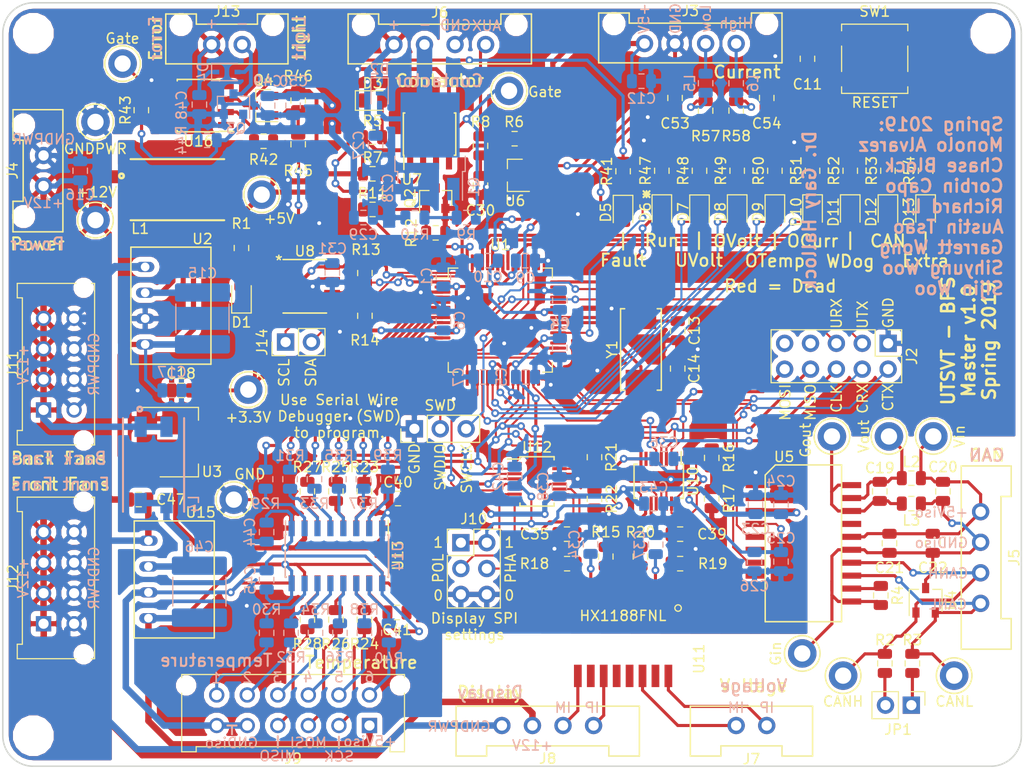
<source format=kicad_pcb>
(kicad_pcb (version 20171130) (host pcbnew "(5.0.0)")
  (layers (0 F.Cu signal) (31 B.Cu signal) (34 B.Paste user) (35 F.Paste user) (36 B.SilkS user) (37 F.SilkS user) (38 B.Mask user) (39 F.Mask user) (44 Edge.Cuts user))
  (net 0 "")
  (net 1 GND)
  (net 2 +3V3)
  (net 3 /NRST)
  (net 4 +5V)
  (net 5 /OSC_OUT)
  (net 6 /OSC_IN)
  (net 7 "Net-(C15-Pad1)")
  (net 8 GNDPWR)
  (net 9 +12V)
  (net 10 "Net-(C34-Pad1)")
  (net 11 "Net-(C35-Pad1)")
  (net 12 "Net-(C37-Pad1)")
  (net 13 "Net-(C39-Pad1)")
  (net 14 +5VL)
  (net 15 "Net-(C46-Pad1)")
  (net 16 "Net-(D1-Pad2)")
  (net 17 "/Contactor Driver/CONTACTOR_V-")
  (net 18 "Net-(D3-Pad2)")
  (net 19 "Net-(D3-Pad1)")
  (net 20 "Net-(D4-Pad2)")
  (net 21 "Net-(D5-Pad1)")
  (net 22 /SWDIO)
  (net 23 /SWCLK)
  (net 24 /SPI1_CLK)
  (net 25 /SPI1_MISO)
  (net 26 /SPI1_MOSI)
  (net 27 /LTC6811_CS)
  (net 28 /DISPLAY_CS)
  (net 29 /I2C3_SDA)
  (net 30 /I2C3_SCL)
  (net 31 /CAN1_RX)
  (net 32 /CAN1_TX)
  (net 33 /UART1_RX)
  (net 34 /UART1_TX)
  (net 35 /CAN/CAN_L)
  (net 36 /CAN/CAN_H)
  (net 37 "Net-(J6-Pad4)")
  (net 38 "Net-(J7-Pad1)")
  (net 39 "Net-(J7-Pad2)")
  (net 40 "Net-(J9-Pad4)")
  (net 41 "Net-(J9-Pad3)")
  (net 42 "Net-(J9-Pad2)")
  (net 43 /SPI/DISP_POL)
  (net 44 /SPI/DISP_PHA)
  (net 45 "Net-(Q1-Pad1)")
  (net 46 "Net-(Q2-Pad1)")
  (net 47 "Net-(Q3-Pad1)")
  (net 48 "Net-(Q4-Pad1)")
  (net 49 /CAN/TERM_H)
  (net 50 /CAN/TERM_L)
  (net 51 /CAN/RSlope)
  (net 52 "Net-(R7-Pad1)")
  (net 53 "Net-(R9-Pad2)")
  (net 54 /SPI/VOLT_IP)
  (net 55 "Net-(R16-Pad1)")
  (net 56 "Net-(R16-Pad2)")
  (net 57 /SPI/VOLT_IM)
  (net 58 /SPI/DISP_IP)
  (net 59 /SPI/DISP_IM)
  (net 60 "Net-(R21-Pad1)")
  (net 61 "Net-(R21-Pad2)")
  (net 62 "Net-(R23-Pad1)")
  (net 63 "Net-(R24-Pad1)")
  (net 64 "Net-(R25-Pad1)")
  (net 65 "Net-(R26-Pad1)")
  (net 66 "Net-(R27-Pad1)")
  (net 67 "Net-(R28-Pad1)")
  (net 68 /TEMP_CS1)
  (net 69 "Net-(R29-Pad2)")
  (net 70 "Net-(R30-Pad2)")
  (net 71 "Net-(R31-Pad2)")
  (net 72 /TEMP_CS2)
  (net 73 "Net-(R32-Pad2)")
  (net 74 /TEMP_CS3)
  (net 75 "Net-(R33-Pad2)")
  (net 76 "Net-(R34-Pad2)")
  (net 77 /TEMP_CS4)
  (net 78 "Net-(R35-Pad2)")
  (net 79 "Net-(R36-Pad2)")
  (net 80 "Net-(R37-Pad2)")
  (net 81 /TEMP_CS5)
  (net 82 "Net-(R38-Pad2)")
  (net 83 /TEMP_CS6)
  (net 84 "Net-(R39-Pad2)")
  (net 85 "Net-(R40-Pad2)")
  (net 86 "Net-(R42-Pad1)")
  (net 87 "Net-(R43-Pad2)")
  (net 88 /PA5)
  (net 89 /PA6)
  (net 90 GND_A)
  (net 91 "Net-(Q4-Pad3)")
  (net 92 "Net-(J3-Pad3)")
  (net 93 "Net-(J3-Pad4)")
  (net 94 "Net-(C19-Pad2)")
  (net 95 "Net-(C19-Pad1)")
  (net 96 "Net-(C20-Pad1)")
  (net 97 "Net-(C20-Pad2)")
  (net 98 /PA7)
  (net 99 "Net-(J8-Pad1)")
  (net 100 "Net-(J8-Pad2)")
  (net 101 /FAULT)
  (net 102 "Net-(D11-Pad1)")
  (net 103 "Net-(D6-Pad1)")
  (net 104 "Net-(D13-Pad1)")
  (net 105 "Net-(D12-Pad1)")
  (net 106 "Net-(D10-Pad1)")
  (net 107 "Net-(D9-Pad1)")
  (net 108 "Net-(D8-Pad1)")
  (net 109 "Net-(D7-Pad1)")
  (net 110 /RUN)
  (net 111 "Net-(L6-Pad2)")
  (net 112 "Net-(L5-Pad2)")
  (net 113 /SPI/CS1)
  (net 114 /SPI/CS2)
  (net 115 /SPI/CS3)
  (net 116 /SPI/CS4)
  (net 117 /SPI/CS5)
  (net 118 /SPI/CS6)
  (net 119 /PD3)
  (net 120 /AIN11)
  (net 121 /AIN10)
  (net 122 /PE5)
  (net 123 /PE4)
  (net 124 /PD6)
  (net 125 /PD2)
  (net 126 /PA4)
  (module UTSVT_BPS:M24128-BRMN6P (layer F.Cu) (at 129.65 102.85)
    (fp_text reference U8 (at 0 -3.45) (layer F.SilkS))
    (fp_text value M24128)
    (fp_text user * (at -2.55 -2.5) (layer F.SilkS))
    (pad 1 smd rect (at -2.6797 -1.905) (size 1.5494 0.5588) (layers F.Cu F.Paste F.Mask) (net 1 GND))
    (pad 2 smd rect (at -2.6797 -0.635) (size 1.5494 0.5588) (layers F.Cu F.Paste F.Mask) (net 1 GND))
    (pad 3 smd rect (at -2.6797 0.635) (size 1.5494 0.5588) (layers F.Cu F.Paste F.Mask) (net 1 GND))
    (pad 4 smd rect (at -2.6797 1.905) (size 1.5494 0.5588) (layers F.Cu F.Paste F.Mask) (net 1 GND))
    (pad 5 smd rect (at 2.6797 1.905) (size 1.5494 0.5588) (layers F.Cu F.Paste F.Mask) (net 29 /I2C3_SDA))
    (pad 6 smd rect (at 2.6797 0.635) (size 1.5494 0.5588) (layers F.Cu F.Paste F.Mask) (net 30 /I2C3_SCL))
    (pad 7 smd rect (at 2.6797 -0.635) (size 1.5494 0.5588) (layers F.Cu F.Paste F.Mask) (net 1 GND))
    (pad 8 smd rect (at 2.6797 -1.905) (size 1.5494 0.5588) (layers F.Cu F.Paste F.Mask) (net 2 +3V3))
  )
  (module Resistor_SMD:R_0805_2012Metric (layer F.Cu) (at 113.6 85.55 90)
    (fp_text reference R43 (at 0 -1.56 270) (layer F.SilkS))
    (fp_text value 0)
    (pad 2 smd roundrect (at 0.9375 0 90) (size 0.975 1.4) (layers F.Cu F.Paste F.Mask) (net 87 "Net-(R43-Pad2)"))
    (pad 1 smd roundrect (at -0.9375 0 90) (size 0.975 1.4) (layers F.Cu F.Paste F.Mask) (net 47 "Net-(Q3-Pad1)"))
  )
  (module Capacitor_SMD:C_0805_2012Metric (layer F.Cu) (at 113.35 123.8)
    (fp_text reference C47 (at 3.15 0 180) (layer F.SilkS))
    (fp_text value 4.7uF)
    (pad 2 smd roundrect (at 0.9375 0) (size 0.975 1.4) (layers F.Cu F.Paste F.Mask) (net 8 GNDPWR))
    (pad 1 smd roundrect (at -0.9375 0) (size 0.975 1.4) (layers F.Cu F.Paste F.Mask) (net 9 +12V))
  )
  (module UTSVT_BPS:SRF0905A (layer B.Cu) (at 114.8 120.4 270)
    (fp_text reference L4 (at 3.85 -3.95 90) (layer B.SilkS) (effects (justify mirror)))
    (fp_text value 10uH hide)
    (pad 4 smd rect (at 3.75 1.27 180) (size 1.2 2) (layers B.Cu B.Paste B.Mask) (net 15 "Net-(C46-Pad1)"))
    (pad 3 smd rect (at 3.75 -1.27 180) (size 1.2 2) (layers B.Cu B.Paste B.Mask) (net 15 "Net-(C46-Pad1)"))
    (pad 2 smd rect (at -3.75 -1.27 180) (size 1.2 2) (layers B.Cu B.Paste B.Mask) (net 9 +12V))
    (pad 1 smd rect (at -3.75 1.27 180) (size 1.2 2) (layers B.Cu B.Paste B.Mask) (net 9 +12V))
  )
  (module UTSVT_BPS:SRF0905A (layer F.Cu) (at 117.14 93.36)
    (fp_text reference L1 (at -3.65 3.83) (layer F.SilkS))
    (fp_text value 10uH hide)
    (pad 4 smd rect (at 3.75 -1.27 90) (size 1.2 2) (layers F.Cu F.Paste F.Mask) (net 7 "Net-(C15-Pad1)"))
    (pad 3 smd rect (at 3.75 1.27 90) (size 1.2 2) (layers F.Cu F.Paste F.Mask) (net 7 "Net-(C15-Pad1)"))
    (pad 2 smd rect (at -3.75 1.27 90) (size 1.2 2) (layers F.Cu F.Paste F.Mask) (net 9 +12V))
    (pad 1 smd rect (at -3.75 -1.27 90) (size 1.2 2) (layers F.Cu F.Paste F.Mask) (net 9 +12V))
  )
  (module UTSVT_BPS:HXXXX (layer F.Cu) (at 160.9 137 180)
    (fp_text reference U11 (at -7.45628 -2.45362 270) (layer F.SilkS))
    (fp_text value HX1188FNL (at 0.01894 1.77548 180) (layer F.SilkS))
    (pad 2 smd rect (at -3.175 4.1275 180) (size 0.76 2.2) (layers F.Cu F.Paste F.Mask) (net 12 "Net-(C37-Pad1)"))
    (pad 13 smd rect (at -0.635 -4.1275 180) (size 0.76 2.2) (layers F.Cu F.Paste F.Mask))
    (pad 1 smd rect (at -4.445 4.1275 180) (size 0.76 2.2) (layers F.Cu F.Paste F.Mask) (net 54 /SPI/VOLT_IP))
    (pad 3 smd rect (at -1.905 4.1275 180) (size 0.76 2.2) (layers F.Cu F.Paste F.Mask) (net 57 /SPI/VOLT_IM))
    (pad 4 smd rect (at -0.635 4.1275 180) (size 0.76 2.2) (layers F.Cu F.Paste F.Mask))
    (pad 14 smd rect (at -1.905 -4.1275 180) (size 0.76 2.2) (layers F.Cu F.Paste F.Mask) (net 39 "Net-(J7-Pad2)"))
    (pad 12 smd rect (at 0.635 -4.1275 180) (size 0.76 2.2) (layers F.Cu F.Paste F.Mask))
    (pad 11 smd rect (at 1.905 -4.1275 180) (size 0.76 2.2) (layers F.Cu F.Paste F.Mask) (net 99 "Net-(J8-Pad1)"))
    (pad 6 smd rect (at 1.905 4.1275 180) (size 0.76 2.2) (layers F.Cu F.Paste F.Mask) (net 58 /SPI/DISP_IP))
    (pad 9 smd rect (at 4.445 -4.1275 180) (size 0.76 2.2) (layers F.Cu F.Paste F.Mask) (net 100 "Net-(J8-Pad2)"))
    (pad 5 smd rect (at 0.635 4.1275 180) (size 0.76 2.2) (layers F.Cu F.Paste F.Mask))
    (pad 7 smd rect (at 3.175 4.1275 180) (size 0.76 2.2) (layers F.Cu F.Paste F.Mask) (net 10 "Net-(C34-Pad1)"))
    (pad 10 smd rect (at 3.175 -4.1275 180) (size 0.76 2.2) (layers F.Cu F.Paste F.Mask))
    (pad 8 smd rect (at 4.445 4.1275 180) (size 0.76 2.2) (layers F.Cu F.Paste F.Mask) (net 59 /SPI/DISP_IM))
    (pad 15 smd rect (at -3.175 -4.1275 180) (size 0.76 2.2) (layers F.Cu F.Paste F.Mask))
    (pad 16 smd rect (at -4.445 -4.1275 180) (size 0.76 2.2) (layers F.Cu F.Paste F.Mask) (net 38 "Net-(J7-Pad1)"))
  )
  (module Connector_PinHeader_2.54mm:PinHeader_2x05_P2.54mm_Vertical (layer F.Cu) (at 186.9186 108.45292 270)
    (fp_text reference J2 (at 1.27 -2.33 270) (layer F.SilkS))
    (fp_text value "Logic Analyzer")
    (pad 1 thru_hole rect (at 0 0 270) (size 1.7 1.7) (drill 1) (layers *.Cu *.Mask) (net 1 GND))
    (pad 2 thru_hole oval (at 2.54 0 270) (size 1.7 1.7) (drill 1) (layers *.Cu *.Mask) (net 32 /CAN1_TX))
    (pad 3 thru_hole oval (at 0 2.54 270) (size 1.7 1.7) (drill 1) (layers *.Cu *.Mask) (net 34 /UART1_TX))
    (pad 4 thru_hole oval (at 2.54 2.54 270) (size 1.7 1.7) (drill 1) (layers *.Cu *.Mask) (net 31 /CAN1_RX))
    (pad 5 thru_hole oval (at 0 5.08 270) (size 1.7 1.7) (drill 1) (layers *.Cu *.Mask) (net 33 /UART1_RX))
    (pad 6 thru_hole oval (at 2.54 5.08 270) (size 1.7 1.7) (drill 1) (layers *.Cu *.Mask) (net 24 /SPI1_CLK))
    (pad 7 thru_hole oval (at 0 7.62 270) (size 1.7 1.7) (drill 1) (layers *.Cu *.Mask))
    (pad 8 thru_hole oval (at 2.54 7.62 270) (size 1.7 1.7) (drill 1) (layers *.Cu *.Mask) (net 25 /SPI1_MISO))
    (pad 9 thru_hole oval (at 0 10.16 270) (size 1.7 1.7) (drill 1) (layers *.Cu *.Mask))
    (pad 10 thru_hole oval (at 2.54 10.16 270) (size 1.7 1.7) (drill 1) (layers *.Cu *.Mask) (net 26 /SPI1_MOSI))
  )
  (module Connector_PinHeader_2.54mm:PinHeader_1x02_P2.54mm_Vertical (layer F.Cu) (at 127.762 108.331 90)
    (fp_text reference J14 (at -0.00508 -2.30124 270) (layer F.SilkS))
    (fp_text value Conn_01x03)
    (pad 1 thru_hole rect (at 0 0 90) (size 1.7 1.7) (drill 1) (layers *.Cu *.Mask) (net 30 /I2C3_SCL))
    (pad 2 thru_hole oval (at 0 2.54 90) (size 1.7 1.7) (drill 1) (layers *.Cu *.Mask) (net 29 /I2C3_SDA))
  )
  (module Inductor_SMD:L_0805_2012Metric (layer B.Cu) (at 169 82.9 270)
    (fp_text reference L5 (at 0 1.55 90) (layer B.SilkS) (effects (justify mirror)))
    (fp_text value 600)
    (pad 2 smd roundrect (at 0.9375 0 270) (size 0.975 1.4) (layers B.Cu B.Paste B.Mask) (net 112 "Net-(L5-Pad2)"))
    (pad 1 smd roundrect (at -0.9375 0 270) (size 0.975 1.4) (layers B.Cu B.Paste B.Mask) (net 92 "Net-(J3-Pad3)"))
  )
  (module Inductor_SMD:L_0805_2012Metric (layer B.Cu) (at 172 82.9 270)
    (fp_text reference L6 (at 0 -1.65 90) (layer B.SilkS) (effects (justify mirror)))
    (fp_text value 600)
    (pad 1 smd roundrect (at -0.9375 0 270) (size 0.975 1.4) (layers B.Cu B.Paste B.Mask) (net 93 "Net-(J3-Pad4)"))
    (pad 2 smd roundrect (at 0.9375 0 270) (size 0.975 1.4) (layers B.Cu B.Paste B.Mask) (net 111 "Net-(L6-Pad2)"))
  )
  (module Package_TO_SOT_SMD:SOT-23 (layer F.Cu) (at 125.6 85.1 180)
    (fp_text reference Q4 (at 0 2.5 180) (layer F.SilkS))
    (fp_text value NTR4003NT1G)
    (pad 3 smd rect (at 1 0 180) (size 0.9 0.8) (layers F.Cu F.Paste F.Mask) (net 91 "Net-(Q4-Pad3)"))
    (pad 2 smd rect (at -1 0.95 180) (size 0.9 0.8) (layers F.Cu F.Paste F.Mask) (net 1 GND))
    (pad 1 smd rect (at -1 -0.95 180) (size 0.9 0.8) (layers F.Cu F.Paste F.Mask) (net 48 "Net-(Q4-Pad1)"))
  )
  (module TestPoint:TestPoint_Keystone_5005-5009_Compact (layer F.Cu) (at 149.7 83.65)
    (fp_text reference TP13 hide)
    (fp_text value ContactorGate_TP)
    (pad 1 thru_hole circle (at 0 0) (size 2.8 2.8) (drill 1.6) (layers *.Cu *.Mask) (net 53 "Net-(R9-Pad2)"))
  )
  (module TestPoint:TestPoint_Keystone_5005-5009_Compact (layer F.Cu) (at 111.76 80.97)
    (fp_text reference TP14 hide)
    (fp_text value StrobeLightGate_TP)
    (pad 1 thru_hole circle (at 0 0) (size 2.8 2.8) (drill 1.6) (layers *.Cu *.Mask) (net 87 "Net-(R43-Pad2)"))
  )
  (module TestPoint:TestPoint_Keystone_5005-5009_Compact (layer F.Cu) (at 109.1 86.7)
    (fp_text reference TP15 hide)
    (fp_text value GNDPWR_TP)
    (pad 1 thru_hole circle (at 0 0) (size 2.8 2.8) (drill 1.6) (layers *.Cu *.Mask) (net 8 GNDPWR))
  )
  (module TestPoint:TestPoint_Keystone_5005-5009_Compact (layer F.Cu) (at 109.1 96.35)
    (fp_text reference TP1 hide)
    (fp_text value +12V_TP)
    (pad 1 thru_hole circle (at 0 0) (size 2.8 2.8) (drill 1.6) (layers *.Cu *.Mask) (net 9 +12V))
  )
  (module LED_SMD:LED_0805_2012Metric (layer F.Cu) (at 190.6 95.55 270)
    (fp_text reference D13 (at 0 1.65 270) (layer F.SilkS))
    (fp_text value Extra)
    (pad 1 smd roundrect (at -0.9375 0 270) (size 0.975 1.4) (layers F.Cu F.Paste F.Mask) (net 104 "Net-(D13-Pad1)"))
    (pad 2 smd roundrect (at 0.9375 0 270) (size 0.975 1.4) (layers F.Cu F.Paste F.Mask) (net 124 /PD6))
  )
  (module Capacitor_SMD:C_0805_2012Metric (layer F.Cu) (at 166 84.35 90)
    (fp_text reference C53 (at -2.5 0 180) (layer F.SilkS))
    (fp_text value 1uF)
    (pad 2 smd roundrect (at 0.9375 0 90) (size 0.975 1.4) (layers F.Cu F.Paste F.Mask) (net 1 GND))
    (pad 1 smd roundrect (at -0.9375 0 90) (size 0.975 1.4) (layers F.Cu F.Paste F.Mask) (net 121 /AIN10))
  )
  (module Capacitor_SMD:C_0805_2012Metric (layer F.Cu) (at 175 84.35 90)
    (fp_text reference C54 (at -2.5 0 180) (layer F.SilkS))
    (fp_text value 1uF)
    (pad 1 smd roundrect (at -0.9375 0 90) (size 0.975 1.4) (layers F.Cu F.Paste F.Mask) (net 120 /AIN11))
    (pad 2 smd roundrect (at 0.9375 0 90) (size 0.975 1.4) (layers F.Cu F.Paste F.Mask) (net 1 GND))
  )
  (module Resistor_SMD:R_0805_2012Metric (layer F.Cu) (at 169 85.6 270)
    (fp_text reference R57 (at 2.5 0) (layer F.SilkS))
    (fp_text value 220k)
    (pad 2 smd roundrect (at 0.9375 0 270) (size 0.975 1.4) (layers F.Cu F.Paste F.Mask) (net 121 /AIN10))
    (pad 1 smd roundrect (at -0.9375 0 270) (size 0.975 1.4) (layers F.Cu F.Paste F.Mask) (net 112 "Net-(L5-Pad2)"))
  )
  (module Resistor_SMD:R_0805_2012Metric (layer F.Cu) (at 172 85.5925 270)
    (fp_text reference R58 (at 2.5 0) (layer F.SilkS))
    (fp_text value 220k)
    (pad 1 smd roundrect (at -0.9375 0 270) (size 0.975 1.4) (layers F.Cu F.Paste F.Mask) (net 111 "Net-(L6-Pad2)"))
    (pad 2 smd roundrect (at 0.9375 0 270) (size 0.975 1.4) (layers F.Cu F.Paste F.Mask) (net 120 /AIN11))
  )
  (module Capacitor_SMD:C_0805_2012Metric (layer B.Cu) (at 143.256 101.932499 90)
    (fp_text reference C1 (at -0.018262 -1.626346 270) (layer B.SilkS) (effects (justify mirror)))
    (fp_text value 0.1uF)
    (pad 2 smd roundrect (at 0.937501 0 90) (size 0.975 1.4) (layers B.Cu B.Paste B.Mask) (net 1 GND))
    (pad 1 smd roundrect (at -0.937501 0 90) (size 0.975 1.4) (layers B.Cu B.Paste B.Mask) (net 2 +3V3))
  )
  (module Capacitor_SMD:C_0805_2012Metric (layer B.Cu) (at 154.686 104.218499 90)
    (fp_text reference C3 (at -2.439518 -0.035355) (layer B.SilkS) (effects (justify mirror)))
    (fp_text value 0.1uF)
    (pad 2 smd roundrect (at 0.937501 0 90) (size 0.975 1.4) (layers B.Cu B.Paste B.Mask) (net 1 GND))
    (pad 1 smd roundrect (at -0.937501 0 90) (size 0.975 1.4) (layers B.Cu B.Paste B.Mask) (net 2 +3V3))
  )
  (module Capacitor_SMD:C_0805_2012Metric (layer B.Cu) (at 154.686 108.887501 270)
    (fp_text reference C4 (at -2.422425 -0.070711) (layer B.SilkS) (effects (justify mirror)))
    (fp_text value 0.1uF)
    (pad 1 smd roundrect (at -0.937501 0 270) (size 0.975 1.4) (layers B.Cu B.Paste B.Mask) (net 2 +3V3))
    (pad 2 smd roundrect (at 0.937501 0 270) (size 0.975 1.4) (layers B.Cu B.Paste B.Mask) (net 1 GND))
  )
  (module Capacitor_SMD:C_0805_2012Metric (layer B.Cu) (at 151.305501 111.76)
    (fp_text reference C5 (at -2.333452 0 270) (layer B.SilkS) (effects (justify mirror)))
    (fp_text value 0.1uF)
    (pad 2 smd roundrect (at 0.937501 0) (size 0.975 1.4) (layers B.Cu B.Paste B.Mask) (net 1 GND))
    (pad 1 smd roundrect (at -0.937501 0) (size 0.975 1.4) (layers B.Cu B.Paste B.Mask) (net 2 +3V3))
  )
  (module Capacitor_SMD:C_0805_2012Metric (layer B.Cu) (at 143.256 106.250499 90)
    (fp_text reference C6 (at 0.035355 1.59099 270) (layer B.SilkS) (effects (justify mirror)))
    (fp_text value 0.1uF)
    (pad 1 smd roundrect (at -0.937501 0 90) (size 0.975 1.4) (layers B.Cu B.Paste B.Mask) (net 2 +3V3))
    (pad 2 smd roundrect (at 0.937501 0 90) (size 0.975 1.4) (layers B.Cu B.Paste B.Mask) (net 1 GND))
  )
  (module Capacitor_SMD:C_0805_2012Metric (layer B.Cu) (at 147.144499 111.76 180)
    (fp_text reference C7 (at 2.404163 0 270) (layer B.SilkS) (effects (justify mirror)))
    (fp_text value 4.7uF)
    (pad 2 smd roundrect (at 0.937501 0 180) (size 0.975 1.4) (layers B.Cu B.Paste B.Mask) (net 1 GND))
    (pad 1 smd roundrect (at -0.937501 0 180) (size 0.975 1.4) (layers B.Cu B.Paste B.Mask) (net 2 +3V3))
  )
  (module Capacitor_SMD:C_0805_2012Metric (layer B.Cu) (at 151.305501 100.33)
    (fp_text reference C9 (at 0 1.697056) (layer B.SilkS) (effects (justify mirror)))
    (fp_text value 0.1uF)
    (pad 1 smd roundrect (at -0.937501 0) (size 0.975 1.4) (layers B.Cu B.Paste B.Mask) (net 2 +3V3))
    (pad 2 smd roundrect (at 0.937501 0) (size 0.975 1.4) (layers B.Cu B.Paste B.Mask) (net 1 GND))
  )
  (module Capacitor_SMD:C_0805_2012Metric (layer B.Cu) (at 147.652499 100.33 180)
    (fp_text reference C10 (at 0.017094 -1.59099) (layer B.SilkS) (effects (justify mirror)))
    (fp_text value 1uF)
    (pad 2 smd roundrect (at 0.937501 0 180) (size 0.975 1.4) (layers B.Cu B.Paste B.Mask) (net 1 GND))
    (pad 1 smd roundrect (at -0.937501 0 180) (size 0.975 1.4) (layers B.Cu B.Paste B.Mask) (net 2 +3V3))
  )
  (module Capacitor_SMD:C_0805_2012Metric (layer F.Cu) (at 179 80.5 90)
    (fp_text reference C11 (at -2.5 0 -180) (layer F.SilkS))
    (fp_text value 0.1uF)
    (pad 1 smd roundrect (at -0.9375 0 90) (size 0.975 1.4) (layers F.Cu F.Paste F.Mask) (net 3 /NRST))
    (pad 2 smd roundrect (at 0.9375 0 90) (size 0.975 1.4) (layers F.Cu F.Paste F.Mask) (net 1 GND))
  )
  (module Capacitor_SMD:C_0805_2012Metric (layer B.Cu) (at 162.7 82.7 180)
    (fp_text reference C12 (at 0 -1.7 180) (layer B.SilkS) (effects (justify mirror)))
    (fp_text value 0.1uF)
    (pad 1 smd roundrect (at -0.9375 0 180) (size 0.975 1.4) (layers B.Cu B.Paste B.Mask) (net 1 GND))
    (pad 2 smd roundrect (at 0.9375 0 180) (size 0.975 1.4) (layers B.Cu B.Paste B.Mask) (net 4 +5V))
  )
  (module Capacitor_SMD:C_0805_2012Metric (layer F.Cu) (at 166.258736 107.206651 270)
    (fp_text reference C13 (at 0 -1.65 270) (layer F.SilkS))
    (fp_text value 6pF)
    (pad 2 smd roundrect (at 0.937501 0 270) (size 0.975 1.4) (layers F.Cu F.Paste F.Mask) (net 1 GND))
    (pad 1 smd roundrect (at -0.937501 0 270) (size 0.975 1.4) (layers F.Cu F.Paste F.Mask) (net 5 /OSC_OUT))
  )
  (module Capacitor_SMD:C_0805_2012Metric (layer F.Cu) (at 166.258736 110.936055 90)
    (fp_text reference C14 (at 0 1.626346 90) (layer F.SilkS))
    (fp_text value 6pF)
    (pad 1 smd roundrect (at -0.937501 0 90) (size 0.975 1.4) (layers F.Cu F.Paste F.Mask) (net 6 /OSC_IN))
    (pad 2 smd roundrect (at 0.937501 0 90) (size 0.975 1.4) (layers F.Cu F.Paste F.Mask) (net 1 GND))
  )
  (module Capacitor_SMD:C_2220_5650Metric (layer B.Cu) (at 119.6 106.005 270)
    (fp_text reference C15 (at -4.425 0 180) (layer B.SilkS) (effects (justify mirror)))
    (fp_text value 470pF)
    (pad 2 smd roundrect (at 2.55 0 270) (size 1.8 5.4) (layers B.Cu B.Paste B.Mask) (roundrect_rratio 0.138889) (net 4 +5V))
    (pad 1 smd roundrect (at -2.55 0 270) (size 1.8 5.4) (layers B.Cu B.Paste B.Mask) (roundrect_rratio 0.138889) (net 7 "Net-(C15-Pad1)"))
  )
  (module Capacitor_SMD:C_0805_2012Metric (layer B.Cu) (at 107.6 91.5 90)
    (fp_text reference C16 (at -2.35 0 180) (layer B.SilkS) (effects (justify mirror)))
    (fp_text value 4.7uF)
    (pad 2 smd roundrect (at 0.9375 0 90) (size 0.975 1.4) (layers B.Cu B.Paste B.Mask) (net 8 GNDPWR))
    (pad 1 smd roundrect (at -0.9375 0 90) (size 0.975 1.4) (layers B.Cu B.Paste B.Mask) (net 9 +12V))
  )
  (module Capacitor_SMD:C_0805_2012Metric (layer B.Cu) (at 116.6 113.08)
    (fp_text reference C17 (at 0 -1.8) (layer B.SilkS) (effects (justify mirror)))
    (fp_text value 10uF)
    (pad 1 smd roundrect (at -0.9375 0) (size 0.975 1.4) (layers B.Cu B.Paste B.Mask) (net 4 +5V))
    (pad 2 smd roundrect (at 0.9375 0) (size 0.975 1.4) (layers B.Cu B.Paste B.Mask) (net 1 GND))
  )
  (module Capacitor_SMD:C_0805_2012Metric (layer F.Cu) (at 117.51 113.08 180)
    (fp_text reference C18 (at 0.01 1.65) (layer F.SilkS))
    (fp_text value 10uF)
    (pad 2 smd roundrect (at 0.9375 0 180) (size 0.975 1.4) (layers F.Cu F.Paste F.Mask) (net 1 GND))
    (pad 1 smd roundrect (at -0.9375 0 180) (size 0.975 1.4) (layers F.Cu F.Paste F.Mask) (net 2 +3V3))
  )
  (module Capacitor_SMD:C_0805_2012Metric (layer F.Cu) (at 186.1 123 270)
    (fp_text reference C19 (at -2.3 0) (layer F.SilkS))
    (fp_text value 0.22uF)
    (pad 1 smd roundrect (at -0.9375 0 270) (size 0.975 1.4) (layers F.Cu F.Paste F.Mask) (net 95 "Net-(C19-Pad1)"))
    (pad 2 smd roundrect (at 0.9375 0 270) (size 0.975 1.4) (layers F.Cu F.Paste F.Mask) (net 94 "Net-(C19-Pad2)"))
  )
  (module Capacitor_SMD:C_0805_2012Metric (layer F.Cu) (at 192.3 123 270)
    (fp_text reference C20 (at -2.4 0) (layer F.SilkS))
    (fp_text value 10uF)
    (pad 2 smd roundrect (at 0.9375 0 270) (size 0.975 1.4) (layers F.Cu F.Paste F.Mask) (net 97 "Net-(C20-Pad2)"))
    (pad 1 smd roundrect (at -0.9375 0 270) (size 0.975 1.4) (layers F.Cu F.Paste F.Mask) (net 96 "Net-(C20-Pad1)"))
  )
  (module Capacitor_SMD:C_0805_2012Metric (layer F.Cu) (at 187.05 128.1 270)
    (fp_text reference C21 (at 2.4 0) (layer F.SilkS))
    (fp_text value 0.1uF)
    (pad 1 smd roundrect (at -0.9375 0 270) (size 0.975 1.4) (layers F.Cu F.Paste F.Mask) (net 96 "Net-(C20-Pad1)"))
    (pad 2 smd roundrect (at 0.9375 0 270) (size 0.975 1.4) (layers F.Cu F.Paste F.Mask) (net 97 "Net-(C20-Pad2)"))
  )
  (module Capacitor_SMD:C_0805_2012Metric (layer F.Cu) (at 191.3 128.1 270)
    (fp_text reference C22 (at 2.4 0) (layer F.SilkS))
    (fp_text value 0.01uF)
    (pad 2 smd roundrect (at 0.9375 0 270) (size 0.975 1.4) (layers F.Cu F.Paste F.Mask) (net 97 "Net-(C20-Pad2)"))
    (pad 1 smd roundrect (at -0.9375 0 270) (size 0.975 1.4) (layers F.Cu F.Paste F.Mask) (net 96 "Net-(C20-Pad1)"))
  )
  (module Capacitor_SMD:C_0805_2012Metric (layer B.Cu) (at 173.9 124.3 90)
    (fp_text reference C23 (at -2.4 0 180) (layer B.SilkS) (effects (justify mirror)))
    (fp_text value 10uF)
    (pad 1 smd roundrect (at -0.9375 0 90) (size 0.975 1.4) (layers B.Cu B.Paste B.Mask) (net 4 +5V))
    (pad 2 smd roundrect (at 0.9375 0 90) (size 0.975 1.4) (layers B.Cu B.Paste B.Mask) (net 1 GND))
  )
  (module Capacitor_SMD:C_0805_2012Metric (layer B.Cu) (at 176.4 124.3 90)
    (fp_text reference C24 (at 2.3 0) (layer B.SilkS) (effects (justify mirror)))
    (fp_text value 0.1uF)
    (pad 2 smd roundrect (at 0.9375 0 90) (size 0.975 1.4) (layers B.Cu B.Paste B.Mask) (net 1 GND))
    (pad 1 smd roundrect (at -0.9375 0 90) (size 0.975 1.4) (layers B.Cu B.Paste B.Mask) (net 4 +5V))
  )
  (module Capacitor_SMD:C_0805_2012Metric (layer B.Cu) (at 176.4 129.9 270)
    (fp_text reference C25 (at -2.3 0) (layer B.SilkS) (effects (justify mirror)))
    (fp_text value 0.1uF)
    (pad 1 smd roundrect (at -0.9375 0 270) (size 0.975 1.4) (layers B.Cu B.Paste B.Mask) (net 2 +3V3))
    (pad 2 smd roundrect (at 0.9375 0 270) (size 0.975 1.4) (layers B.Cu B.Paste B.Mask) (net 1 GND))
  )
  (module Capacitor_SMD:C_0805_2012Metric (layer B.Cu) (at 173.8 129.9 270)
    (fp_text reference C26 (at 2.4 0) (layer B.SilkS) (effects (justify mirror)))
    (fp_text value 0.01uF)
    (pad 2 smd roundrect (at 0.9375 0 270) (size 0.975 1.4) (layers B.Cu B.Paste B.Mask) (net 1 GND))
    (pad 1 smd roundrect (at -0.9375 0 270) (size 0.975 1.4) (layers B.Cu B.Paste B.Mask) (net 2 +3V3))
  )
  (module Capacitor_SMD:C_0805_2012Metric (layer B.Cu) (at 136.6 89 90)
    (fp_text reference C27 (at 0.01 -1.66 270) (layer B.SilkS) (effects (justify mirror)))
    (fp_text value 1uF)
    (pad 2 smd roundrect (at 0.9375 0 90) (size 0.975 1.4) (layers B.Cu B.Paste B.Mask) (net 9 +12V))
    (pad 1 smd roundrect (at -0.9375 0 90) (size 0.975 1.4) (layers B.Cu B.Paste B.Mask) (net 8 GNDPWR))
  )
  (module Capacitor_SMD:C_0805_2012Metric (layer B.Cu) (at 135.4 93.2)
    (fp_text reference C28 (at 2.4 0 90) (layer B.SilkS) (effects (justify mirror)))
    (fp_text value 10uF)
    (pad 2 smd roundrect (at 0.9375 0) (size 0.975 1.4) (layers B.Cu B.Paste B.Mask) (net 8 GNDPWR))
    (pad 1 smd roundrect (at -0.9375 0) (size 0.975 1.4) (layers B.Cu B.Paste B.Mask) (net 9 +12V))
  )
  (module Capacitor_SMD:C_0805_2012Metric (layer B.Cu) (at 135.4 96.1)
    (fp_text reference C29 (at 0 1.67 180) (layer B.SilkS) (effects (justify mirror)))
    (fp_text value 0.1uF)
    (pad 1 smd roundrect (at -0.9375 0) (size 0.975 1.4) (layers B.Cu B.Paste B.Mask) (net 9 +12V))
    (pad 2 smd roundrect (at 0.9375 0) (size 0.975 1.4) (layers B.Cu B.Paste B.Mask) (net 8 GNDPWR))
  )
  (module Capacitor_SMD:C_0805_2012Metric (layer F.Cu) (at 146.9 92.95 270)
    (fp_text reference C30 (at 2.45 0) (layer F.SilkS))
    (fp_text value 1uF)
    (pad 1 smd roundrect (at -0.9375 0 270) (size 0.975 1.4) (layers F.Cu F.Paste F.Mask) (net 119 /PD3))
    (pad 2 smd roundrect (at 0.9375 0 270) (size 0.975 1.4) (layers F.Cu F.Paste F.Mask) (net 1 GND))
  )
  (module Capacitor_SMD:C_0805_2012Metric (layer B.Cu) (at 132.35 101.5125 270)
    (fp_text reference C31 (at -2.3625 0) (layer B.SilkS) (effects (justify mirror)))
    (fp_text value 0.1uF)
    (pad 1 smd roundrect (at -0.9375 0 270) (size 0.975 1.4) (layers B.Cu B.Paste B.Mask) (net 2 +3V3))
    (pad 2 smd roundrect (at 0.9375 0 270) (size 0.975 1.4) (layers B.Cu B.Paste B.Mask) (net 1 GND))
  )
  (module Capacitor_SMD:C_0805_2012Metric (layer B.Cu) (at 157.7 128.2 90)
    (fp_text reference C34 (at 0 -1.575 270) (layer B.SilkS) (effects (justify mirror)))
    (fp_text value 0.01uF)
    (pad 2 smd roundrect (at 0.9375 0 90) (size 0.975 1.4) (layers B.Cu B.Paste B.Mask) (net 1 GND))
    (pad 1 smd roundrect (at -0.9375 0 90) (size 0.975 1.4) (layers B.Cu B.Paste B.Mask) (net 10 "Net-(C34-Pad1)"))
  )
  (module Capacitor_SMD:C_0805_2012Metric (layer F.Cu) (at 155.3875 127.2 180)
    (fp_text reference C35 (at 3.1625 0 180) (layer F.SilkS))
    (fp_text value 0.01uF)
    (pad 1 smd roundrect (at -0.9375 0 180) (size 0.975 1.4) (layers F.Cu F.Paste F.Mask) (net 11 "Net-(C35-Pad1)"))
    (pad 2 smd roundrect (at 0.9375 0 180) (size 0.975 1.4) (layers F.Cu F.Paste F.Mask) (net 1 GND))
  )
  (module Capacitor_SMD:C_0805_2012Metric (layer B.Cu) (at 164.9 119.8)
    (fp_text reference C36 (at 0 -1.6) (layer B.SilkS) (effects (justify mirror)))
    (fp_text value 0.1uF)
    (pad 2 smd roundrect (at 0.9375 0) (size 0.975 1.4) (layers B.Cu B.Paste B.Mask) (net 1 GND))
    (pad 1 smd roundrect (at -0.9375 0) (size 0.975 1.4) (layers B.Cu B.Paste B.Mask) (net 2 +3V3))
  )
  (module Capacitor_SMD:C_0805_2012Metric (layer B.Cu) (at 164.1 128.225 90)
    (fp_text reference C37 (at 0 -1.575 90) (layer B.SilkS) (effects (justify mirror)))
    (fp_text value 0.01uF)
    (pad 2 smd roundrect (at 0.9375 0 90) (size 0.975 1.4) (layers B.Cu B.Paste B.Mask) (net 1 GND))
    (pad 1 smd roundrect (at -0.9375 0 90) (size 0.975 1.4) (layers B.Cu B.Paste B.Mask) (net 12 "Net-(C37-Pad1)"))
  )
  (module Capacitor_SMD:C_0805_2012Metric (layer B.Cu) (at 154.65 122.52 90)
    (fp_text reference C38 (at 0 -1.6 90) (layer B.SilkS) (effects (justify mirror)))
    (fp_text value 0.1uF)
    (pad 1 smd roundrect (at -0.9375 0 90) (size 0.975 1.4) (layers B.Cu B.Paste B.Mask) (net 4 +5V))
    (pad 2 smd roundrect (at 0.9375 0 90) (size 0.975 1.4) (layers B.Cu B.Paste B.Mask) (net 1 GND))
  )
  (module Capacitor_SMD:C_0805_2012Metric (layer F.Cu) (at 166.5 127.2)
    (fp_text reference C39 (at 3.125 0) (layer F.SilkS))
    (fp_text value 0.01uF)
    (pad 1 smd roundrect (at -0.9375 0) (size 0.975 1.4) (layers F.Cu F.Paste F.Mask) (net 13 "Net-(C39-Pad1)"))
    (pad 2 smd roundrect (at 0.9375 0) (size 0.975 1.4) (layers F.Cu F.Paste F.Mask) (net 1 GND))
  )
  (module Capacitor_SMD:C_0805_2012Metric (layer F.Cu) (at 138.8 123.7 180)
    (fp_text reference C40 (at 0 1.6) (layer F.SilkS))
    (fp_text value 0.1uF)
    (pad 1 smd roundrect (at -0.9375 0 180) (size 0.975 1.4) (layers F.Cu F.Paste F.Mask) (net 4 +5V))
    (pad 2 smd roundrect (at 0.9375 0 180) (size 0.975 1.4) (layers F.Cu F.Paste F.Mask) (net 1 GND))
  )
  (module Capacitor_SMD:C_0805_2012Metric (layer F.Cu) (at 138.7 134.9 180)
    (fp_text reference C41 (at 0 -1.7 180) (layer F.SilkS))
    (fp_text value 0.1uF)
    (pad 2 smd roundrect (at 0.9375 0 180) (size 0.975 1.4) (layers F.Cu F.Paste F.Mask) (net 90 GND_A))
    (pad 1 smd roundrect (at -0.9375 0 180) (size 0.975 1.4) (layers F.Cu F.Paste F.Mask) (net 14 +5VL))
  )
  (module Capacitor_SMD:C_0805_2012Metric (layer B.Cu) (at 150.25 121.52 90)
    (fp_text reference C42 (at 0 -1.6 90) (layer B.SilkS) (effects (justify mirror)))
    (fp_text value 0.1uF)
    (pad 1 smd roundrect (at -0.9375 0 90) (size 0.975 1.4) (layers B.Cu B.Paste B.Mask) (net 2 +3V3))
    (pad 2 smd roundrect (at 0.9375 0 90) (size 0.975 1.4) (layers B.Cu B.Paste B.Mask) (net 1 GND))
  )
  (module Capacitor_SMD:C_0805_2012Metric (layer B.Cu) (at 163.9 124.2)
    (fp_text reference C43 (at 0 -1.6) (layer B.SilkS) (effects (justify mirror)))
    (fp_text value 0.1uF)
    (pad 2 smd roundrect (at 0.9375 0) (size 0.975 1.4) (layers B.Cu B.Paste B.Mask) (net 1 GND))
    (pad 1 smd roundrect (at -0.9375 0) (size 0.975 1.4) (layers B.Cu B.Paste B.Mask) (net 4 +5V))
  )
  (module Capacitor_SMD:C_0805_2012Metric (layer B.Cu) (at 125.9 127 270)
    (fp_text reference C44 (at 0 1.65 270) (layer B.SilkS) (effects (justify mirror)))
    (fp_text value 0.1uF)
    (pad 1 smd roundrect (at -0.9375 0 270) (size 0.975 1.4) (layers B.Cu B.Paste B.Mask) (net 4 +5V))
    (pad 2 smd roundrect (at 0.9375 0 270) (size 0.975 1.4) (layers B.Cu B.Paste B.Mask) (net 1 GND))
  )
  (module Capacitor_SMD:C_0805_2012Metric (layer B.Cu) (at 125.9 131.7 90)
    (fp_text reference C45 (at 0 -1.6 90) (layer B.SilkS) (effects (justify mirror)))
    (fp_text value 0.1uF)
    (pad 2 smd roundrect (at 0.9375 0 90) (size 0.975 1.4) (layers B.Cu B.Paste B.Mask) (net 90 GND_A))
    (pad 1 smd roundrect (at -0.9375 0 90) (size 0.975 1.4) (layers B.Cu B.Paste B.Mask) (net 14 +5VL))
  )
  (module Capacitor_SMD:C_2220_5650Metric (layer B.Cu) (at 119.3 132.85 270)
    (fp_text reference C46 (at -4.4 0 180) (layer B.SilkS) (effects (justify mirror)))
    (fp_text value 470pF)
    (pad 1 smd roundrect (at -2.55 0 270) (size 1.8 5.4) (layers B.Cu B.Paste B.Mask) (roundrect_rratio 0.138889) (net 15 "Net-(C46-Pad1)"))
    (pad 2 smd roundrect (at 2.55 0 270) (size 1.8 5.4) (layers B.Cu B.Paste B.Mask) (roundrect_rratio 0.138889) (net 14 +5VL))
  )
  (module Capacitor_SMD:C_0805_2012Metric (layer B.Cu) (at 119.3 85 90)
    (fp_text reference C48 (at -0.05 -1.75 90) (layer B.SilkS) (effects (justify mirror)))
    (fp_text value 1uF)
    (pad 1 smd roundrect (at -0.9375 0 90) (size 0.975 1.4) (layers B.Cu B.Paste B.Mask) (net 8 GNDPWR))
    (pad 2 smd roundrect (at 0.9375 0 90) (size 0.975 1.4) (layers B.Cu B.Paste B.Mask) (net 9 +12V))
  )
  (module Capacitor_SMD:C_0805_2012Metric (layer B.Cu) (at 126 85.1 270)
    (fp_text reference C49 (at -2.4 0) (layer B.SilkS) (effects (justify mirror)))
    (fp_text value 10uF)
    (pad 2 smd roundrect (at 0.9375 0 270) (size 0.975 1.4) (layers B.Cu B.Paste B.Mask) (net 8 GNDPWR))
    (pad 1 smd roundrect (at -0.9375 0 270) (size 0.975 1.4) (layers B.Cu B.Paste B.Mask) (net 9 +12V))
  )
  (module Capacitor_SMD:C_0805_2012Metric (layer B.Cu) (at 128.5 85.1 270)
    (fp_text reference C50 (at -2.4 -0.05) (layer B.SilkS) (effects (justify mirror)))
    (fp_text value 0.1uF)
    (pad 2 smd roundrect (at 0.9375 0 270) (size 0.975 1.4) (layers B.Cu B.Paste B.Mask) (net 8 GNDPWR))
    (pad 1 smd roundrect (at -0.9375 0 270) (size 0.975 1.4) (layers B.Cu B.Paste B.Mask) (net 9 +12V))
  )
  (module LED_SMD:LED_0805_2012Metric (layer F.Cu) (at 123.43 103.79 90)
    (fp_text reference D1 (at -2.6 0) (layer F.SilkS))
    (fp_text value PowerOn)
    (pad 2 smd roundrect (at 0.9375 0 90) (size 0.975 1.4) (layers F.Cu F.Paste F.Mask) (net 16 "Net-(D1-Pad2)"))
    (pad 1 smd roundrect (at -0.9375 0 90) (size 0.975 1.4) (layers F.Cu F.Paste F.Mask) (net 1 GND))
  )
  (module Diode_SMD:D_SOD-323 (layer B.Cu) (at 136.99 83.88 270)
    (fp_text reference D2 (at -2.35 0 180) (layer B.SilkS) (effects (justify mirror)))
    (fp_text value 1N4148WS)
    (pad 1 smd rect (at -1.05 0 270) (size 0.6 0.45) (layers B.Cu B.Paste B.Mask) (net 9 +12V))
    (pad 2 smd rect (at 1.05 0 270) (size 0.6 0.45) (layers B.Cu B.Paste B.Mask) (net 17 "/Contactor Driver/CONTACTOR_V-"))
  )
  (module LED_SMD:LED_0805_2012Metric (layer F.Cu) (at 136.30148 84.6)
    (fp_text reference D3 (at -0.00148 -1.7 -180) (layer F.SilkS))
    (fp_text value ContactorEn)
    (pad 2 smd roundrect (at 0.9375 0) (size 0.975 1.4) (layers F.Cu F.Paste F.Mask) (net 18 "Net-(D3-Pad2)"))
    (pad 1 smd roundrect (at -0.9375 0) (size 0.975 1.4) (layers F.Cu F.Paste F.Mask) (net 19 "Net-(D3-Pad1)"))
  )
  (module Diode_SMD:D_SOD-323 (layer B.Cu) (at 122 81.8)
    (fp_text reference D4 (at -2.35 0 90) (layer B.SilkS) (effects (justify mirror)))
    (fp_text value 1N4148WS)
    (pad 2 smd rect (at 1.05 0) (size 0.6 0.45) (layers B.Cu B.Paste B.Mask) (net 20 "Net-(D4-Pad2)"))
    (pad 1 smd rect (at -1.05 0) (size 0.6 0.45) (layers B.Cu B.Paste B.Mask) (net 9 +12V))
  )
  (module LED_SMD:LED_0805_2012Metric (layer F.Cu) (at 160.895 95.6 270)
    (fp_text reference D5 (at 0 1.695 90) (layer F.SilkS))
    (fp_text value Fault)
    (pad 2 smd roundrect (at 0.9375 0 270) (size 0.975 1.4) (layers F.Cu F.Paste F.Mask) (net 4 +5V))
    (pad 1 smd roundrect (at -0.9375 0 270) (size 0.975 1.4) (layers F.Cu F.Paste F.Mask) (net 21 "Net-(D5-Pad1)"))
  )
  (module LED_SMD:LED_0805_2012Metric (layer F.Cu) (at 164.7 95.55 270)
    (fp_text reference D6 (at 0 1.6 90) (layer F.SilkS))
    (fp_text value Heartbeat)
    (pad 2 smd roundrect (at 0.9375 0 270) (size 0.975 1.4) (layers F.Cu F.Paste F.Mask) (net 110 /RUN))
    (pad 1 smd roundrect (at -0.9375 0 270) (size 0.975 1.4) (layers F.Cu F.Paste F.Mask) (net 103 "Net-(D6-Pad1)"))
  )
  (module LED_SMD:LED_0805_2012Metric (layer F.Cu) (at 168.4 95.5625 270)
    (fp_text reference D7 (at 0 1.6 90) (layer F.SilkS))
    (fp_text value UVolt)
    (pad 1 smd roundrect (at -0.9375 0 270) (size 0.975 1.4) (layers F.Cu F.Paste F.Mask) (net 109 "Net-(D7-Pad1)"))
    (pad 2 smd roundrect (at 0.9375 0 270) (size 0.975 1.4) (layers F.Cu F.Paste F.Mask) (net 98 /PA7))
  )
  (module LED_SMD:LED_0805_2012Metric (layer F.Cu) (at 172.1 95.55 270)
    (fp_text reference D8 (at 0 1.65 270) (layer F.SilkS))
    (fp_text value OVolt)
    (pad 2 smd roundrect (at 0.9375 0 270) (size 0.975 1.4) (layers F.Cu F.Paste F.Mask) (net 89 /PA6))
    (pad 1 smd roundrect (at -0.9375 0 270) (size 0.975 1.4) (layers F.Cu F.Paste F.Mask) (net 108 "Net-(D8-Pad1)"))
  )
  (module LED_SMD:LED_0805_2012Metric (layer F.Cu) (at 175.8 95.55 270)
    (fp_text reference D9 (at 0 1.65 270) (layer F.SilkS))
    (fp_text value OTemp)
    (pad 1 smd roundrect (at -0.9375 0 270) (size 0.975 1.4) (layers F.Cu F.Paste F.Mask) (net 107 "Net-(D9-Pad1)"))
    (pad 2 smd roundrect (at 0.9375 0 270) (size 0.975 1.4) (layers F.Cu F.Paste F.Mask) (net 88 /PA5))
  )
  (module LED_SMD:LED_0805_2012Metric (layer F.Cu) (at 179.5 95.55 270)
    (fp_text reference D10 (at 0 1.6 270) (layer F.SilkS))
    (fp_text value OCurr)
    (pad 2 smd roundrect (at 0.9375 0 270) (size 0.975 1.4) (layers F.Cu F.Paste F.Mask) (net 126 /PA4))
    (pad 1 smd roundrect (at -0.9375 0 270) (size 0.975 1.4) (layers F.Cu F.Paste F.Mask) (net 106 "Net-(D10-Pad1)"))
  )
  (module LED_SMD:LED_0805_2012Metric (layer F.Cu) (at 183.2 95.55 270)
    (fp_text reference D11 (at 0 1.65 270) (layer F.SilkS))
    (fp_text value WDError)
    (pad 1 smd roundrect (at -0.9375 0 270) (size 0.975 1.4) (layers F.Cu F.Paste F.Mask) (net 102 "Net-(D11-Pad1)"))
    (pad 2 smd roundrect (at 0.9375 0 270) (size 0.975 1.4) (layers F.Cu F.Paste F.Mask) (net 122 /PE5))
  )
  (module LED_SMD:LED_0805_2012Metric (layer F.Cu) (at 186.9 95.55 270)
    (fp_text reference D12 (at 0 1.65 270) (layer F.SilkS))
    (fp_text value CANError)
    (pad 1 smd roundrect (at -0.9375 0 270) (size 0.975 1.4) (layers F.Cu F.Paste F.Mask) (net 105 "Net-(D12-Pad1)"))
    (pad 2 smd roundrect (at 0.9375 0 270) (size 0.975 1.4) (layers F.Cu F.Paste F.Mask) (net 123 /PE4))
  )
  (module Connector_PinHeader_2.54mm:PinHeader_1x03_P2.54mm_Vertical (layer F.Cu) (at 140.41 116.85 90)
    (fp_text reference J1 hide)
    (fp_text value SWD)
    (pad 1 thru_hole rect (at 0 0 90) (size 1.7 1.7) (drill 1) (layers *.Cu *.Mask) (net 1 GND))
    (pad 2 thru_hole oval (at 0 2.54 90) (size 1.7 1.7) (drill 1) (layers *.Cu *.Mask) (net 22 /SWDIO))
    (pad 3 thru_hole oval (at 0 5.08 90) (size 1.7 1.7) (drill 1) (layers *.Cu *.Mask) (net 23 /SWCLK))
  )
  (module UTSVT_Connectors:Molex_MicroFit3.0_1x4xP3.00mm_PolarizingPeg_Vertical (layer F.Cu) (at 163 79)
    (fp_text reference J3 (at 4.5 -3.2) (layer F.SilkS))
    (fp_text value CurrentSlaveConnector)
    (pad "" np_thru_hole circle (at -3 -1.96) (size 1.27 1.27) (drill 1.27) (layers *.Cu *.Mask))
    (pad 3 thru_hole circle (at 6 0) (size 1.7 1.7) (drill 1.02) (layers *.Cu *.Mask) (net 92 "Net-(J3-Pad3)"))
    (pad 2 thru_hole circle (at 3 0) (size 1.7 1.7) (drill 1.02) (layers *.Cu *.Mask) (net 1 GND))
    (pad 1 thru_hole circle (at 0 0) (size 1.7 1.7) (drill 1.02) (layers *.Cu *.Mask) (net 4 +5V))
    (pad "" np_thru_hole circle (at 12 -1.96) (size 1.27 1.27) (drill 1.27) (layers *.Cu *.Mask))
    (pad 4 thru_hole circle (at 9 0) (size 1.7 1.7) (drill 1.02) (layers *.Cu *.Mask) (net 93 "Net-(J3-Pad4)"))
  )
  (module UTSVT_Connectors:Molex_MicroFit3.0_1x2xP3.00mm_PolarizingPeg_Vertical (layer F.Cu) (at 104 93 90)
    (fp_text reference J4 (at 1.5 -3.05 90) (layer F.SilkS))
    (fp_text value CarPowerConnector)
    (pad "" np_thru_hole circle (at 6 -1.96 90) (size 1.27 1.27) (drill 1.27) (layers *.Cu *.Mask))
    (pad 1 thru_hole circle (at 0 0 90) (size 1.7 1.7) (drill 1.02) (layers *.Cu *.Mask) (net 9 +12V))
    (pad 2 thru_hole circle (at 3 0 90) (size 1.7 1.7) (drill 1.02) (layers *.Cu *.Mask) (net 8 GNDPWR))
    (pad "" np_thru_hole circle (at -3 -1.96 90) (size 1.27 1.27) (drill 1.27) (layers *.Cu *.Mask))
  )
  (module UTSVT_Connectors:Molex_MicroFit3.0_1x4xP3.00mm_PolarizingPeg_Vertical (layer F.Cu) (at 196 125 270)
    (fp_text reference J5 (at 4.5 -3.3 270) (layer F.SilkS))
    (fp_text value CAN_Out)
    (pad 4 thru_hole circle (at 9 0 270) (size 1.7 1.7) (drill 1.02) (layers *.Cu *.Mask) (net 35 /CAN/CAN_L))
    (pad "" np_thru_hole circle (at 12 -1.96 270) (size 1.27 1.27) (drill 1.27) (layers *.Cu *.Mask))
    (pad 1 thru_hole circle (at 0 0 270) (size 1.7 1.7) (drill 1.02) (layers *.Cu *.Mask) (net 96 "Net-(C20-Pad1)"))
    (pad 2 thru_hole circle (at 3 0 270) (size 1.7 1.7) (drill 1.02) (layers *.Cu *.Mask) (net 97 "Net-(C20-Pad2)"))
    (pad 3 thru_hole circle (at 6 0 270) (size 1.7 1.7) (drill 1.02) (layers *.Cu *.Mask) (net 36 /CAN/CAN_H))
    (pad "" np_thru_hole circle (at -3 -1.96 270) (size 1.27 1.27) (drill 1.27) (layers *.Cu *.Mask))
  )
  (module UTSVT_Connectors:Molex_MicroFit3.0_1x4xP3.00mm_PolarizingPeg_Vertical (layer F.Cu) (at 138.4 79.1)
    (fp_text reference J6 (at 4.5 -3.15) (layer F.SilkS))
    (fp_text value ContactorConnector)
    (pad "" np_thru_hole circle (at -3 -1.96) (size 1.27 1.27) (drill 1.27) (layers *.Cu *.Mask))
    (pad 3 thru_hole circle (at 6 0) (size 1.7 1.7) (drill 1.02) (layers *.Cu *.Mask) (net 1 GND))
    (pad 2 thru_hole circle (at 3 0) (size 1.7 1.7) (drill 1.02) (layers *.Cu *.Mask) (net 17 "/Contactor Driver/CONTACTOR_V-"))
    (pad 1 thru_hole circle (at 0 0) (size 1.7 1.7) (drill 1.02) (layers *.Cu *.Mask) (net 9 +12V))
    (pad "" np_thru_hole circle (at 12 -1.96) (size 1.27 1.27) (drill 1.27) (layers *.Cu *.Mask))
    (pad 4 thru_hole circle (at 9 0) (size 1.7 1.7) (drill 1.02) (layers *.Cu *.Mask) (net 37 "Net-(J6-Pad4)"))
  )
  (module UTSVT_Connectors:Molex_MicroFit3.0_1x2xP3.00mm_PolarizingPeg_Vertical (layer F.Cu) (at 175 146 180)
    (fp_text reference J7 (at 1.5 -3.3 180) (layer F.SilkS))
    (fp_text value VoltageSlaveConnector)
    (pad "" np_thru_hole circle (at 6 -1.96 180) (size 1.27 1.27) (drill 1.27) (layers *.Cu *.Mask))
    (pad 1 thru_hole circle (at 0 0 180) (size 1.7 1.7) (drill 1.02) (layers *.Cu *.Mask) (net 38 "Net-(J7-Pad1)"))
    (pad 2 thru_hole circle (at 3 0 180) (size 1.7 1.7) (drill 1.02) (layers *.Cu *.Mask) (net 39 "Net-(J7-Pad2)"))
    (pad "" np_thru_hole circle (at -3 -1.96 180) (size 1.27 1.27) (drill 1.27) (layers *.Cu *.Mask))
  )
  (module UTSVT_Connectors:Molex_MicroFit3.0_1x4xP3.00mm_PolarizingPeg_Vertical (layer F.Cu) (at 158 146 180)
    (fp_text reference J8 (at 4.5 -3.25 180) (layer F.SilkS))
    (fp_text value DisplayConnector)
    (pad 4 thru_hole circle (at 9 0 180) (size 1.7 1.7) (drill 1.02) (layers *.Cu *.Mask) (net 8 GNDPWR))
    (pad "" np_thru_hole circle (at 12 -1.96 180) (size 1.27 1.27) (drill 1.27) (layers *.Cu *.Mask))
    (pad 1 thru_hole circle (at 0 0 180) (size 1.7 1.7) (drill 1.02) (layers *.Cu *.Mask) (net 99 "Net-(J8-Pad1)"))
    (pad 2 thru_hole circle (at 3 0 180) (size 1.7 1.7) (drill 1.02) (layers *.Cu *.Mask) (net 100 "Net-(J8-Pad2)"))
    (pad 3 thru_hole circle (at 6 0 180) (size 1.7 1.7) (drill 1.02) (layers *.Cu *.Mask) (net 9 +12V))
    (pad "" np_thru_hole circle (at -3 -1.96 180) (size 1.27 1.27) (drill 1.27) (layers *.Cu *.Mask))
  )
  (module UTSVT_Connectors:Molex_MicroFit3.0_2x6xP3.00mm_PolarizingPeg_Vertical (layer F.Cu) (at 136 146 180)
    (fp_text reference J9 (at 7.5 -3.25 180) (layer F.SilkS))
    (fp_text value TempSlaveConnector)
    (pad 12 thru_hole circle (at 15 3 180) (size 1.5 1.5) (drill 1) (layers *.Cu *.Mask) (net 113 /SPI/CS1))
    (pad 11 thru_hole circle (at 12 3 180) (size 1.5 1.5) (drill 1) (layers *.Cu *.Mask) (net 114 /SPI/CS2))
    (pad 10 thru_hole circle (at 9 3 180) (size 1.5 1.5) (drill 1) (layers *.Cu *.Mask) (net 115 /SPI/CS3))
    (pad 9 thru_hole circle (at 6 3 180) (size 1.5 1.5) (drill 1) (layers *.Cu *.Mask) (net 116 /SPI/CS4))
    (pad 8 thru_hole circle (at 3 3 180) (size 1.5 1.5) (drill 1) (layers *.Cu *.Mask) (net 117 /SPI/CS5))
    (pad 7 thru_hole circle (at 0 3 180) (size 1.5 1.5) (drill 1) (layers *.Cu *.Mask) (net 118 /SPI/CS6))
    (pad 6 thru_hole circle (at 15 0 180) (size 1.5 1.5) (drill 1) (layers *.Cu *.Mask) (net 90 GND_A))
    (pad 5 thru_hole circle (at 12 0 180) (size 1.5 1.5) (drill 1) (layers *.Cu *.Mask) (net 90 GND_A))
    (pad 4 thru_hole circle (at 9 0 180) (size 1.5 1.5) (drill 1) (layers *.Cu *.Mask) (net 40 "Net-(J9-Pad4)"))
    (pad 3 thru_hole circle (at 6 0 180) (size 1.5 1.5) (drill 1) (layers *.Cu *.Mask) (net 41 "Net-(J9-Pad3)"))
    (pad 2 thru_hole circle (at 3 0 180) (size 1.5 1.5) (drill 1) (layers *.Cu *.Mask) (net 42 "Net-(J9-Pad2)"))
    (pad 1 thru_hole rect (at 0 0 180) (size 1.5 1.5) (drill 1) (layers *.Cu *.Mask) (net 14 +5VL))
    (pad "" np_thru_hole circle (at 18 3.94 180) (size 1 1) (drill 1) (layers *.Cu *.Mask))
    (pad "" np_thru_hole circle (at -3 3.94 180) (size 1 1) (drill 1) (layers *.Cu *.Mask))
  )
  (module Connector_PinHeader_2.54mm:PinHeader_2x03_P2.54mm_Vertical (layer F.Cu) (at 144.975 128.04)
    (fp_text reference J10 (at 1.27 -2.33) (layer F.SilkS))
    (fp_text value DisplayJumper)
    (pad 1 thru_hole rect (at 0 0) (size 1.7 1.7) (drill 1) (layers *.Cu *.Mask) (net 2 +3V3))
    (pad 2 thru_hole oval (at 2.54 0) (size 1.7 1.7) (drill 1) (layers *.Cu *.Mask) (net 2 +3V3))
    (pad 3 thru_hole oval (at 0 2.54) (size 1.7 1.7) (drill 1) (layers *.Cu *.Mask) (net 43 /SPI/DISP_POL))
    (pad 4 thru_hole oval (at 2.54 2.54) (size 1.7 1.7) (drill 1) (layers *.Cu *.Mask) (net 44 /SPI/DISP_PHA))
    (pad 5 thru_hole oval (at 0 5.08) (size 1.7 1.7) (drill 1) (layers *.Cu *.Mask) (net 1 GND))
    (pad 6 thru_hole oval (at 2.54 5.08) (size 1.7 1.7) (drill 1) (layers *.Cu *.Mask) (net 1 GND))
  )
  (module UTSVT_Connectors:Molex_MicroFit3.0_1x2xP3.00mm_PolarizingPeg_Vertical (layer F.Cu) (at 120.5 79.1)
    (fp_text reference J13 (at 1.5 -3.25) (layer F.SilkS))
    (fp_text value ErrorLightConnector)
    (pad "" np_thru_hole circle (at -3 -1.96) (size 1.27 1.27) (drill 1.27) (layers *.Cu *.Mask))
    (pad 2 thru_hole circle (at 3 0) (size 1.7 1.7) (drill 1.02) (layers *.Cu *.Mask) (net 20 "Net-(D4-Pad2)"))
    (pad 1 thru_hole circle (at 0 0) (size 1.7 1.7) (drill 1.02) (layers *.Cu *.Mask) (net 9 +12V))
    (pad "" np_thru_hole circle (at 6 -1.96) (size 1.27 1.27) (drill 1.27) (layers *.Cu *.Mask))
  )
  (module Inductor_SMD:L_0805_2012Metric (layer F.Cu) (at 189.2 121.7 180)
    (fp_text reference L2 (at 0 1.6 180) (layer F.SilkS))
    (fp_text value 2kH)
    (pad 1 smd roundrect (at -0.9375 0 180) (size 0.975 1.4) (layers F.Cu F.Paste F.Mask) (net 96 "Net-(C20-Pad1)"))
    (pad 2 smd roundrect (at 0.9375 0 180) (size 0.975 1.4) (layers F.Cu F.Paste F.Mask) (net 95 "Net-(C19-Pad1)"))
  )
  (module Inductor_SMD:L_0805_2012Metric (layer F.Cu) (at 189.2 124.2 180)
    (fp_text reference L3 (at 0 -1.65 180) (layer F.SilkS))
    (fp_text value 2kH)
    (pad 2 smd roundrect (at 0.9375 0 180) (size 0.975 1.4) (layers F.Cu F.Paste F.Mask) (net 94 "Net-(C19-Pad2)"))
    (pad 1 smd roundrect (at -0.9375 0 180) (size 0.975 1.4) (layers F.Cu F.Paste F.Mask) (net 97 "Net-(C20-Pad2)"))
  )
  (module MountingHole:MountingHole_3mm (layer F.Cu) (at 103 78)
    (fp_text reference MH1)
    (fp_text value MountingHole)
    (pad 1 np_thru_hole circle (at 0 0) (size 3 3) (drill 3) (layers *.Cu *.Mask))
  )
  (module MountingHole:MountingHole_3mm (layer F.Cu) (at 197 78)
    (fp_text reference MH2)
    (fp_text value MountingHole)
    (pad 1 np_thru_hole circle (at 0 0) (size 3 3) (drill 3) (layers *.Cu *.Mask))
  )
  (module MountingHole:MountingHole_3mm (layer F.Cu) (at 197 147)
    (fp_text reference MH3)
    (fp_text value MountingHole)
    (pad 1 np_thru_hole circle (at 0 0) (size 3 3) (drill 3) (layers *.Cu *.Mask))
  )
  (module MountingHole:MountingHole_3mm (layer F.Cu) (at 103 147)
    (fp_text reference MH4)
    (fp_text value MountingHole)
    (pad 1 np_thru_hole circle (at 0 0) (size 3 3) (drill 3) (layers *.Cu *.Mask))
  )
  (module Package_TO_SOT_SMD:TO-252-2 (layer B.Cu) (at 141.95 89.1 90)
    (fp_text reference Q1 (at -4 4.3 90) (layer B.SilkS) (effects (justify mirror)))
    (fp_text value VND5N07-E)
    (pad 1 smd rect (at -4.2 2.28 90) (size 2.2 1.2) (layers B.Cu B.Paste B.Mask) (net 45 "Net-(Q1-Pad1)"))
    (pad 3 smd rect (at -4.2 -2.28 90) (size 2.2 1.2) (layers B.Cu B.Paste B.Mask) (net 8 GNDPWR))
    (pad 2 smd rect (at 2.1 0 90) (size 6.4 5.8) (layers B.Cu B.Mask) (net 17 "/Contactor Driver/CONTACTOR_V-"))
  )
  (module Package_TO_SOT_SMD:SOT-23 (layer F.Cu) (at 142.5 94.2 90)
    (fp_text reference Q2 (at 0 -2.5 90) (layer F.SilkS))
    (fp_text value NTR4003NT1G)
    (pad 3 smd rect (at 1 0 90) (size 0.9 0.8) (layers F.Cu F.Paste F.Mask) (net 19 "Net-(D3-Pad1)"))
    (pad 2 smd rect (at -1 0.95 90) (size 0.9 0.8) (layers F.Cu F.Paste F.Mask) (net 1 GND))
    (pad 1 smd rect (at -1 -0.95 90) (size 0.9 0.8) (layers F.Cu F.Paste F.Mask) (net 46 "Net-(Q2-Pad1)"))
  )
  (module Package_TO_SOT_SMD:SOT-23 (layer B.Cu) (at 122.65 84.95 90)
    (fp_text reference Q3 (at -2.4 0.25 180) (layer B.SilkS) (effects (justify mirror)))
    (fp_text value NTR4003NT1G)
    (pad 1 smd rect (at -1 0.95 90) (size 0.9 0.8) (layers B.Cu B.Paste B.Mask) (net 47 "Net-(Q3-Pad1)"))
    (pad 2 smd rect (at -1 -0.95 90) (size 0.9 0.8) (layers B.Cu B.Paste B.Mask) (net 8 GNDPWR))
    (pad 3 smd rect (at 1 0 90) (size 0.9 0.8) (layers B.Cu B.Paste B.Mask) (net 20 "Net-(D4-Pad2)"))
  )
  (module Resistor_SMD:R_0805_2012Metric (layer F.Cu) (at 123.43 99.09 270)
    (fp_text reference R1 (at -2.4 0) (layer F.SilkS))
    (fp_text value 1.5k)
    (pad 2 smd roundrect (at 0.9375 0 270) (size 0.975 1.4) (layers F.Cu F.Paste F.Mask) (net 16 "Net-(D1-Pad2)"))
    (pad 1 smd roundrect (at -0.9375 0 270) (size 0.975 1.4) (layers F.Cu F.Paste F.Mask) (net 4 +5V))
  )
  (module Resistor_SMD:R_0805_2012Metric (layer F.Cu) (at 186.6 139.9 90)
    (fp_text reference R2 (at 2.3 0 180) (layer F.SilkS))
    (fp_text value 60)
    (pad 2 smd roundrect (at 0.9375 0 90) (size 0.975 1.4) (layers F.Cu F.Paste F.Mask) (net 36 /CAN/CAN_H))
    (pad 1 smd roundrect (at -0.9375 0 90) (size 0.975 1.4) (layers F.Cu F.Paste F.Mask) (net 49 /CAN/TERM_H))
  )
  (module Resistor_SMD:R_0805_2012Metric (layer F.Cu) (at 189.3 139.9 90)
    (fp_text reference R3 (at 2.3 0 180) (layer F.SilkS))
    (fp_text value 60)
    (pad 2 smd roundrect (at 0.9375 0 90) (size 0.975 1.4) (layers F.Cu F.Paste F.Mask) (net 35 /CAN/CAN_L))
    (pad 1 smd roundrect (at -0.9375 0 90) (size 0.975 1.4) (layers F.Cu F.Paste F.Mask) (net 50 /CAN/TERM_L))
  )
  (module Resistor_SMD:R_0805_2012Metric (layer F.Cu) (at 186.2 133.225 270)
    (fp_text reference R4 (at 0 -1.65 270) (layer F.SilkS))
    (fp_text value 0)
    (pad 2 smd roundrect (at 0.9375 0 270) (size 0.975 1.4) (layers F.Cu F.Paste F.Mask) (net 97 "Net-(C20-Pad2)"))
    (pad 1 smd roundrect (at -0.9375 0 270) (size 0.975 1.4) (layers F.Cu F.Paste F.Mask) (net 51 /CAN/RSlope))
  )
  (module Resistor_SMD:R_0805_2012Metric (layer F.Cu) (at 136.3 88.2)
    (fp_text reference R5 (at 0 -1.6) (layer F.SilkS))
    (fp_text value 1.5k)
    (pad 2 smd roundrect (at 0.9375 0) (size 0.975 1.4) (layers F.Cu F.Paste F.Mask) (net 18 "Net-(D3-Pad2)"))
    (pad 1 smd roundrect (at -0.9375 0) (size 0.975 1.4) (layers F.Cu F.Paste F.Mask) (net 4 +5V))
  )
  (module Resistor_SMD:R_0805_2012Metric (layer F.Cu) (at 150.25 88.35)
    (fp_text reference R6 (at -0.05 -1.65) (layer F.SilkS))
    (fp_text value 4.7k)
    (pad 1 smd roundrect (at -0.9375 0) (size 0.975 1.4) (layers F.Cu F.Paste F.Mask) (net 37 "Net-(J6-Pad4)"))
    (pad 2 smd roundrect (at 0.9375 0) (size 0.975 1.4) (layers F.Cu F.Paste F.Mask) (net 4 +5V))
  )
  (module Resistor_SMD:R_0805_2012Metric (layer F.Cu) (at 136.3 91.8 180)
    (fp_text reference R7 (at 0 1.6) (layer F.SilkS))
    (fp_text value 470)
    (pad 2 smd roundrect (at 0.9375 0 180) (size 0.975 1.4) (layers F.Cu F.Paste F.Mask) (net 4 +5V))
    (pad 1 smd roundrect (at -0.9375 0 180) (size 0.975 1.4) (layers F.Cu F.Paste F.Mask) (net 52 "Net-(R7-Pad1)"))
  )
  (module Resistor_SMD:R_0805_2012Metric (layer F.Cu) (at 146.9 89.05 90)
    (fp_text reference R8 (at 2.35 0 180) (layer F.SilkS))
    (fp_text value 1k)
    (pad 2 smd roundrect (at 0.9375 0 90) (size 0.975 1.4) (layers F.Cu F.Paste F.Mask) (net 37 "Net-(J6-Pad4)"))
    (pad 1 smd roundrect (at -0.9375 0 90) (size 0.975 1.4) (layers F.Cu F.Paste F.Mask) (net 119 /PD3))
  )
  (module Resistor_SMD:R_0805_2012Metric (layer B.Cu) (at 145.5 96.1)
    (fp_text reference R9 (at 0 1.66) (layer B.SilkS) (effects (justify mirror)))
    (fp_text value 0)
    (pad 1 smd roundrect (at -0.9375 0) (size 0.975 1.4) (layers B.Cu B.Paste B.Mask) (net 45 "Net-(Q1-Pad1)"))
    (pad 2 smd roundrect (at 0.9375 0) (size 0.975 1.4) (layers B.Cu B.Paste B.Mask) (net 53 "Net-(R9-Pad2)"))
  )
  (module Resistor_SMD:R_0805_2012Metric (layer B.Cu) (at 140.46 96.1 180)
    (fp_text reference R10 (at 0 -1.66) (layer B.SilkS) (effects (justify mirror)))
    (fp_text value 10k)
    (pad 2 smd roundrect (at 0.9375 0 180) (size 0.975 1.4) (layers B.Cu B.Paste B.Mask) (net 8 GNDPWR))
    (pad 1 smd roundrect (at -0.9375 0 180) (size 0.975 1.4) (layers B.Cu B.Paste B.Mask) (net 45 "Net-(Q1-Pad1)"))
  )
  (module Resistor_SMD:R_0805_2012Metric (layer F.Cu) (at 136.3 95.3 180)
    (fp_text reference R11 (at 0 1.6) (layer F.SilkS))
    (fp_text value 0)
    (pad 2 smd roundrect (at 0.9375 0 180) (size 0.975 1.4) (layers F.Cu F.Paste F.Mask) (net 125 /PD2))
    (pad 1 smd roundrect (at -0.9375 0 180) (size 0.975 1.4) (layers F.Cu F.Paste F.Mask) (net 46 "Net-(Q2-Pad1)"))
  )
  (module Resistor_SMD:R_0805_2012Metric (layer F.Cu) (at 142.5 97.6)
    (fp_text reference R12 (at -2.4 0 90) (layer F.SilkS))
    (fp_text value 10k)
    (pad 1 smd roundrect (at -0.9375 0) (size 0.975 1.4) (layers F.Cu F.Paste F.Mask) (net 46 "Net-(Q2-Pad1)"))
    (pad 2 smd roundrect (at 0.9375 0) (size 0.975 1.4) (layers F.Cu F.Paste F.Mask) (net 1 GND))
  )
  (module Resistor_SMD:R_0805_2012Metric (layer F.Cu) (at 135.55 101.55 270)
    (fp_text reference R13 (at -2.3 -0.1) (layer F.SilkS))
    (fp_text value 4.7k)
    (pad 2 smd roundrect (at 0.9375 0 270) (size 0.975 1.4) (layers F.Cu F.Paste F.Mask) (net 30 /I2C3_SCL))
    (pad 1 smd roundrect (at -0.9375 0 270) (size 0.975 1.4) (layers F.Cu F.Paste F.Mask) (net 2 +3V3))
  )
  (module Resistor_SMD:R_0805_2012Metric (layer F.Cu) (at 135.55 105.75 90)
    (fp_text reference R14 (at -2.4 0 180) (layer F.SilkS))
    (fp_text value 4.7k)
    (pad 2 smd roundrect (at 0.9375 0 90) (size 0.975 1.4) (layers F.Cu F.Paste F.Mask) (net 29 /I2C3_SDA))
    (pad 1 smd roundrect (at -0.9375 0 90) (size 0.975 1.4) (layers F.Cu F.Paste F.Mask) (net 2 +3V3))
  )
  (module Resistor_SMD:R_0805_2012Metric (layer F.Cu) (at 159.2 129.4 90)
    (fp_text reference R15 (at 2.4 0 180) (layer F.SilkS))
    (fp_text value 49.9)
    (pad 1 smd roundrect (at -0.9375 0 90) (size 0.975 1.4) (layers F.Cu F.Paste F.Mask) (net 58 /SPI/DISP_IP))
    (pad 2 smd roundrect (at 0.9375 0 90) (size 0.975 1.4) (layers F.Cu F.Paste F.Mask) (net 11 "Net-(C35-Pad1)"))
  )
  (module Resistor_SMD:R_0805_2012Metric (layer F.Cu) (at 169.6 119.71 90)
    (fp_text reference R16 (at 0 1.69 90) (layer F.SilkS))
    (fp_text value 806)
    (pad 1 smd roundrect (at -0.9375 0 90) (size 0.975 1.4) (layers F.Cu F.Paste F.Mask) (net 55 "Net-(R16-Pad1)"))
    (pad 2 smd roundrect (at 0.9375 0 90) (size 0.975 1.4) (layers F.Cu F.Paste F.Mask) (net 56 "Net-(R16-Pad2)"))
  )
  (module Resistor_SMD:R_0805_2012Metric (layer F.Cu) (at 169.6 123.71 90)
    (fp_text reference R17 (at 0 1.7 90) (layer F.SilkS))
    (fp_text value 1.21k)
    (pad 2 smd roundrect (at 0.9375 0 90) (size 0.975 1.4) (layers F.Cu F.Paste F.Mask) (net 55 "Net-(R16-Pad1)"))
    (pad 1 smd roundrect (at -0.9375 0 90) (size 0.975 1.4) (layers F.Cu F.Paste F.Mask) (net 1 GND))
  )
  (module Resistor_SMD:R_0805_2012Metric (layer F.Cu) (at 155.4 130.1 180)
    (fp_text reference R18 (at 3.2 0) (layer F.SilkS))
    (fp_text value 49.9)
    (pad 2 smd roundrect (at 0.9375 0 180) (size 0.975 1.4) (layers F.Cu F.Paste F.Mask) (net 11 "Net-(C35-Pad1)"))
    (pad 1 smd roundrect (at -0.9375 0 180) (size 0.975 1.4) (layers F.Cu F.Paste F.Mask) (net 59 /SPI/DISP_IM))
  )
  (module Resistor_SMD:R_0805_2012Metric (layer F.Cu) (at 166.5 130.1)
    (fp_text reference R19 (at 3.2 0 180) (layer F.SilkS))
    (fp_text value 49.9)
    (pad 1 smd roundrect (at -0.9375 0) (size 0.975 1.4) (layers F.Cu F.Paste F.Mask) (net 54 /SPI/VOLT_IP))
    (pad 2 smd roundrect (at 0.9375 0) (size 0.975 1.4) (layers F.Cu F.Paste F.Mask) (net 13 "Net-(C39-Pad1)"))
  )
  (module Resistor_SMD:R_0805_2012Metric (layer F.Cu) (at 162.6 129.4 90)
    (fp_text reference R20 (at 2.4 0 180) (layer F.SilkS))
    (fp_text value 49.9)
    (pad 2 smd roundrect (at 0.9375 0 90) (size 0.975 1.4) (layers F.Cu F.Paste F.Mask) (net 13 "Net-(C39-Pad1)"))
    (pad 1 smd roundrect (at -0.9375 0 90) (size 0.975 1.4) (layers F.Cu F.Paste F.Mask) (net 57 /SPI/VOLT_IM))
  )
  (module Resistor_SMD:R_0805_2012Metric (layer F.Cu) (at 158.09 119.64 90)
    (fp_text reference R21 (at 0 1.66 90) (layer F.SilkS))
    (fp_text value 806)
    (pad 1 smd roundrect (at -0.9375 0 90) (size 0.975 1.4) (layers F.Cu F.Paste F.Mask) (net 60 "Net-(R21-Pad1)"))
    (pad 2 smd roundrect (at 0.9375 0 90) (size 0.975 1.4) (layers F.Cu F.Paste F.Mask) (net 61 "Net-(R21-Pad2)"))
  )
  (module Resistor_SMD:R_0805_2012Metric (layer F.Cu) (at 158.09 123.74 90)
    (fp_text reference R22 (at 0 1.69 90) (layer F.SilkS))
    (fp_text value 1.21k)
    (pad 2 smd roundrect (at 0.9375 0 90) (size 0.975 1.4) (layers F.Cu F.Paste F.Mask) (net 60 "Net-(R21-Pad1)"))
    (pad 1 smd roundrect (at -0.9375 0 90) (size 0.975 1.4) (layers F.Cu F.Paste F.Mask) (net 1 GND))
  )
  (module Resistor_SMD:R_0805_2012Metric (layer F.Cu) (at 135.5 123 90)
    (fp_text reference R23 (at 2.4 0 180) (layer F.SilkS))
    (fp_text value 50)
    (pad 1 smd roundrect (at -0.9375 0 90) (size 0.975 1.4) (layers F.Cu F.Paste F.Mask) (net 62 "Net-(R23-Pad1)"))
    (pad 2 smd roundrect (at 0.9375 0 90) (size 0.975 1.4) (layers F.Cu F.Paste F.Mask) (net 24 /SPI1_CLK))
  )
  (module Resistor_SMD:R_0805_2012Metric (layer F.Cu) (at 135.5 135.6 270)
    (fp_text reference R24 (at 2.4 0) (layer F.SilkS))
    (fp_text value 50)
    (pad 1 smd roundrect (at -0.9375 0 270) (size 0.975 1.4) (layers F.Cu F.Paste F.Mask) (net 63 "Net-(R24-Pad1)"))
    (pad 2 smd roundrect (at 0.9375 0 270) (size 0.975 1.4) (layers F.Cu F.Paste F.Mask) (net 42 "Net-(J9-Pad2)"))
  )
  (module Resistor_SMD:R_0805_2012Metric (layer F.Cu) (at 132.7 123 90)
    (fp_text reference R25 (at 2.4 0 180) (layer F.SilkS))
    (fp_text value 50)
    (pad 2 smd roundrect (at 0.9375 0 90) (size 0.975 1.4) (layers F.Cu F.Paste F.Mask) (net 26 /SPI1_MOSI))
    (pad 1 smd roundrect (at -0.9375 0 90) (size 0.975 1.4) (layers F.Cu F.Paste F.Mask) (net 64 "Net-(R25-Pad1)"))
  )
  (module Resistor_SMD:R_0805_2012Metric (layer F.Cu) (at 132.7 135.6 270)
    (fp_text reference R26 (at 2.4 0) (layer F.SilkS))
    (fp_text value 50)
    (pad 1 smd roundrect (at -0.9375 0 270) (size 0.975 1.4) (layers F.Cu F.Paste F.Mask) (net 65 "Net-(R26-Pad1)"))
    (pad 2 smd roundrect (at 0.9375 0 270) (size 0.975 1.4) (layers F.Cu F.Paste F.Mask) (net 41 "Net-(J9-Pad3)"))
  )
  (module Resistor_SMD:R_0805_2012Metric (layer F.Cu) (at 129.9 123 90)
    (fp_text reference R27 (at 2.4 0 180) (layer F.SilkS))
    (fp_text value 50)
    (pad 1 smd roundrect (at -0.9375 0 90) (size 0.975 1.4) (layers F.Cu F.Paste F.Mask) (net 66 "Net-(R27-Pad1)"))
    (pad 2 smd roundrect (at 0.9375 0 90) (size 0.975 1.4) (layers F.Cu F.Paste F.Mask) (net 25 /SPI1_MISO))
  )
  (module Resistor_SMD:R_0805_2012Metric (layer F.Cu) (at 129.9 135.6 270)
    (fp_text reference R28 (at 2.4 0) (layer F.SilkS))
    (fp_text value 50)
    (pad 1 smd roundrect (at -0.9375 0 270) (size 0.975 1.4) (layers F.Cu F.Paste F.Mask) (net 67 "Net-(R28-Pad1)"))
    (pad 2 smd roundrect (at 0.9375 0 270) (size 0.975 1.4) (layers F.Cu F.Paste F.Mask) (net 40 "Net-(J9-Pad4)"))
  )
  (module Resistor_SMD:R_0805_2012Metric (layer B.Cu) (at 125.8 121.8 270)
    (fp_text reference R29 (at 2.4 0) (layer B.SilkS) (effects (justify mirror)))
    (fp_text value 50)
    (pad 1 smd roundrect (at -0.9375 0 270) (size 0.975 1.4) (layers B.Cu B.Paste B.Mask) (net 68 /TEMP_CS1))
    (pad 2 smd roundrect (at 0.9375 0 270) (size 0.975 1.4) (layers B.Cu B.Paste B.Mask) (net 69 "Net-(R29-Pad2)"))
  )
  (module Resistor_SMD:R_0805_2012Metric (layer B.Cu) (at 125.9 136.9 90)
    (fp_text reference R30 (at 2.3 0 180) (layer B.SilkS) (effects (justify mirror)))
    (fp_text value 50)
    (pad 2 smd roundrect (at 0.9375 0 90) (size 0.975 1.4) (layers B.Cu B.Paste B.Mask) (net 70 "Net-(R30-Pad2)"))
    (pad 1 smd roundrect (at -0.9375 0 90) (size 0.975 1.4) (layers B.Cu B.Paste B.Mask) (net 113 /SPI/CS1))
  )
  (module Resistor_SMD:R_0805_2012Metric (layer B.Cu) (at 128.2 121.8 270)
    (fp_text reference R31 (at -2.319918 0) (layer B.SilkS) (effects (justify mirror)))
    (fp_text value 50)
    (pad 2 smd roundrect (at 0.9375 0 270) (size 0.975 1.4) (layers B.Cu B.Paste B.Mask) (net 71 "Net-(R31-Pad2)"))
    (pad 1 smd roundrect (at -0.9375 0 270) (size 0.975 1.4) (layers B.Cu B.Paste B.Mask) (net 72 /TEMP_CS2))
  )
  (module Resistor_SMD:R_0805_2012Metric (layer B.Cu) (at 128.3 136.9 90)
    (fp_text reference R32 (at -2.4 0 180) (layer B.SilkS) (effects (justify mirror)))
    (fp_text value 50)
    (pad 1 smd roundrect (at -0.9375 0 90) (size 0.975 1.4) (layers B.Cu B.Paste B.Mask) (net 114 /SPI/CS2))
    (pad 2 smd roundrect (at 0.9375 0 90) (size 0.975 1.4) (layers B.Cu B.Paste B.Mask) (net 73 "Net-(R32-Pad2)"))
  )
  (module Resistor_SMD:R_0805_2012Metric (layer B.Cu) (at 130.6 121.8 270)
    (fp_text reference R33 (at 2.4 0) (layer B.SilkS) (effects (justify mirror)))
    (fp_text value 50)
    (pad 1 smd roundrect (at -0.9375 0 270) (size 0.975 1.4) (layers B.Cu B.Paste B.Mask) (net 74 /TEMP_CS3))
    (pad 2 smd roundrect (at 0.9375 0 270) (size 0.975 1.4) (layers B.Cu B.Paste B.Mask) (net 75 "Net-(R33-Pad2)"))
  )
  (module Resistor_SMD:R_0805_2012Metric (layer B.Cu) (at 130.7 136.9 90)
    (fp_text reference R34 (at 2.3 0 180) (layer B.SilkS) (effects (justify mirror)))
    (fp_text value 50)
    (pad 1 smd roundrect (at -0.9375 0 90) (size 0.975 1.4) (layers B.Cu B.Paste B.Mask) (net 115 /SPI/CS3))
    (pad 2 smd roundrect (at 0.9375 0 90) (size 0.975 1.4) (layers B.Cu B.Paste B.Mask) (net 76 "Net-(R34-Pad2)"))
  )
  (module Resistor_SMD:R_0805_2012Metric (layer B.Cu) (at 133 121.8 270)
    (fp_text reference R35 (at -2.3 0) (layer B.SilkS) (effects (justify mirror)))
    (fp_text value 50)
    (pad 1 smd roundrect (at -0.9375 0 270) (size 0.975 1.4) (layers B.Cu B.Paste B.Mask) (net 77 /TEMP_CS4))
    (pad 2 smd roundrect (at 0.9375 0 270) (size 0.975 1.4) (layers B.Cu B.Paste B.Mask) (net 78 "Net-(R35-Pad2)"))
  )
  (module Resistor_SMD:R_0805_2012Metric (layer B.Cu) (at 133.1 136.9 90)
    (fp_text reference R36 (at -2.4 0 180) (layer B.SilkS) (effects (justify mirror)))
    (fp_text value 50)
    (pad 1 smd roundrect (at -0.9375 0 90) (size 0.975 1.4) (layers B.Cu B.Paste B.Mask) (net 116 /SPI/CS4))
    (pad 2 smd roundrect (at 0.9375 0 90) (size 0.975 1.4) (layers B.Cu B.Paste B.Mask) (net 79 "Net-(R36-Pad2)"))
  )
  (module Resistor_SMD:R_0805_2012Metric (layer B.Cu) (at 135.4 121.8 270)
    (fp_text reference R37 (at 2.4 0) (layer B.SilkS) (effects (justify mirror)))
    (fp_text value 50)
    (pad 2 smd roundrect (at 0.9375 0 270) (size 0.975 1.4) (layers B.Cu B.Paste B.Mask) (net 80 "Net-(R37-Pad2)"))
    (pad 1 smd roundrect (at -0.9375 0 270) (size 0.975 1.4) (layers B.Cu B.Paste B.Mask) (net 81 /TEMP_CS5))
  )
  (module Resistor_SMD:R_0805_2012Metric (layer B.Cu) (at 135.5 136.9 90)
    (fp_text reference R38 (at 2.3 0 180) (layer B.SilkS) (effects (justify mirror)))
    (fp_text value 50)
    (pad 1 smd roundrect (at -0.9375 0 90) (size 0.975 1.4) (layers B.Cu B.Paste B.Mask) (net 117 /SPI/CS5))
    (pad 2 smd roundrect (at 0.9375 0 90) (size 0.975 1.4) (layers B.Cu B.Paste B.Mask) (net 82 "Net-(R38-Pad2)"))
  )
  (module Resistor_SMD:R_0805_2012Metric (layer B.Cu) (at 137.8 121.8 270)
    (fp_text reference R39 (at -2.3375 0) (layer B.SilkS) (effects (justify mirror)))
    (fp_text value 50)
    (pad 1 smd roundrect (at -0.9375 0 270) (size 0.975 1.4) (layers B.Cu B.Paste B.Mask) (net 83 /TEMP_CS6))
    (pad 2 smd roundrect (at 0.9375 0 270) (size 0.975 1.4) (layers B.Cu B.Paste B.Mask) (net 84 "Net-(R39-Pad2)"))
  )
  (module Resistor_SMD:R_0805_2012Metric (layer B.Cu) (at 137.9 136.9 90)
    (fp_text reference R40 (at -2.5 0 180) (layer B.SilkS) (effects (justify mirror)))
    (fp_text value 50)
    (pad 2 smd roundrect (at 0.9375 0 90) (size 0.975 1.4) (layers B.Cu B.Paste B.Mask) (net 85 "Net-(R40-Pad2)"))
    (pad 1 smd roundrect (at -0.9375 0 90) (size 0.975 1.4) (layers B.Cu B.Paste B.Mask) (net 118 /SPI/CS6))
  )
  (module Resistor_SMD:R_0805_2012Metric (layer F.Cu) (at 160.9 91.55 90)
    (fp_text reference R41 (at 0 -1.6 90) (layer F.SilkS))
    (fp_text value 1.6k)
    (pad 2 smd roundrect (at 0.9375 0 90) (size 0.975 1.4) (layers F.Cu F.Paste F.Mask) (net 91 "Net-(Q4-Pad3)"))
    (pad 1 smd roundrect (at -0.9375 0 90) (size 0.975 1.4) (layers F.Cu F.Paste F.Mask) (net 21 "Net-(D5-Pad1)"))
  )
  (module Resistor_SMD:R_0805_2012Metric (layer F.Cu) (at 125.6 88.6)
    (fp_text reference R42 (at 0 1.8) (layer F.SilkS))
    (fp_text value 470)
    (pad 1 smd roundrect (at -0.9375 0) (size 0.975 1.4) (layers F.Cu F.Paste F.Mask) (net 86 "Net-(R42-Pad1)"))
    (pad 2 smd roundrect (at 0.9375 0) (size 0.975 1.4) (layers F.Cu F.Paste F.Mask) (net 4 +5V))
  )
  (module Resistor_SMD:R_0805_2012Metric (layer B.Cu) (at 120.0625 88.5 180)
    (fp_text reference R44 (at 2.55 0 270) (layer B.SilkS) (effects (justify mirror)))
    (fp_text value 10k)
    (pad 2 smd roundrect (at 0.9375 0 180) (size 0.975 1.4) (layers B.Cu B.Paste B.Mask) (net 8 GNDPWR))
    (pad 1 smd roundrect (at -0.9375 0 180) (size 0.975 1.4) (layers B.Cu B.Paste B.Mask) (net 47 "Net-(Q3-Pad1)"))
  )
  (module Resistor_SMD:R_0805_2012Metric (layer F.Cu) (at 129 88.9 270)
    (fp_text reference R45 (at 2.6 0) (layer F.SilkS))
    (fp_text value 0)
    (pad 1 smd roundrect (at -0.9375 0 270) (size 0.975 1.4) (layers F.Cu F.Paste F.Mask) (net 48 "Net-(Q4-Pad1)"))
    (pad 2 smd roundrect (at 0.9375 0 270) (size 0.975 1.4) (layers F.Cu F.Paste F.Mask) (net 101 /FAULT))
  )
  (module Resistor_SMD:R_0805_2012Metric (layer F.Cu) (at 129 84.6 90)
    (fp_text reference R46 (at 2.4 0 180) (layer F.SilkS))
    (fp_text value 10k)
    (pad 1 smd roundrect (at -0.9375 0 90) (size 0.975 1.4) (layers F.Cu F.Paste F.Mask) (net 48 "Net-(Q4-Pad1)"))
    (pad 2 smd roundrect (at 0.9375 0 90) (size 0.975 1.4) (layers F.Cu F.Paste F.Mask) (net 1 GND))
  )
  (module Resistor_SMD:R_0805_2012Metric (layer F.Cu) (at 164.7 91.5 90)
    (fp_text reference R47 (at 0 -1.6 90) (layer F.SilkS))
    (fp_text value 680)
    (pad 1 smd roundrect (at -0.9375 0 90) (size 0.975 1.4) (layers F.Cu F.Paste F.Mask) (net 103 "Net-(D6-Pad1)"))
    (pad 2 smd roundrect (at 0.9375 0 90) (size 0.975 1.4) (layers F.Cu F.Paste F.Mask) (net 1 GND))
  )
  (module Resistor_SMD:R_0805_2012Metric (layer F.Cu) (at 168.4 91.5 90)
    (fp_text reference R48 (at 0 -1.6 90) (layer F.SilkS))
    (fp_text value 750)
    (pad 1 smd roundrect (at -0.9375 0 90) (size 0.975 1.4) (layers F.Cu F.Paste F.Mask) (net 109 "Net-(D7-Pad1)"))
    (pad 2 smd roundrect (at 0.9375 0 90) (size 0.975 1.4) (layers F.Cu F.Paste F.Mask) (net 1 GND))
  )
  (module Resistor_SMD:R_0805_2012Metric (layer F.Cu) (at 172.1 91.5 90)
    (fp_text reference R49 (at 0 -1.6 90) (layer F.SilkS))
    (fp_text value 750)
    (pad 1 smd roundrect (at -0.9375 0 90) (size 0.975 1.4) (layers F.Cu F.Paste F.Mask) (net 108 "Net-(D8-Pad1)"))
    (pad 2 smd roundrect (at 0.9375 0 90) (size 0.975 1.4) (layers F.Cu F.Paste F.Mask) (net 1 GND))
  )
  (module Resistor_SMD:R_0805_2012Metric (layer F.Cu) (at 175.8 91.5 90)
    (fp_text reference R50 (at 0 -1.6 90) (layer F.SilkS))
    (fp_text value 750)
    (pad 1 smd roundrect (at -0.9375 0 90) (size 0.975 1.4) (layers F.Cu F.Paste F.Mask) (net 107 "Net-(D9-Pad1)"))
    (pad 2 smd roundrect (at 0.9375 0 90) (size 0.975 1.4) (layers F.Cu F.Paste F.Mask) (net 1 GND))
  )
  (module Resistor_SMD:R_0805_2012Metric (layer F.Cu) (at 179.5 91.5 90)
    (fp_text reference R51 (at 0 -1.6 90) (layer F.SilkS))
    (fp_text value 750)
    (pad 2 smd roundrect (at 0.9375 0 90) (size 0.975 1.4) (layers F.Cu F.Paste F.Mask) (net 1 GND))
    (pad 1 smd roundrect (at -0.9375 0 90) (size 0.975 1.4) (layers F.Cu F.Paste F.Mask) (net 106 "Net-(D10-Pad1)"))
  )
  (module Resistor_SMD:R_0805_2012Metric (layer F.Cu) (at 183.2 91.5 90)
    (fp_text reference R52 (at 0 -1.6 90) (layer F.SilkS))
    (fp_text value 750)
    (pad 2 smd roundrect (at 0.9375 0 90) (size 0.975 1.4) (layers F.Cu F.Paste F.Mask) (net 1 GND))
    (pad 1 smd roundrect (at -0.9375 0 90) (size 0.975 1.4) (layers F.Cu F.Paste F.Mask) (net 102 "Net-(D11-Pad1)"))
  )
  (module Resistor_SMD:R_0805_2012Metric (layer F.Cu) (at 186.9 91.5 90)
    (fp_text reference R53 (at 0 -1.6 90) (layer F.SilkS))
    (fp_text value 750)
    (pad 1 smd roundrect (at -0.9375 0 90) (size 0.975 1.4) (layers F.Cu F.Paste F.Mask) (net 105 "Net-(D12-Pad1)"))
    (pad 2 smd roundrect (at 0.9375 0 90) (size 0.975 1.4) (layers F.Cu F.Paste F.Mask) (net 1 GND))
  )
  (module Resistor_SMD:R_0805_2012Metric (layer F.Cu) (at 190.6 91.5 90)
    (fp_text reference R54 (at 0 -1.6 90) (layer F.SilkS))
    (fp_text value 750)
    (pad 2 smd roundrect (at 0.9375 0 90) (size 0.975 1.4) (layers F.Cu F.Paste F.Mask) (net 1 GND))
    (pad 1 smd roundrect (at -0.9375 0 90) (size 0.975 1.4) (layers F.Cu F.Paste F.Mask) (net 104 "Net-(D13-Pad1)"))
  )
  (module Button_Switch_SMD:SW_SPST_B3SL-1002P (layer F.Cu) (at 185.6 80.5 180)
    (fp_text reference SW1 (at 0 4.65 180) (layer F.SilkS))
    (fp_text value B3SL-1002P)
    (pad 1 smd rect (at -2.875 -2 180) (size 2.75 1) (layers F.Cu F.Paste F.Mask) (net 3 /NRST))
    (pad 1 smd rect (at 2.875 -2 180) (size 2.75 1) (layers F.Cu F.Paste F.Mask) (net 3 /NRST))
    (pad 2 smd rect (at 2.875 2 180) (size 2.75 1) (layers F.Cu F.Paste F.Mask) (net 1 GND))
    (pad 2 smd rect (at -2.875 2 180) (size 2.75 1) (layers F.Cu F.Paste F.Mask) (net 1 GND))
  )
  (module TestPoint:TestPoint_Keystone_5005-5009_Compact (layer F.Cu) (at 125.42 93.85 90)
    (fp_text reference TP2 hide)
    (fp_text value +5V_TP)
    (pad 1 thru_hole circle (at 0 0 90) (size 2.8 2.8) (drill 1.6) (layers *.Cu *.Mask) (net 4 +5V))
  )
  (module TestPoint:TestPoint_Keystone_5005-5009_Compact (layer F.Cu) (at 122.68 123.81 90)
    (fp_text reference TP3 hide)
    (fp_text value GND_TP)
    (pad 1 thru_hole circle (at 0 0 90) (size 2.8 2.8) (drill 1.6) (layers *.Cu *.Mask) (net 1 GND))
  )
  (module TestPoint:TestPoint_Keystone_5005-5009_Compact (layer F.Cu) (at 124.1 113 180)
    (fp_text reference TP4 hide)
    (fp_text value +3.3V_TP)
    (pad 1 thru_hole circle (at 0 0 180) (size 2.8 2.8) (drill 1.6) (layers *.Cu *.Mask) (net 2 +3V3))
  )
  (module TestPoint:TestPoint_Keystone_5005-5009_Compact (layer F.Cu) (at 187 117.6)
    (fp_text reference TP5 hide)
    (fp_text value CAN_ISO_Vout)
    (pad 1 thru_hole circle (at 0 0) (size 2.8 2.8) (drill 1.6) (layers *.Cu *.Mask) (net 95 "Net-(C19-Pad1)"))
  )
  (module TestPoint:TestPoint_Keystone_5005-5009_Compact (layer F.Cu) (at 191.35598 117.59692)
    (fp_text reference TP6 hide)
    (fp_text value CAN_ISO_Vin)
    (pad 1 thru_hole circle (at 0 0) (size 2.8 2.8) (drill 1.6) (layers *.Cu *.Mask) (net 96 "Net-(C20-Pad1)"))
  )
  (module TestPoint:TestPoint_Keystone_5005-5009_Compact (layer F.Cu) (at 178.4858 138.91768)
    (fp_text reference TP7 hide)
    (fp_text value CAN_ISO_GndIn)
    (pad 1 thru_hole circle (at 0 0) (size 2.8 2.8) (drill 1.6) (layers *.Cu *.Mask) (net 97 "Net-(C20-Pad2)"))
  )
  (module TestPoint:TestPoint_Keystone_5005-5009_Compact (layer F.Cu) (at 181.40172 117.59946)
    (fp_text reference TP8 hide)
    (fp_text value CAN_ISO_GndOut)
    (pad 1 thru_hole circle (at 0 0) (size 2.8 2.8) (drill 1.6) (layers *.Cu *.Mask) (net 94 "Net-(C19-Pad2)"))
  )
  (module TestPoint:TestPoint_Keystone_5005-5009_Compact (layer F.Cu) (at 182.5 141.1)
    (fp_text reference TP9 hide)
    (fp_text value CAN_H)
    (pad 1 thru_hole circle (at 0 0) (size 2.8 2.8) (drill 1.6) (layers *.Cu *.Mask) (net 36 /CAN/CAN_H))
  )
  (module TestPoint:TestPoint_Keystone_5005-5009_Compact (layer F.Cu) (at 193.4 141.1)
    (fp_text reference TP12 hide)
    (fp_text value CAN_L)
    (pad 1 thru_hole circle (at 0 0) (size 2.8 2.8) (drill 1.6) (layers *.Cu *.Mask) (net 35 /CAN/CAN_L))
  )
  (module UTSVT_ICs:RI3_DC_Converter (layer F.Cu) (at 113.975 104.755 270)
    (fp_text reference U2 (at -6.555 -5.625) (layer F.SilkS))
    (fp_text value RI3-1205S)
    (pad 1 thru_hole oval (at -3.81 0 270) (size 1 1.8) (drill 0.85) (layers *.Cu *.Mask) (net 8 GNDPWR))
    (pad 2 thru_hole oval (at -1.27 0 270) (size 1 1.8) (drill 0.85) (layers *.Cu *.Mask) (net 7 "Net-(C15-Pad1)"))
    (pad 3 thru_hole oval (at 1.27 0 270) (size 1 1.8) (drill 0.85) (layers *.Cu *.Mask) (net 1 GND))
    (pad 4 thru_hole oval (at 3.81 0 270) (size 1 1.8) (drill 0.85) (layers *.Cu *.Mask) (net 4 +5V))
  )
  (module Package_TO_SOT_SMD:SOT-223-3_TabPin2 (layer F.Cu) (at 117.3 118.16)
    (fp_text reference U3 (at 3.24 2.91) (layer F.SilkS))
    (fp_text value NCP1117-3.3_SOT223)
    (pad 2 smd rect (at 3.15 0) (size 2 3.8) (layers F.Cu F.Paste F.Mask) (net 2 +3V3))
    (pad 2 smd rect (at -3.15 0) (size 2 1.5) (layers F.Cu F.Paste F.Mask) (net 2 +3V3))
    (pad 3 smd rect (at -3.15 2.3) (size 2 1.5) (layers F.Cu F.Paste F.Mask) (net 4 +5V))
    (pad 1 smd rect (at -3.15 -2.3) (size 2 1.5) (layers F.Cu F.Paste F.Mask) (net 1 GND))
  )
  (module UTSVT_ICs:SOIC-20W_7.5x15.4mm_Pitch1.27mm (layer F.Cu) (at 178.6 128.1)
    (fp_text reference U5 (at -1.8922 -8.4914) (layer F.SilkS))
    (fp_text value ADM3055E)
    (pad 20 smd rect (at 4.7 -5.715) (size 1.95 0.6) (layers F.Cu F.Paste F.Mask) (net 94 "Net-(C19-Pad2)"))
    (pad 19 smd rect (at 4.7 -4.445) (size 1.95 0.6) (layers F.Cu F.Paste F.Mask) (net 95 "Net-(C19-Pad1)"))
    (pad 18 smd rect (at 4.7 -3.175) (size 1.95 0.6) (layers F.Cu F.Paste F.Mask) (net 94 "Net-(C19-Pad2)"))
    (pad 17 smd rect (at 4.7 -1.905) (size 1.95 0.6) (layers F.Cu F.Paste F.Mask))
    (pad 16 smd rect (at 4.7 -0.635) (size 1.95 0.6) (layers F.Cu F.Paste F.Mask) (net 96 "Net-(C20-Pad1)"))
    (pad 15 smd rect (at 4.7 0.635) (size 1.95 0.6) (layers F.Cu F.Paste F.Mask) (net 97 "Net-(C20-Pad2)"))
    (pad 14 smd rect (at 4.7 1.905) (size 1.95 0.6) (layers F.Cu F.Paste F.Mask) (net 36 /CAN/CAN_H))
    (pad 13 smd rect (at 4.7 3.175) (size 1.95 0.6) (layers F.Cu F.Paste F.Mask) (net 35 /CAN/CAN_L))
    (pad 12 smd rect (at 4.7 4.445) (size 1.95 0.6) (layers F.Cu F.Paste F.Mask) (net 51 /CAN/RSlope))
    (pad 11 smd rect (at 4.7 5.715) (size 1.95 0.6) (layers F.Cu F.Paste F.Mask) (net 97 "Net-(C20-Pad2)"))
    (pad 10 smd rect (at -4.7 5.715) (size 1.95 0.6) (layers F.Cu F.Paste F.Mask) (net 1 GND))
    (pad 9 smd rect (at -4.7 4.445) (size 1.95 0.6) (layers F.Cu F.Paste F.Mask))
    (pad 8 smd rect (at -4.7 3.175) (size 1.95 0.6) (layers F.Cu F.Paste F.Mask))
    (pad 7 smd rect (at -4.7 1.905) (size 1.95 0.6) (layers F.Cu F.Paste F.Mask) (net 32 /CAN1_TX))
    (pad 6 smd rect (at -4.7 0.635) (size 1.95 0.6) (layers F.Cu F.Paste F.Mask))
    (pad 5 smd rect (at -4.7 -0.635) (size 1.95 0.6) (layers F.Cu F.Paste F.Mask) (net 31 /CAN1_RX))
    (pad 4 smd rect (at -4.7 -1.905) (size 1.95 0.6) (layers F.Cu F.Paste F.Mask) (net 2 +3V3))
    (pad 3 smd rect (at -4.7 -3.175) (size 1.95 0.6) (layers F.Cu F.Paste F.Mask) (net 4 +5V))
    (pad 2 smd rect (at -4.7 -4.445) (size 1.95 0.6) (layers F.Cu F.Paste F.Mask) (net 1 GND))
    (pad 1 smd rect (at -4.7 -5.715) (size 1.95 0.6) (layers F.Cu F.Paste F.Mask) (net 1 GND))
  )
  (module Package_TO_SOT_SMD:SOT-23 (layer F.Cu) (at 150.3 91.95 180)
    (fp_text reference U6 (at 0 -2.5 180) (layer F.SilkS))
    (fp_text value BAS70-04)
    (pad 1 smd rect (at -1 -0.95 180) (size 0.9 0.8) (layers F.Cu F.Paste F.Mask) (net 1 GND))
    (pad 2 smd rect (at -1 0.95 180) (size 0.9 0.8) (layers F.Cu F.Paste F.Mask) (net 4 +5V))
    (pad 3 smd rect (at 1 0 180) (size 0.9 0.8) (layers F.Cu F.Paste F.Mask) (net 119 /PD3))
  )
  (module Package_SO:SOIC-8_3.9x4.9mm_P1.27mm (layer F.Cu) (at 141.9 87.9 90)
    (fp_text reference U7 (at -4.45 -1.75 180) (layer F.SilkS))
    (fp_text value SI8261ABC-IS)
    (pad 8 smd rect (at 2.7 -1.905 90) (size 1.55 0.6) (layers F.Cu F.Paste F.Mask) (net 9 +12V))
    (pad 7 smd rect (at 2.7 -0.635 90) (size 1.55 0.6) (layers F.Cu F.Paste F.Mask))
    (pad 6 smd rect (at 2.7 0.635 90) (size 1.55 0.6) (layers F.Cu F.Paste F.Mask) (net 53 "Net-(R9-Pad2)"))
    (pad 5 smd rect (at 2.7 1.905 90) (size 1.55 0.6) (layers F.Cu F.Paste F.Mask) (net 8 GNDPWR))
    (pad 4 smd rect (at -2.7 1.905 90) (size 1.55 0.6) (layers F.Cu F.Paste F.Mask))
    (pad 3 smd rect (at -2.7 0.635 90) (size 1.55 0.6) (layers F.Cu F.Paste F.Mask) (net 19 "Net-(D3-Pad1)"))
    (pad 2 smd rect (at -2.7 -0.635 90) (size 1.55 0.6) (layers F.Cu F.Paste F.Mask) (net 52 "Net-(R7-Pad1)"))
    (pad 1 smd rect (at -2.7 -1.905 90) (size 1.55 0.6) (layers F.Cu F.Paste F.Mask))
  )
  (module Package_SO:MSOP-16_3x4mm_P0.5mm (layer F.Cu) (at 164.4 122 270)
    (fp_text reference U10 (at 0 -3.35 270) (layer F.SilkS))
    (fp_text value LTC6820)
    (pad 1 smd rect (at -2.2 -1.75 270) (size 1.4 0.3) (layers F.Cu F.Paste F.Mask) (net 1 GND))
    (pad 2 smd rect (at -2.2 -1.25 270) (size 1.4 0.3) (layers F.Cu F.Paste F.Mask) (net 26 /SPI1_MOSI))
    (pad 3 smd rect (at -2.2 -0.75 270) (size 1.4 0.3) (layers F.Cu F.Paste F.Mask) (net 25 /SPI1_MISO))
    (pad 4 smd rect (at -2.2 -0.25 270) (size 1.4 0.3) (layers F.Cu F.Paste F.Mask) (net 24 /SPI1_CLK))
    (pad 5 smd rect (at -2.2 0.25 270) (size 1.4 0.3) (layers F.Cu F.Paste F.Mask) (net 27 /LTC6811_CS))
    (pad 12 smd rect (at 2.2 0.25 270) (size 1.4 0.3) (layers F.Cu F.Paste F.Mask) (net 4 +5V))
    (pad 13 smd rect (at 2.2 -0.25 270) (size 1.4 0.3) (layers F.Cu F.Paste F.Mask) (net 1 GND))
    (pad 14 smd rect (at 2.2 -0.75 270) (size 1.4 0.3) (layers F.Cu F.Paste F.Mask) (net 1 GND))
    (pad 15 smd rect (at 2.2 -1.25 270) (size 1.4 0.3) (layers F.Cu F.Paste F.Mask) (net 55 "Net-(R16-Pad1)"))
    (pad 16 smd rect (at 2.2 -1.75 270) (size 1.4 0.3) (layers F.Cu F.Paste F.Mask) (net 56 "Net-(R16-Pad2)"))
    (pad 6 smd rect (at -2.2 0.75 270) (size 1.4 0.3) (layers F.Cu F.Paste F.Mask) (net 2 +3V3))
    (pad 7 smd rect (at -2.2 1.25 270) (size 1.4 0.3) (layers F.Cu F.Paste F.Mask) (net 2 +3V3))
    (pad 8 smd rect (at -2.2 1.75 270) (size 1.4 0.3) (layers F.Cu F.Paste F.Mask) (net 2 +3V3))
    (pad 11 smd rect (at 2.2 0.75 270) (size 1.4 0.3) (layers F.Cu F.Paste F.Mask) (net 54 /SPI/VOLT_IP))
    (pad 10 smd rect (at 2.2 1.25 270) (size 1.4 0.3) (layers F.Cu F.Paste F.Mask) (net 57 /SPI/VOLT_IM))
    (pad 9 smd rect (at 2.2 1.75 270) (size 1.4 0.3) (layers F.Cu F.Paste F.Mask) (net 4 +5V))
  )
  (module Package_SO:MSOP-16_3x4mm_P0.5mm (layer F.Cu) (at 152.45 122.02)
    (fp_text reference U12 (at 0 -3.35) (layer F.SilkS))
    (fp_text value LTC6820)
    (pad 9 smd rect (at 2.2 1.75) (size 1.4 0.3) (layers F.Cu F.Paste F.Mask) (net 4 +5V))
    (pad 10 smd rect (at 2.2 1.25) (size 1.4 0.3) (layers F.Cu F.Paste F.Mask) (net 59 /SPI/DISP_IM))
    (pad 11 smd rect (at 2.2 0.75) (size 1.4 0.3) (layers F.Cu F.Paste F.Mask) (net 58 /SPI/DISP_IP))
    (pad 8 smd rect (at -2.2 1.75) (size 1.4 0.3) (layers F.Cu F.Paste F.Mask) (net 44 /SPI/DISP_PHA))
    (pad 7 smd rect (at -2.2 1.25) (size 1.4 0.3) (layers F.Cu F.Paste F.Mask) (net 43 /SPI/DISP_POL))
    (pad 6 smd rect (at -2.2 0.75) (size 1.4 0.3) (layers F.Cu F.Paste F.Mask) (net 2 +3V3))
    (pad 16 smd rect (at 2.2 -1.75) (size 1.4 0.3) (layers F.Cu F.Paste F.Mask) (net 61 "Net-(R21-Pad2)"))
    (pad 15 smd rect (at 2.2 -1.25) (size 1.4 0.3) (layers F.Cu F.Paste F.Mask) (net 60 "Net-(R21-Pad1)"))
    (pad 14 smd rect (at 2.2 -0.75) (size 1.4 0.3) (layers F.Cu F.Paste F.Mask) (net 1 GND))
    (pad 13 smd rect (at 2.2 -0.25) (size 1.4 0.3) (layers F.Cu F.Paste F.Mask) (net 1 GND))
    (pad 12 smd rect (at 2.2 0.25) (size 1.4 0.3) (layers F.Cu F.Paste F.Mask) (net 4 +5V))
    (pad 5 smd rect (at -2.2 0.25) (size 1.4 0.3) (layers F.Cu F.Paste F.Mask) (net 28 /DISPLAY_CS))
    (pad 4 smd rect (at -2.2 -0.25) (size 1.4 0.3) (layers F.Cu F.Paste F.Mask) (net 24 /SPI1_CLK))
    (pad 3 smd rect (at -2.2 -0.75) (size 1.4 0.3) (layers F.Cu F.Paste F.Mask) (net 25 /SPI1_MISO))
    (pad 2 smd rect (at -2.2 -1.25) (size 1.4 0.3) (layers F.Cu F.Paste F.Mask) (net 26 /SPI1_MOSI))
    (pad 1 smd rect (at -2.2 -1.75) (size 1.4 0.3) (layers F.Cu F.Paste F.Mask) (net 1 GND))
  )
  (module Package_SO:SOIC-16_3.9x9.9mm_P1.27mm (layer F.Cu) (at 132.8 129.3 270)
    (fp_text reference U13 (at 0 -6 270) (layer F.SilkS))
    (fp_text value Si8641EC-B-IS1)
    (pad 1 smd rect (at -2.7 -4.445 270) (size 1.5 0.6) (layers F.Cu F.Paste F.Mask) (net 4 +5V))
    (pad 2 smd rect (at -2.7 -3.175 270) (size 1.5 0.6) (layers F.Cu F.Paste F.Mask) (net 1 GND))
    (pad 3 smd rect (at -2.7 -1.905 270) (size 1.5 0.6) (layers F.Cu F.Paste F.Mask) (net 62 "Net-(R23-Pad1)"))
    (pad 4 smd rect (at -2.7 -0.635 270) (size 1.5 0.6) (layers F.Cu F.Paste F.Mask) (net 64 "Net-(R25-Pad1)"))
    (pad 5 smd rect (at -2.7 0.635 270) (size 1.5 0.6) (layers F.Cu F.Paste F.Mask))
    (pad 6 smd rect (at -2.7 1.905 270) (size 1.5 0.6) (layers F.Cu F.Paste F.Mask) (net 66 "Net-(R27-Pad1)"))
    (pad 7 smd rect (at -2.7 3.175 270) (size 1.5 0.6) (layers F.Cu F.Paste F.Mask) (net 4 +5V))
    (pad 8 smd rect (at -2.7 4.445 270) (size 1.5 0.6) (layers F.Cu F.Paste F.Mask) (net 1 GND))
    (pad 9 smd rect (at 2.7 4.445 270) (size 1.5 0.6) (layers F.Cu F.Paste F.Mask) (net 90 GND_A))
    (pad 10 smd rect (at 2.7 3.175 270) (size 1.5 0.6) (layers F.Cu F.Paste F.Mask) (net 14 +5VL))
    (pad 11 smd rect (at 2.7 1.905 270) (size 1.5 0.6) (layers F.Cu F.Paste F.Mask) (net 67 "Net-(R28-Pad1)"))
    (pad 12 smd rect (at 2.7 0.635 270) (size 1.5 0.6) (layers F.Cu F.Paste F.Mask))
    (pad 13 smd rect (at 2.7 -0.635 270) (size 1.5 0.6) (layers F.Cu F.Paste F.Mask) (net 65 "Net-(R26-Pad1)"))
    (pad 14 smd rect (at 2.7 -1.905 270) (size 1.5 0.6) (layers F.Cu F.Paste F.Mask) (net 63 "Net-(R24-Pad1)"))
    (pad 15 smd rect (at 2.7 -3.175 270) (size 1.5 0.6) (layers F.Cu F.Paste F.Mask) (net 90 GND_A))
    (pad 16 smd rect (at 2.7 -4.445 270) (size 1.5 0.6) (layers F.Cu F.Paste F.Mask) (net 14 +5VL))
  )
  (module Package_SO:SOIC-16_3.9x9.9mm_P1.27mm (layer B.Cu) (at 132.8 129.357418 270)
    (fp_text reference U14 (at 0 -6 90) (layer B.SilkS) (effects (justify mirror)))
    (fp_text value SI8660EC-B-IS1)
    (pad 16 smd rect (at 2.7 4.445 270) (size 1.5 0.6) (layers B.Cu B.Paste B.Mask) (net 14 +5VL))
    (pad 15 smd rect (at 2.7 3.175 270) (size 1.5 0.6) (layers B.Cu B.Paste B.Mask) (net 70 "Net-(R30-Pad2)"))
    (pad 14 smd rect (at 2.7 1.905 270) (size 1.5 0.6) (layers B.Cu B.Paste B.Mask) (net 73 "Net-(R32-Pad2)"))
    (pad 13 smd rect (at 2.7 0.635 270) (size 1.5 0.6) (layers B.Cu B.Paste B.Mask) (net 76 "Net-(R34-Pad2)"))
    (pad 12 smd rect (at 2.7 -0.635 270) (size 1.5 0.6) (layers B.Cu B.Paste B.Mask) (net 79 "Net-(R36-Pad2)"))
    (pad 11 smd rect (at 2.7 -1.905 270) (size 1.5 0.6) (layers B.Cu B.Paste B.Mask) (net 82 "Net-(R38-Pad2)"))
    (pad 10 smd rect (at 2.7 -3.175 270) (size 1.5 0.6) (layers B.Cu B.Paste B.Mask) (net 85 "Net-(R40-Pad2)"))
    (pad 9 smd rect (at 2.7 -4.445 270) (size 1.5 0.6) (layers B.Cu B.Paste B.Mask) (net 90 GND_A))
    (pad 8 smd rect (at -2.7 -4.445 270) (size 1.5 0.6) (layers B.Cu B.Paste B.Mask) (net 1 GND))
    (pad 7 smd rect (at -2.7 -3.175 270) (size 1.5 0.6) (layers B.Cu B.Paste B.Mask) (net 84 "Net-(R39-Pad2)"))
    (pad 6 smd rect (at -2.7 -1.905 270) (size 1.5 0.6) (layers B.Cu B.Paste B.Mask) (net 80 "Net-(R37-Pad2)"))
    (pad 5 smd rect (at -2.7 -0.635 270) (size 1.5 0.6) (layers B.Cu B.Paste B.Mask) (net 78 "Net-(R35-Pad2)"))
    (pad 4 smd rect (at -2.7 0.635 270) (size 1.5 0.6) (layers B.Cu B.Paste B.Mask) (net 75 "Net-(R33-Pad2)"))
    (pad 3 smd rect (at -2.7 1.905 270) (size 1.5 0.6) (layers B.Cu B.Paste B.Mask) (net 71 "Net-(R31-Pad2)"))
    (pad 2 smd rect (at -2.7 3.175 270) (size 1.5 0.6) (layers B.Cu B.Paste B.Mask) (net 69 "Net-(R29-Pad2)"))
    (pad 1 smd rect (at -2.7 4.445 270) (size 1.5 0.6) (layers B.Cu B.Paste B.Mask) (net 4 +5V))
  )
  (module UTSVT_ICs:RI3_DC_Converter (layer F.Cu) (at 114.3 131.65 270)
    (fp_text reference U15 (at -6.58548 -5.12318) (layer F.SilkS))
    (fp_text value RI3-1205S)
    (pad 4 thru_hole oval (at 3.81 0 270) (size 1 1.8) (drill 0.85) (layers *.Cu *.Mask) (net 14 +5VL))
    (pad 3 thru_hole oval (at 1.27 0 270) (size 1 1.8) (drill 0.85) (layers *.Cu *.Mask) (net 90 GND_A))
    (pad 2 thru_hole oval (at -1.27 0 270) (size 1 1.8) (drill 0.85) (layers *.Cu *.Mask) (net 15 "Net-(C46-Pad1)"))
    (pad 1 thru_hole oval (at -3.81 0 270) (size 1 1.8) (drill 0.85) (layers *.Cu *.Mask) (net 8 GNDPWR))
  )
  (module Package_SO:SOIC-8_3.9x4.9mm_P1.27mm (layer F.Cu) (at 119.2 85.1 180)
    (fp_text reference U16 (at 0 -3.5 180) (layer F.SilkS))
    (fp_text value SI8261ABC-IS)
    (pad 8 smd rect (at 2.7 -1.905 180) (size 1.55 0.6) (layers F.Cu F.Paste F.Mask) (net 9 +12V))
    (pad 7 smd rect (at 2.7 -0.635 180) (size 1.55 0.6) (layers F.Cu F.Paste F.Mask))
    (pad 6 smd rect (at 2.7 0.635 180) (size 1.55 0.6) (layers F.Cu F.Paste F.Mask) (net 87 "Net-(R43-Pad2)"))
    (pad 5 smd rect (at 2.7 1.905 180) (size 1.55 0.6) (layers F.Cu F.Paste F.Mask) (net 8 GNDPWR))
    (pad 4 smd rect (at -2.7 1.905 180) (size 1.55 0.6) (layers F.Cu F.Paste F.Mask))
    (pad 3 smd rect (at -2.7 0.635 180) (size 1.55 0.6) (layers F.Cu F.Paste F.Mask) (net 91 "Net-(Q4-Pad3)"))
    (pad 2 smd rect (at -2.7 -0.635 180) (size 1.55 0.6) (layers F.Cu F.Paste F.Mask) (net 86 "Net-(R42-Pad1)"))
    (pad 1 smd rect (at -2.7 -1.905 180) (size 1.55 0.6) (layers F.Cu F.Paste F.Mask))
  )
  (module UTSVT_BPS:NX8045GB-8.000M-STD-CSJ-1 (layer F.Cu) (at 162.649867 109.055289 270)
    (fp_text reference Y1 (at 0 2.828427 270) (layer F.SilkS))
    (fp_text value NX8045GB-8.000M-STD-CSJ-1)
    (pad 1 smd rect (at -3.25 0 270) (size 2.5 3) (layers F.Cu F.Paste F.Mask) (net 5 /OSC_OUT))
    (pad 2 smd rect (at 3.25 0 270) (size 2.5 3) (layers F.Cu F.Paste F.Mask) (net 6 /OSC_IN))
  )
  (module UTSVT_Connectors:Molex_MicroFit3.0_2x4xP3.00mm_PolarizingPeg_Vertical (layer F.Cu) (at 104 115 90)
    (fp_text reference J11 (at 4.5 -3 90) (layer F.SilkS))
    (fp_text value FrontFans)
    (pad "" np_thru_hole circle (at -3 3.94 90) (size 1 1) (drill 1) (layers *.Cu *.Mask))
    (pad "" np_thru_hole circle (at 12 3.94 90) (size 1 1) (drill 1) (layers *.Cu *.Mask))
    (pad 1 thru_hole rect (at 0 0 90) (size 1.5 1.5) (drill 1) (layers *.Cu *.Mask) (net 9 +12V))
    (pad 2 thru_hole circle (at 3 0 90) (size 1.5 1.5) (drill 1) (layers *.Cu *.Mask) (net 9 +12V))
    (pad 3 thru_hole circle (at 6 0 90) (size 1.5 1.5) (drill 1) (layers *.Cu *.Mask) (net 9 +12V))
    (pad 4 thru_hole circle (at 9 0 90) (size 1.5 1.5) (drill 1) (layers *.Cu *.Mask) (net 9 +12V))
    (pad 5 thru_hole circle (at 0 3 90) (size 1.5 1.5) (drill 1) (layers *.Cu *.Mask) (net 8 GNDPWR))
    (pad 6 thru_hole circle (at 3 3 90) (size 1.5 1.5) (drill 1) (layers *.Cu *.Mask) (net 8 GNDPWR))
    (pad 7 thru_hole circle (at 6 3 90) (size 1.5 1.5) (drill 1) (layers *.Cu *.Mask) (net 8 GNDPWR))
    (pad 8 thru_hole circle (at 9 3 90) (size 1.5 1.5) (drill 1) (layers *.Cu *.Mask) (net 8 GNDPWR))
  )
  (module UTSVT_Connectors:Molex_MicroFit3.0_2x4xP3.00mm_PolarizingPeg_Vertical (layer F.Cu) (at 104 136 90)
    (fp_text reference J12 (at 4.5 -3 90) (layer F.SilkS))
    (fp_text value BackFans)
    (pad 8 thru_hole circle (at 9 3 90) (size 1.5 1.5) (drill 1) (layers *.Cu *.Mask) (net 8 GNDPWR))
    (pad 7 thru_hole circle (at 6 3 90) (size 1.5 1.5) (drill 1) (layers *.Cu *.Mask) (net 8 GNDPWR))
    (pad 6 thru_hole circle (at 3 3 90) (size 1.5 1.5) (drill 1) (layers *.Cu *.Mask) (net 8 GNDPWR))
    (pad 5 thru_hole circle (at 0 3 90) (size 1.5 1.5) (drill 1) (layers *.Cu *.Mask) (net 8 GNDPWR))
    (pad 4 thru_hole circle (at 9 0 90) (size 1.5 1.5) (drill 1) (layers *.Cu *.Mask) (net 9 +12V))
    (pad 3 thru_hole circle (at 6 0 90) (size 1.5 1.5) (drill 1) (layers *.Cu *.Mask) (net 9 +12V))
    (pad 2 thru_hole circle (at 3 0 90) (size 1.5 1.5) (drill 1) (layers *.Cu *.Mask) (net 9 +12V))
    (pad 1 thru_hole rect (at 0 0 90) (size 1.5 1.5) (drill 1) (layers *.Cu *.Mask) (net 9 +12V))
    (pad "" np_thru_hole circle (at 12 3.94 90) (size 1 1) (drill 1) (layers *.Cu *.Mask))
    (pad "" np_thru_hole circle (at -3 3.94 90) (size 1 1) (drill 1) (layers *.Cu *.Mask))
  )
  (module Package_TO_SOT_SMD:SOT-23W (layer F.Cu) (at 190.6 133.7 90)
    (fp_text reference U4 (at 0 2.5 90) (layer F.SilkS))
    (fp_text value CDSOT23-T24CAN)
    (pad 1 smd rect (at -1.2 -0.95 90) (size 1 0.7) (layers F.Cu F.Paste F.Mask) (net 36 /CAN/CAN_H))
    (pad 2 smd rect (at -1.2 0.95 90) (size 1 0.7) (layers F.Cu F.Paste F.Mask) (net 35 /CAN/CAN_L))
    (pad 3 smd rect (at 1.2 0 90) (size 1 0.7) (layers F.Cu F.Paste F.Mask) (net 97 "Net-(C20-Pad2)"))
  )
  (module Connector_PinHeader_2.54mm:PinHeader_1x02_P2.54mm_Vertical (layer F.Cu) (at 189.2 144 270)
    (fp_text reference JP1 (at 2.4 1.3) (layer F.SilkS))
    (fp_text value "Termination Resistors")
    (pad 1 thru_hole rect (at 0 0 270) (size 1.7 1.7) (drill 1) (layers *.Cu *.Mask) (net 50 /CAN/TERM_L))
    (pad 2 thru_hole oval (at 0 2.54 270) (size 1.7 1.7) (drill 1) (layers *.Cu *.Mask) (net 49 /CAN/TERM_H))
  )
  (module Package_QFP:LQFP-64_10x10mm_P0.5mm (layer F.Cu) (at 148.844 106.172)
    (fp_text reference U1 (at 0 -7.4) (layer F.SilkS))
    (fp_text value TM4C123GH6PM)
    (pad 1 smd roundrect (at -5.675 -3.75) (size 1.55 0.3) (layers F.Cu F.Paste F.Mask) (net 101 /FAULT))
    (pad 2 smd roundrect (at -5.675 -3.25) (size 1.55 0.3) (layers F.Cu F.Paste F.Mask) (net 2 +3V3))
    (pad 3 smd roundrect (at -5.675 -2.75) (size 1.55 0.3) (layers F.Cu F.Paste F.Mask) (net 1 GND))
    (pad 4 smd roundrect (at -5.675 -2.25) (size 1.55 0.3) (layers F.Cu F.Paste F.Mask) (net 68 /TEMP_CS1))
    (pad 5 smd roundrect (at -5.675 -1.75) (size 1.55 0.3) (layers F.Cu F.Paste F.Mask) (net 72 /TEMP_CS2))
    (pad 6 smd roundrect (at -5.675 -1.25) (size 1.55 0.3) (layers F.Cu F.Paste F.Mask) (net 74 /TEMP_CS3))
    (pad 7 smd roundrect (at -5.675 -0.75) (size 1.55 0.3) (layers F.Cu F.Paste F.Mask) (net 77 /TEMP_CS4))
    (pad 8 smd roundrect (at -5.675 -0.25) (size 1.55 0.3) (layers F.Cu F.Paste F.Mask) (net 81 /TEMP_CS5))
    (pad 9 smd roundrect (at -5.675 0.25) (size 1.55 0.3) (layers F.Cu F.Paste F.Mask) (net 83 /TEMP_CS6))
    (pad 10 smd roundrect (at -5.675 0.75) (size 1.55 0.3) (layers F.Cu F.Paste F.Mask))
    (pad 11 smd roundrect (at -5.675 1.25) (size 1.55 0.3) (layers F.Cu F.Paste F.Mask) (net 2 +3V3))
    (pad 12 smd roundrect (at -5.675 1.75) (size 1.55 0.3) (layers F.Cu F.Paste F.Mask) (net 1 GND))
    (pad 13 smd roundrect (at -5.675 2.25) (size 1.55 0.3) (layers F.Cu F.Paste F.Mask))
    (pad 14 smd roundrect (at -5.675 2.75) (size 1.55 0.3) (layers F.Cu F.Paste F.Mask))
    (pad 15 smd roundrect (at -5.675 3.25) (size 1.55 0.3) (layers F.Cu F.Paste F.Mask) (net 34 /UART1_TX))
    (pad 16 smd roundrect (at -5.675 3.75) (size 1.55 0.3) (layers F.Cu F.Paste F.Mask) (net 33 /UART1_RX))
    (pad 17 smd roundrect (at -3.75 5.675) (size 0.3 1.55) (layers F.Cu F.Paste F.Mask) (net 31 /CAN1_RX))
    (pad 18 smd roundrect (at -3.25 5.675) (size 0.3 1.55) (layers F.Cu F.Paste F.Mask) (net 32 /CAN1_TX))
    (pad 19 smd roundrect (at -2.75 5.675) (size 0.3 1.55) (layers F.Cu F.Paste F.Mask))
    (pad 20 smd roundrect (at -2.25 5.675) (size 0.3 1.55) (layers F.Cu F.Paste F.Mask) (net 28 /DISPLAY_CS))
    (pad 21 smd roundrect (at -1.75 5.675) (size 0.3 1.55) (layers F.Cu F.Paste F.Mask) (net 126 /PA4))
    (pad 22 smd roundrect (at -1.25 5.675) (size 0.3 1.55) (layers F.Cu F.Paste F.Mask) (net 88 /PA5))
    (pad 23 smd roundrect (at -0.75 5.675) (size 0.3 1.55) (layers F.Cu F.Paste F.Mask) (net 89 /PA6))
    (pad 24 smd roundrect (at -0.25 5.675) (size 0.3 1.55) (layers F.Cu F.Paste F.Mask) (net 98 /PA7))
    (pad 25 smd roundrect (at 0.25 5.675) (size 0.3 1.55) (layers F.Cu F.Paste F.Mask) (net 2 +3V3))
    (pad 26 smd roundrect (at 0.75 5.675) (size 0.3 1.55) (layers F.Cu F.Paste F.Mask) (net 2 +3V3))
    (pad 27 smd roundrect (at 1.25 5.675) (size 0.3 1.55) (layers F.Cu F.Paste F.Mask) (net 1 GND))
    (pad 28 smd roundrect (at 1.75 5.675) (size 0.3 1.55) (layers F.Cu F.Paste F.Mask) (net 25 /SPI1_MISO))
    (pad 29 smd roundrect (at 2.25 5.675) (size 0.3 1.55) (layers F.Cu F.Paste F.Mask) (net 26 /SPI1_MOSI))
    (pad 30 smd roundrect (at 2.75 5.675) (size 0.3 1.55) (layers F.Cu F.Paste F.Mask) (net 24 /SPI1_CLK))
    (pad 31 smd roundrect (at 3.25 5.675) (size 0.3 1.55) (layers F.Cu F.Paste F.Mask) (net 27 /LTC6811_CS))
    (pad 32 smd roundrect (at 3.75 5.675) (size 0.3 1.55) (layers F.Cu F.Paste F.Mask) (net 1 GND))
    (pad 33 smd roundrect (at 5.675 3.75) (size 1.55 0.3) (layers F.Cu F.Paste F.Mask))
    (pad 34 smd roundrect (at 5.675 3.25) (size 1.55 0.3) (layers F.Cu F.Paste F.Mask))
    (pad 35 smd roundrect (at 5.675 2.75) (size 1.55 0.3) (layers F.Cu F.Paste F.Mask) (net 1 GND))
    (pad 36 smd roundrect (at 5.675 2.25) (size 1.55 0.3) (layers F.Cu F.Paste F.Mask))
    (pad 37 smd roundrect (at 5.675 1.75) (size 1.55 0.3) (layers F.Cu F.Paste F.Mask) (net 2 +3V3))
    (pad 38 smd roundrect (at 5.675 1.25) (size 1.55 0.3) (layers F.Cu F.Paste F.Mask) (net 3 /NRST))
    (pad 39 smd roundrect (at 5.675 0.75) (size 1.55 0.3) (layers F.Cu F.Paste F.Mask) (net 1 GND))
    (pad 40 smd roundrect (at 5.675 0.25) (size 1.55 0.3) (layers F.Cu F.Paste F.Mask) (net 6 /OSC_IN))
    (pad 41 smd roundrect (at 5.675 -0.25) (size 1.55 0.3) (layers F.Cu F.Paste F.Mask) (net 5 /OSC_OUT))
    (pad 42 smd roundrect (at 5.675 -0.75) (size 1.55 0.3) (layers F.Cu F.Paste F.Mask) (net 2 +3V3))
    (pad 43 smd roundrect (at 5.675 -1.25) (size 1.55 0.3) (layers F.Cu F.Paste F.Mask))
    (pad 44 smd roundrect (at 5.675 -1.75) (size 1.55 0.3) (layers F.Cu F.Paste F.Mask))
    (pad 45 smd roundrect (at 5.675 -2.25) (size 1.55 0.3) (layers F.Cu F.Paste F.Mask))
    (pad 46 smd roundrect (at 5.675 -2.75) (size 1.55 0.3) (layers F.Cu F.Paste F.Mask))
    (pad 47 smd roundrect (at 5.675 -3.25) (size 1.55 0.3) (layers F.Cu F.Paste F.Mask))
    (pad 48 smd roundrect (at 5.675 -3.75) (size 1.55 0.3) (layers F.Cu F.Paste F.Mask) (net 110 /RUN))
    (pad 49 smd roundrect (at 3.75 -5.675) (size 0.3 1.55) (layers F.Cu F.Paste F.Mask))
    (pad 50 smd roundrect (at 3.25 -5.675) (size 0.3 1.55) (layers F.Cu F.Paste F.Mask))
    (pad 51 smd roundrect (at 2.75 -5.675) (size 0.3 1.55) (layers F.Cu F.Paste F.Mask) (net 22 /SWDIO))
    (pad 52 smd roundrect (at 2.25 -5.675) (size 0.3 1.55) (layers F.Cu F.Paste F.Mask) (net 23 /SWCLK))
    (pad 53 smd roundrect (at 1.75 -5.675) (size 0.3 1.55) (layers F.Cu F.Paste F.Mask) (net 124 /PD6))
    (pad 54 smd roundrect (at 1.25 -5.675) (size 0.3 1.55) (layers F.Cu F.Paste F.Mask) (net 2 +3V3))
    (pad 55 smd roundrect (at 0.75 -5.675) (size 0.3 1.55) (layers F.Cu F.Paste F.Mask) (net 1 GND))
    (pad 56 smd roundrect (at 0.25 -5.675) (size 0.3 1.55) (layers F.Cu F.Paste F.Mask) (net 2 +3V3))
    (pad 57 smd roundrect (at -0.25 -5.675) (size 0.3 1.55) (layers F.Cu F.Paste F.Mask) (net 120 /AIN11))
    (pad 58 smd roundrect (at -0.75 -5.675) (size 0.3 1.55) (layers F.Cu F.Paste F.Mask) (net 121 /AIN10))
    (pad 59 smd roundrect (at -1.25 -5.675) (size 0.3 1.55) (layers F.Cu F.Paste F.Mask) (net 123 /PE4))
    (pad 60 smd roundrect (at -1.75 -5.675) (size 0.3 1.55) (layers F.Cu F.Paste F.Mask) (net 122 /PE5))
    (pad 61 smd roundrect (at -2.25 -5.675) (size 0.3 1.55) (layers F.Cu F.Paste F.Mask) (net 30 /I2C3_SCL))
    (pad 62 smd roundrect (at -2.75 -5.675) (size 0.3 1.55) (layers F.Cu F.Paste F.Mask) (net 29 /I2C3_SDA))
    (pad 63 smd roundrect (at -3.25 -5.675) (size 0.3 1.55) (layers F.Cu F.Paste F.Mask) (net 125 /PD2))
    (pad 64 smd roundrect (at -3.75 -5.675) (size 0.3 1.55) (layers F.Cu F.Paste F.Mask) (net 119 /PD3))
  )
  (gr_text SWD (at 142.9512 114.554) (layer F.SilkS) (effects (font (size 1 1))))
  (gr_text "Use Serial Wire\nDebugger (SWD)\nto program." (at 133.0452 115.6208) (layer F.SilkS) (effects (font (size 1 1))))
  (gr_text SWCLK (at 145.542 120.7516 90) (layer F.SilkS) (effects (font (size 1 1))))
  (gr_text SWDIO (at 142.9512 120.5992 90) (layer F.SilkS) (effects (font (size 1 1))))
  (gr_text GND (at 140.4112 119.7864 90) (layer F.SilkS) (effects (font (size 1 1))))
  (gr_text +5V (at 127.15 96.2) (layer F.SilkS) (effects (font (size 1 1))))
  (gr_text GND (at 124.2568 121.3104) (layer F.SilkS) (effects (font (size 1 1))))
  (gr_text "Dr. Gary Hallock" (at 179.2 95.4 90) (layer B.SilkS) (effects (font (size 1.25 1.25) (thickness 0.25)) (justify mirror)))
  (gr_text RESET (at 185.6 84.8) (layer F.SilkS) (effects (font (size 1 1))))
  (gr_text Gate (at 153.25 83.75) (layer F.SilkS) (effects (font (size 1 1))))
  (gr_text Gate (at 111.75 78.5) (layer F.SilkS) (effects (font (size 1 1))))
  (gr_arc (start 103 147) (end 100 147) (angle -90) (layer Edge.Cuts) (width 0.15))
  (gr_arc (start 103 78) (end 103 75) (angle -90) (layer Edge.Cuts) (width 0.15))
  (gr_arc (start 197 78) (end 200 78) (angle -90) (layer Edge.Cuts) (width 0.15))
  (gr_arc (start 197 147) (end 197 150) (angle -90) (layer Edge.Cuts) (width 0.15))
  (gr_line (start 103 150) (end 197 150) (layer Edge.Cuts) (width 0.15))
  (gr_line (start 200 78) (end 200 147) (layer Edge.Cuts) (width 0.15))
  (gr_line (start 103 75) (end 197 75) (layer Edge.Cuts) (width 0.15))
  (gr_line (start 100 147) (end 100 78) (layer Edge.Cuts) (width 0.15))
  (gr_text +3.3V (at 124.1044 115.7224) (layer F.SilkS) (effects (font (size 1 1))))
  (gr_text Vin (at 193.929 117.602 90) (layer F.SilkS) (effects (font (size 1 1))))
  (gr_text Vout (at 184.531 117.602 90) (layer F.SilkS) (effects (font (size 1 1))))
  (gr_text Gout (at 178.816 117.983 90) (layer F.SilkS) (effects (font (size 1 1))))
  (gr_text Gin (at 175.895 138.938 90) (layer F.SilkS) (effects (font (size 1 1))))
  (gr_text "Spring 2019:\nMonolo Alvarez\nChase Block\nCorbin Capo\nRichard Li\nAustin Tsao\nGarrett Wong\nSihyung Woo\nSijin Woo" (at 198.4 95) (layer B.SilkS) (effects (font (size 1.25 1.25) (thickness 0.25)) (justify left mirror)))
  (gr_text "UTSVT - BPS\nMaster v1.0\nSpring 2019" (at 194.818 108.204 90) (layer F.SilkS) (effects (font (size 1.25 1.25) (thickness 0.25))))
  (gr_text CANL (at 193.421 143.637) (layer F.SilkS) (effects (font (size 1 1))))
  (gr_text CANH (at 182.499 143.637) (layer F.SilkS) (effects (font (size 1 1))))
  (gr_text GNDPWR (at 109.093 89.35) (layer F.SilkS) (effects (font (size 1 1))))
  (gr_text +12V (at 109.22 93.6) (layer F.SilkS) (effects (font (size 1 1))))
  (gr_text "Display SPI\nsettings" (at 146.304 136.271) (layer F.SilkS) (effects (font (size 1 1))))
  (gr_text PHA (at 149.86 130.556 90) (layer F.SilkS) (effects (font (size 1 1))))
  (gr_text POL (at 142.748 130.556 90) (layer F.SilkS) (effects (font (size 1 1))))
  (gr_text 0 (at 149.733 133.223) (layer F.SilkS) (effects (font (size 1 1))))
  (gr_text 0 (at 142.748 133.223) (layer F.SilkS) (effects (font (size 1 1))))
  (gr_text 1 (at 149.733 128.016) (layer F.SilkS) (effects (font (size 1 1))))
  (gr_text 1 (at 142.748 128.016) (layer F.SilkS) (effects (font (size 1 1))))
  (gr_text SDA (at 130.2512 111.32312 90) (layer F.SilkS) (effects (font (size 1 1))))
  (gr_text SCL (at 127.61976 111.34344 90) (layer F.SilkS) (effects (font (size 1 1))))
  (gr_text URX (at 181.85384 105.52176 90) (layer F.SilkS) (effects (font (size 1 1))))
  (gr_text GND (at 186.92876 105.45064 90) (layer F.SilkS) (effects (font (size 1 1))))
  (gr_text UTX (at 184.41416 105.6386 90) (layer F.SilkS) (effects (font (size 1 1))))
  (gr_text MOSI (at 176.81956 114.24412 90) (layer F.SilkS) (effects (font (size 1 1))))
  (gr_text MISO (at 179.29352 114.24412 90) (layer F.SilkS) (effects (font (size 1 1))))
  (gr_text CLK (at 181.85384 113.8682 90) (layer F.SilkS) (effects (font (size 1 1))))
  (gr_text CRX (at 184.41924 113.88852 90) (layer F.SilkS) (effects (font (size 1 1))))
  (gr_text CTX (at 186.90844 113.7666 90) (layer F.SilkS) (effects (font (size 1 1))))
  (gr_line (start 163.5 93.5) (end 162.9 94.1) (layer F.SilkS) (width 0.2))
  (gr_line (start 162.9 93.5) (end 163.5 94.1) (layer F.SilkS) (width 0.2))
  (gr_line (start 162.9 93.8) (end 163.5 93.8) (layer F.SilkS) (width 0.2))
  (gr_line (start 163.2 93.5) (end 163.2 94.1) (layer F.SilkS) (width 0.2))
  (gr_text GNDPWR (at 144.8 146.1) (layer B.SilkS) (effects (font (size 1 1)) (justify mirror)))
  (gr_text +12V (at 152 147.95) (layer B.SilkS) (effects (font (size 1 1)) (justify mirror)))
  (gr_text - (at 123.5 77.15 180) (layer B.SilkS) (effects (font (size 1 1)) (justify mirror)))
  (gr_text + (at 120.5 77.15 180) (layer B.SilkS) (effects (font (size 1 1)) (justify mirror)))
  (gr_line (start 122.5 146) (end 122.5 146.85) (layer B.SilkS) (width 0.2))
  (gr_line (start 122.05 146) (end 122.95 146) (layer B.SilkS) (width 0.2))
  (gr_line (start 133 147.1) (end 133 148.2) (layer B.SilkS) (width 0.2))
  (gr_line (start 127 147.05) (end 127 148.15) (layer B.SilkS) (width 0.2))
  (gr_text GNDiso (at 122.45 147.7) (layer B.SilkS) (effects (font (size 1 1)) (justify mirror)))
  (gr_text MISO (at 127 149) (layer B.SilkS) (effects (font (size 1 1)) (justify mirror)))
  (gr_text MOSI (at 130 147.7) (layer B.SilkS) (effects (font (size 1 1)) (justify mirror)))
  (gr_text SCK (at 133 149.05) (layer B.SilkS) (effects (font (size 1 1)) (justify mirror)))
  (gr_text +5Viso (at 136.05 147.55) (layer B.SilkS) (effects (font (size 1 1)) (justify mirror)))
  (gr_text 6 (at 136 141.25) (layer B.SilkS) (effects (font (size 1 1)) (justify mirror)))
  (gr_text 5 (at 133 141.25) (layer B.SilkS) (effects (font (size 1 1)) (justify mirror)))
  (gr_text 4 (at 129.95 141.25) (layer B.SilkS) (effects (font (size 1 1)) (justify mirror)))
  (gr_text 3 (at 126.95 141.3) (layer B.SilkS) (effects (font (size 1 1)) (justify mirror)))
  (gr_text 2 (at 124 141.3) (layer B.SilkS) (effects (font (size 1 1)) (justify mirror)))
  (gr_text GNDPWR (at 108.95 131.5 90) (layer B.SilkS) (effects (font (size 1 1)) (justify mirror)))
  (gr_text GNDPWR (at 108.95 110.5 90) (layer B.SilkS) (effects (font (size 1 1)) (justify mirror)))
  (gr_text +12V (at 102 110.55 90) (layer B.SilkS) (effects (font (size 1 1)) (justify mirror)))
  (gr_text +12V (at 102 131.5 90) (layer B.SilkS) (effects (font (size 1 1)) (justify mirror)))
  (gr_text IM (at 155 144.25) (layer B.SilkS) (effects (font (size 1 1)) (justify mirror)))
  (gr_text IP (at 157.85 144.25) (layer B.SilkS) (effects (font (size 1 1)) (justify mirror)))
  (gr_text 1 (at 120.95 141.35) (layer B.SilkS) (effects (font (size 1 1)) (justify mirror)))
  (gr_text IP (at 175 144.25) (layer B.SilkS) (effects (font (size 1 1)) (justify mirror)))
  (gr_text IM (at 172 144.25) (layer B.SilkS) (effects (font (size 1 1)) (justify mirror)))
  (gr_text +5Viso (at 192.15 125.05) (layer B.SilkS) (effects (font (size 1 1)) (justify mirror)))
  (gr_text GNDiso (at 192.15 128.05) (layer B.SilkS) (effects (font (size 1 1)) (justify mirror)))
  (gr_text CANH (at 192.8 131.05) (layer B.SilkS) (effects (font (size 1 1)) (justify mirror)))
  (gr_text CANL (at 192.8 134.1) (layer B.SilkS) (effects (font (size 1 1)) (justify mirror)))
  (gr_text GNDPWR (at 104 88.4) (layer B.SilkS) (effects (font (size 1 1)) (justify mirror)))
  (gr_text +12V (at 104.05 94.65) (layer B.SilkS) (effects (font (size 1 1)) (justify mirror)))
  (gr_text AUX (at 147.5 77.25) (layer B.SilkS) (effects (font (size 1 1)) (justify mirror)))
  (gr_text + (at 138.4 77.25 180) (layer B.SilkS) (effects (font (size 1 1)) (justify mirror)))
  (gr_text - (at 141.45 77.25 180) (layer B.SilkS) (effects (font (size 1 1)) (justify mirror)))
  (gr_text GND (at 144.45 77.2) (layer B.SilkS) (effects (font (size 1 1)) (justify mirror)))
  (gr_text High (at 172 77) (layer B.SilkS) (effects (font (size 1 1)) (justify mirror)))
  (gr_text Low (at 169 76.55 90) (layer B.SilkS) (effects (font (size 1 1)) (justify mirror)))
  (gr_text GND (at 166.05 76.55 90) (layer B.SilkS) (effects (font (size 1 1)) (justify mirror)))
  (gr_text +5V (at 162.95 76.55 90) (layer B.SilkS) (effects (font (size 1 1)) (justify mirror)))
  (gr_text CAN (at 196.6 119.45) (layer B.SilkS) (effects (font (size 1.2 1.2) (thickness 0.2)) (justify mirror)))
  (gr_text CAN (at 196.6 119.45) (layer F.SilkS) (effects (font (size 1.2 1.2) (thickness 0.2))))
  (gr_text Voltage (at 173.7 142.1) (layer B.SilkS) (effects (font (size 1.2 1.2) (thickness 0.2)) (justify mirror)))
  (gr_text Voltage (at 173.7 142.1) (layer F.SilkS) (effects (font (size 1.2 1.2) (thickness 0.2))))
  (gr_text Display (at 147.85 142.75) (layer B.SilkS) (effects (font (size 1.2 1.2) (thickness 0.2)) (justify mirror)))
  (gr_text Display (at 147.85 142.75) (layer F.SilkS) (effects (font (size 1.2 1.2) (thickness 0.2))))
  (gr_text Temperature (at 120.95 139.6) (layer B.SilkS) (effects (font (size 1.2 1.2) (thickness 0.2)) (justify mirror)))
  (gr_text Temperature (at 135.2 139.8) (layer F.SilkS) (effects (font (size 1.2 1.2) (thickness 0.2))))
  (gr_text Current (at 173.05 81.8) (layer F.SilkS) (effects (font (size 1.2 1.2) (thickness 0.2))))
  (gr_text Contactor (at 142.85 82.65) (layer B.SilkS) (effects (font (size 1.2 1.2) (thickness 0.2)) (justify mirror)))
  (gr_text Contactor (at 142.9 82.65) (layer F.SilkS) (effects (font (size 1.2 1.2) (thickness 0.2))))
  (gr_text Light (at 129.1 78.45 90) (layer B.SilkS) (effects (font (size 1.2 1.2) (thickness 0.2)) (justify mirror)))
  (gr_text Light (at 129.1 78.45 90) (layer F.SilkS) (effects (font (size 1.2 1.2) (thickness 0.2))))
  (gr_text Error (at 115 78.5 90) (layer B.SilkS) (effects (font (size 1.2 1.2) (thickness 0.2)) (justify mirror)))
  (gr_text Error (at 115 78.5 90) (layer F.SilkS) (effects (font (size 1.2 1.2) (thickness 0.2))))
  (gr_text "Front Fans" (at 105.65 122.3) (layer B.SilkS) (effects (font (size 1.2 1.2) (thickness 0.2)) (justify mirror)))
  (gr_text "Back Fans" (at 105.5 119.75) (layer B.SilkS) (effects (font (size 1.2 1.2) (thickness 0.2)) (justify mirror)))
  (gr_text Power (at 103.4 98.7) (layer B.SilkS) (effects (font (size 1.2 1.2) (thickness 0.2)) (justify mirror)))
  (gr_text Power (at 103.4 98.7) (layer F.SilkS) (effects (font (size 1.2 1.2) (thickness 0.2))))
  (gr_text "Back Fans" (at 105.5 119.75) (layer F.SilkS) (effects (font (size 1.2 1.2) (thickness 0.2))))
  (gr_text "Front Fans" (at 105.65 122.3) (layer F.SilkS) (effects (font (size 1.2 1.2) (thickness 0.2))))
  (gr_text Extra (at 190.6 100.35) (layer F.SilkS) (effects (font (size 1.2 1.2) (thickness 0.2))))
  (gr_line (start 190.6 97.55) (end 190.6 99.2) (layer F.SilkS) (width 0.2))
  (gr_text "Red = Dead" (at 176.33188 102.82936) (layer F.SilkS) (effects (font (size 1.2 1.2) (thickness 0.2))))
  (gr_text Fault (at 160.9 100.3) (layer F.SilkS) (effects (font (size 1.2 1.2) (thickness 0.2))))
  (gr_line (start 160.9 97.6) (end 160.9 99.25) (layer F.SilkS) (width 0.2))
  (gr_text Run (at 164.7 98.35) (layer F.SilkS) (effects (font (size 1.2 1.2) (thickness 0.2))))
  (gr_text UVolt (at 168.35 100.3) (layer F.SilkS) (effects (font (size 1.2 1.2) (thickness 0.2))))
  (gr_line (start 168.35 97.55) (end 168.35 99.2) (layer F.SilkS) (width 0.2))
  (gr_text OVolt (at 172.1 98.4) (layer F.SilkS) (effects (font (size 1.2 1.2) (thickness 0.2))))
  (gr_text OTemp (at 175.8 100.35) (layer F.SilkS) (effects (font (size 1.2 1.2) (thickness 0.2))))
  (gr_line (start 175.8 97.55) (end 175.8 99.2) (layer F.SilkS) (width 0.2))
  (gr_line (start 183.2 97.55) (end 183.2 99.2) (layer F.SilkS) (width 0.2))
  (gr_text OCurr (at 179.5 98.4) (layer F.SilkS) (effects (font (size 1.2 1.2) (thickness 0.2))))
  (gr_text WDog (at 183.2 100.4) (layer F.SilkS) (effects (font (size 1.2 1.2) (thickness 0.2))))
  (gr_text CAN (at 186.9 98.4) (layer F.SilkS) (effects (font (size 1.2 1.2) (thickness 0.2))))
  (segment (start 127.3548 84.15) (end 127.8348 83.67) (width 0.381) (layer F.Cu) (net 1))
  (segment (start 126.6 84.15) (end 127.3548 84.15) (width 0.381) (layer F.Cu) (net 1))
  (segment (start 127.8348 83.67) (end 129 83.67) (width 0.381) (layer F.Cu) (net 1))
  (segment (start 143.4375 97.6) (end 143.4375 95.2125) (width 0.381) (layer F.Cu) (net 1))
  (segment (start 146.9 93.8875) (end 146.9 94.71) (width 0.381) (layer F.Cu) (net 1))
  (segment (start 146.9 94.71) (end 146.41 95.2) (width 0.381) (layer F.Cu) (net 1))
  (segment (start 146.41 95.2) (end 143.45 95.2) (width 0.381) (layer F.Cu) (net 1))
  (via (at 175.84 80.24) (size 0.762) (drill 0.381) (layers F.Cu B.Cu) (net 1))
  (segment (start 175 83.4125) (end 175 81.08) (width 0.3048) (layer F.Cu) (net 1))
  (segment (start 175 81.08) (end 175.84 80.24) (width 0.3048) (layer F.Cu) (net 1))
  (segment (start 176.5175 79.5625) (end 175.84 80.24) (width 0.3048) (layer F.Cu) (net 1))
  (segment (start 179 79.5625) (end 176.5175 79.5625) (width 0.3048) (layer F.Cu) (net 1))
  (segment (start 188.475 78.5) (end 182.72 78.5) (width 0.3048) (layer F.Cu) (net 1))
  (segment (start 181.0452 78.5) (end 179.9852 79.56) (width 0.3048) (layer F.Cu) (net 1))
  (segment (start 182.725 78.5) (end 181.0452 78.5) (width 0.3048) (layer F.Cu) (net 1))
  (segment (start 179.9852 79.56) (end 179 79.56) (width 0.3048) (layer F.Cu) (net 1))
  (via (at 168.22836 109.03984) (size 0.762) (drill 0.381) (layers F.Cu B.Cu) (net 1))
  (segment (start 166.258736 109.998554) (end 167.269646 109.998554) (width 0.2032) (layer F.Cu) (net 1))
  (segment (start 167.269646 109.998554) (end 168.22836 109.03984) (width 0.2032) (layer F.Cu) (net 1))
  (segment (start 167.332672 108.144152) (end 168.22836 109.03984) (width 0.2032) (layer F.Cu) (net 1))
  (segment (start 166.258736 108.144152) (end 167.332672 108.144152) (width 0.2032) (layer F.Cu) (net 1))
  (segment (start 164.7 89.5) (end 164.7 90.5625) (width 0.3048) (layer F.Cu) (net 1))
  (segment (start 165.5 88.7) (end 164.7 89.5) (width 0.3048) (layer F.Cu) (net 1))
  (segment (start 190.6 90.5625) (end 190.6 89.5) (width 0.3048) (layer F.Cu) (net 1))
  (segment (start 190.6 89.5) (end 189.8 88.7) (width 0.3048) (layer F.Cu) (net 1))
  (segment (start 186.9 89.5) (end 186.1 88.7) (width 0.3048) (layer F.Cu) (net 1))
  (segment (start 186.9 90.5625) (end 186.9 89.5) (width 0.3048) (layer F.Cu) (net 1))
  (segment (start 189.8 88.7) (end 186.1 88.7) (width 0.3048) (layer F.Cu) (net 1))
  (segment (start 183.2 89.5) (end 182.4 88.7) (width 0.3048) (layer F.Cu) (net 1))
  (segment (start 183.2 90.5625) (end 183.2 89.5) (width 0.3048) (layer F.Cu) (net 1))
  (segment (start 186.1 88.7) (end 182.4 88.7) (width 0.3048) (layer F.Cu) (net 1))
  (segment (start 168.4 89.5) (end 169.2 88.7) (width 0.3048) (layer F.Cu) (net 1))
  (segment (start 168.4 90.5625) (end 168.4 89.5) (width 0.3048) (layer F.Cu) (net 1))
  (segment (start 169.2 88.7) (end 165.5 88.7) (width 0.3048) (layer F.Cu) (net 1))
  (segment (start 172.1 89.5) (end 172.9 88.7) (width 0.3048) (layer F.Cu) (net 1))
  (segment (start 172.1 90.5625) (end 172.1 89.5) (width 0.3048) (layer F.Cu) (net 1))
  (segment (start 172.9 88.7) (end 169.2 88.7) (width 0.3048) (layer F.Cu) (net 1))
  (segment (start 175.8 89.5) (end 176.6 88.7) (width 0.3048) (layer F.Cu) (net 1))
  (segment (start 175.8 90.5625) (end 175.8 89.5) (width 0.3048) (layer F.Cu) (net 1))
  (segment (start 176.6 88.7) (end 172.9 88.7) (width 0.3048) (layer F.Cu) (net 1))
  (segment (start 179.5 89.5) (end 178.7 88.7) (width 0.3048) (layer F.Cu) (net 1))
  (segment (start 179.5 90.5625) (end 179.5 89.5) (width 0.3048) (layer F.Cu) (net 1))
  (segment (start 182.4 88.7) (end 178.7 88.7) (width 0.3048) (layer F.Cu) (net 1))
  (segment (start 178.7 88.7) (end 177.7 88.7) (width 0.3048) (layer F.Cu) (net 1))
  (segment (start 177.7 88.7) (end 176.6 88.7) (width 0.3048) (layer F.Cu) (net 1))
  (via (at 177.7 88.7) (size 0.762) (drill 0.381) (layers F.Cu B.Cu) (net 1))
  (segment (start 154.4625 127.2375) (end 154.5 127.2) (width 0.3048) (layer F.Cu) (net 1))
  (segment (start 135.975 125.5452) (end 137.8202 123.7) (width 0.3048) (layer F.Cu) (net 1))
  (segment (start 135.975 126.6) (end 135.975 125.5452) (width 0.3048) (layer F.Cu) (net 1))
  (segment (start 137.8202 123.7) (end 137.85 123.7) (width 0.3048) (layer F.Cu) (net 1))
  (segment (start 128.355 125.5452) (end 126.6198 123.81) (width 0.3048) (layer F.Cu) (net 1))
  (segment (start 128.355 126.6) (end 128.355 125.5452) (width 0.3048) (layer F.Cu) (net 1))
  (via (at 165.59 121.82) (size 0.762) (drill 0.381) (layers F.Cu B.Cu) (net 1))
  (segment (start 164.65 124.2) (end 164.65 122.76) (width 0.2032) (layer F.Cu) (net 1))
  (segment (start 164.65 122.76) (end 165.59 121.82) (width 0.2032) (layer F.Cu) (net 1))
  (segment (start 165.15 122.26) (end 165.59 121.82) (width 0.2032) (layer F.Cu) (net 1))
  (segment (start 165.15 124.2) (end 165.15 122.26) (width 0.2032) (layer F.Cu) (net 1))
  (segment (start 166.15 121.26) (end 165.59 121.82) (width 0.2032) (layer F.Cu) (net 1))
  (segment (start 166.15 119.8) (end 166.15 121.26) (width 0.2032) (layer F.Cu) (net 1))
  (segment (start 155.94 121.27) (end 154.65 121.27) (width 0.2032) (layer F.Cu) (net 1))
  (segment (start 154.65 121.77) (end 156.44 121.77) (width 0.2032) (layer F.Cu) (net 1))
  (segment (start 156.44 121.77) (end 155.94 121.27) (width 0.2032) (layer F.Cu) (net 1))
  (via (at 156.44 121.77) (size 0.762) (drill 0.381) (layers F.Cu B.Cu) (net 1))
  (segment (start 173.9 123.655) (end 173.9 122.35) (width 0.381) (layer F.Cu) (net 1))
  (via (at 173.91 121.13) (size 0.762) (drill 0.381) (layers F.Cu B.Cu) (net 1))
  (segment (start 173.9 122.385) (end 173.9 121.14) (width 0.381) (layer F.Cu) (net 1))
  (segment (start 173.9 121.14) (end 173.91 121.13) (width 0.381) (layer F.Cu) (net 1))
  (segment (start 166 83.4125) (end 166 79.07) (width 0.381) (layer F.Cu) (net 1))
  (segment (start 126.9703 104.755) (end 126.9703 103.4303) (width 0.3048) (layer F.Cu) (net 1))
  (segment (start 126.9703 103.485) (end 126.9703 102.2803) (width 0.3048) (layer F.Cu) (net 1))
  (segment (start 126.9703 102.215) (end 126.9703 100.9203) (width 0.3048) (layer F.Cu) (net 1))
  (segment (start 123.43 104.7275) (end 127.0425 104.7275) (width 0.3048) (layer F.Cu) (net 1))
  (via (at 113.24 113.08) (size 0.762) (drill 0.381) (layers F.Cu B.Cu) (net 1))
  (segment (start 114.15 115.86) (end 114.15 113.99) (width 0.508) (layer F.Cu) (net 1))
  (segment (start 114.15 113.99) (end 113.24 113.08) (width 0.508) (layer F.Cu) (net 1))
  (segment (start 116.5725 113.08) (end 113.24 113.08) (width 0.508) (layer F.Cu) (net 1))
  (segment (start 126.6198 123.81) (end 122.67 123.81) (width 0.3048) (layer F.Cu) (net 1))
  (segment (start 129 83.6625) (end 130.0625 83.6625) (width 0.381) (layer F.Cu) (net 1))
  (segment (start 130.0625 83.6625) (end 130.8 84.4) (width 0.381) (layer F.Cu) (net 1))
  (segment (start 130.8 84.4) (end 130.8 89.8) (width 0.381) (layer F.Cu) (net 1))
  (segment (start 130.8 89.8) (end 130.8 91.4) (width 0.3048) (layer F.Cu) (net 1))
  (via (at 128 92.4) (size 0.762) (drill 0.381) (layers F.Cu B.Cu) (net 1))
  (segment (start 130.8 91.4) (end 129.8 92.4) (width 0.3048) (layer F.Cu) (net 1))
  (segment (start 129.8 92.4) (end 128 92.4) (width 0.3048) (layer F.Cu) (net 1))
  (via (at 128 94.8) (size 0.762) (drill 0.381) (layers F.Cu B.Cu) (net 1))
  (segment (start 128 92.4) (end 128 94.8) (width 0.3048) (layer B.Cu) (net 1))
  (segment (start 128 94.8) (end 128 98.8) (width 0.3048) (layer F.Cu) (net 1))
  (segment (start 126.9703 99.8297) (end 127.4 99.4) (width 0.3048) (layer F.Cu) (net 1))
  (segment (start 126.9703 100.945) (end 126.9703 99.8297) (width 0.3048) (layer F.Cu) (net 1))
  (segment (start 128 98.8) (end 127.4 99.4) (width 0.3048) (layer F.Cu) (net 1))
  (segment (start 127.4 99.4) (end 127 99.8) (width 0.3048) (layer F.Cu) (net 1))
  (segment (start 143.169 107.922) (end 141.76 107.922) (width 0.3048) (layer F.Cu) (net 1))
  (via (at 141.605 108.077) (size 0.762) (drill 0.381) (layers F.Cu B.Cu) (net 1))
  (segment (start 141.76 107.922) (end 141.605 108.077) (width 0.3048) (layer F.Cu) (net 1))
  (segment (start 143.169 103.422) (end 141.063658 103.422) (width 0.3048) (layer F.Cu) (net 1))
  (via (at 141.038829 103.446829) (size 0.762) (drill 0.381) (layers F.Cu B.Cu) (net 1))
  (segment (start 141.063658 103.422) (end 141.038829 103.446829) (width 0.3048) (layer F.Cu) (net 1))
  (segment (start 141.389831 103.446829) (end 143.256 105.312998) (width 0.3048) (layer B.Cu) (net 1))
  (segment (start 141.038829 103.446829) (end 141.389831 103.446829) (width 0.3048) (layer B.Cu) (net 1))
  (via (at 153.162 103.251) (size 0.762) (drill 0.381) (layers F.Cu B.Cu) (net 1))
  (segment (start 154.686 103.280998) (end 153.191998 103.280998) (width 0.3048) (layer B.Cu) (net 1))
  (segment (start 153.191998 103.280998) (end 153.162 103.251) (width 0.3048) (layer B.Cu) (net 1))
  (via (at 153.543 100.33) (size 0.762) (drill 0.381) (layers F.Cu B.Cu) (net 1))
  (segment (start 153.162 103.251) (end 153.162 100.711) (width 0.3048) (layer F.Cu) (net 1))
  (segment (start 153.162 100.711) (end 153.543 100.33) (width 0.3048) (layer F.Cu) (net 1))
  (segment (start 153.543 100.33) (end 152.243002 100.33) (width 0.3048) (layer B.Cu) (net 1))
  (via (at 145.669 104.013) (size 0.762) (drill 0.381) (layers F.Cu B.Cu) (net 1))
  (segment (start 151.892 107.694986) (end 151.892 106.934) (width 0.3048) (layer F.Cu) (net 1))
  (via (at 151.892 106.934) (size 0.762) (drill 0.381) (layers F.Cu B.Cu) (net 1))
  (segment (start 154.519 108.922) (end 153.119014 108.922) (width 0.3048) (layer F.Cu) (net 1))
  (segment (start 153.119014 108.922) (end 151.892 107.694986) (width 0.3048) (layer F.Cu) (net 1))
  (segment (start 154.507 106.934) (end 154.519 106.922) (width 0.3048) (layer F.Cu) (net 1))
  (segment (start 151.892 106.934) (end 154.507 106.934) (width 0.3048) (layer F.Cu) (net 1))
  (via (at 153.797 112.522) (size 0.762) (drill 0.381) (layers F.Cu B.Cu) (net 1))
  (segment (start 152.594 111.847) (end 153.122 111.847) (width 0.3048) (layer F.Cu) (net 1))
  (segment (start 153.122 111.847) (end 153.797 112.522) (width 0.3048) (layer F.Cu) (net 1))
  (via (at 151.257 119.126) (size 0.762) (drill 0.381) (layers F.Cu B.Cu) (net 1))
  (via (at 152.4 122.047) (size 0.762) (drill 0.381) (layers F.Cu B.Cu) (net 1))
  (via (at 149.733 94.234) (size 0.762) (drill 0.381) (layers F.Cu B.Cu) (net 1))
  (via (at 147.5212 93.091) (size 0.762) (drill 0.381) (layers F.Cu B.Cu) (net 1))
  (segment (start 146.9 93.8875) (end 146.9 93.7122) (width 0.3048) (layer F.Cu) (net 1))
  (segment (start 146.9 93.7122) (end 147.5212 93.091) (width 0.3048) (layer F.Cu) (net 1))
  (segment (start 148.59 93.091) (end 149.733 94.234) (width 0.3048) (layer B.Cu) (net 1))
  (segment (start 147.5212 93.091) (end 148.59 93.091) (width 0.3048) (layer B.Cu) (net 1))
  (segment (start 149.966 94.234) (end 151.3 92.9) (width 0.3048) (layer F.Cu) (net 1))
  (segment (start 149.733 94.234) (end 149.966 94.234) (width 0.3048) (layer F.Cu) (net 1))
  (segment (start 167.4375 127.2) (end 167.4375 128.0675) (width 0.3048) (layer F.Cu) (net 1))
  (via (at 168.021 128.651) (size 0.762) (drill 0.381) (layers F.Cu B.Cu) (net 1))
  (segment (start 167.4375 128.0675) (end 168.021 128.651) (width 0.3048) (layer F.Cu) (net 1))
  (via (at 159.512 125.222) (size 0.762) (drill 0.381) (layers F.Cu B.Cu) (net 1))
  (segment (start 157.7 127.2625) (end 157.7 127.034) (width 0.3048) (layer B.Cu) (net 1))
  (segment (start 157.7 127.034) (end 159.512 125.222) (width 0.3048) (layer B.Cu) (net 1))
  (segment (start 158.9675 124.6775) (end 159.512 125.222) (width 0.3048) (layer F.Cu) (net 1))
  (segment (start 158.09 124.6775) (end 158.9675 124.6775) (width 0.3048) (layer F.Cu) (net 1))
  (via (at 154.159816 128.632816) (size 0.762) (drill 0.381) (layers F.Cu B.Cu) (net 1))
  (segment (start 157.7 127.2625) (end 156.329684 128.632816) (width 0.3048) (layer B.Cu) (net 1))
  (segment (start 156.329684 128.632816) (end 154.159816 128.632816) (width 0.3048) (layer B.Cu) (net 1))
  (segment (start 154.159816 127.490184) (end 154.45 127.2) (width 0.3048) (layer F.Cu) (net 1))
  (segment (start 154.159816 128.632816) (end 154.159816 127.490184) (width 0.3048) (layer F.Cu) (net 1))
  (via (at 137.795 125.095) (size 0.762) (drill 0.381) (layers F.Cu B.Cu) (net 1))
  (segment (start 137.245 126.657418) (end 137.245 125.645) (width 0.3048) (layer B.Cu) (net 1))
  (segment (start 137.245 125.645) (end 137.795 125.095) (width 0.3048) (layer B.Cu) (net 1))
  (segment (start 150.25 120.133) (end 151.257 119.126) (width 0.3048) (layer F.Cu) (net 1))
  (segment (start 150.25 120.27) (end 150.25 120.133) (width 0.3048) (layer F.Cu) (net 1))
  (via (at 130.429 102.87) (size 0.762) (drill 0.381) (layers F.Cu B.Cu) (net 1))
  (via (at 158.369 111.125) (size 0.762) (drill 0.381) (layers F.Cu B.Cu) (net 1))
  (via (at 156.464 95.758) (size 0.762) (drill 0.381) (layers F.Cu B.Cu) (net 1))
  (via (at 131.064 96.647) (size 0.762) (drill 0.381) (layers F.Cu B.Cu) (net 1))
  (via (at 133.096 107.315) (size 0.762) (drill 0.381) (layers F.Cu B.Cu) (net 1))
  (via (at 136.906 114.554) (size 0.762) (drill 0.381) (layers F.Cu B.Cu) (net 1))
  (via (at 134.112 115.824) (size 0.762) (drill 0.381) (layers F.Cu B.Cu) (net 1))
  (via (at 131.953 116.713) (size 0.762) (drill 0.381) (layers F.Cu B.Cu) (net 1))
  (via (at 123.952 134.239) (size 0.762) (drill 0.381) (layers F.Cu B.Cu) (net 1))
  (via (at 162.941 88.519) (size 0.762) (drill 0.381) (layers F.Cu B.Cu) (net 1))
  (via (at 163.322 86.233) (size 0.762) (drill 0.381) (layers F.Cu B.Cu) (net 1))
  (via (at 144.272 113.919) (size 0.762) (drill 0.381) (layers F.Cu B.Cu) (net 1))
  (via (at 149.959 113.284) (size 0.762) (drill 0.381) (layers F.Cu B.Cu) (net 1))
  (segment (start 150.094 111.847) (end 150.094 113.149) (width 0.2032) (layer F.Cu) (net 1))
  (segment (start 150.094 113.149) (end 149.959 113.284) (width 0.2032) (layer F.Cu) (net 1))
  (via (at 149.606 98.9838) (size 0.762) (drill 0.381) (layers F.Cu B.Cu) (net 1))
  (segment (start 149.594 100.497) (end 149.594 98.9958) (width 0.3048) (layer F.Cu) (net 1))
  (segment (start 149.594 98.9958) (end 149.606 98.9838) (width 0.3048) (layer F.Cu) (net 1))
  (via (at 149.098 97.028) (size 0.762) (drill 0.381) (layers F.Cu B.Cu) (net 1))
  (segment (start 149.606 98.9838) (end 149.606 97.536) (width 0.3048) (layer B.Cu) (net 1))
  (segment (start 149.606 97.536) (end 149.098 97.028) (width 0.3048) (layer B.Cu) (net 1))
  (via (at 149.225 108.458) (size 0.762) (drill 0.381) (layers F.Cu B.Cu) (net 1))
  (segment (start 149.225 112.55) (end 149.451 112.776) (width 0.3048) (layer B.Cu) (net 1))
  (segment (start 149.225 108.458) (end 149.225 112.55) (width 0.3048) (layer B.Cu) (net 1))
  (segment (start 149.959 113.284) (end 149.451 112.776) (width 0.3048) (layer B.Cu) (net 1))
  (via (at 159.766 105.029) (size 0.762) (drill 0.381) (layers F.Cu B.Cu) (net 1))
  (via (at 145.288 82.296) (size 0.762) (drill 0.381) (layers F.Cu B.Cu) (net 1))
  (segment (start 135.55 106.6875) (end 135.55 107.28) (width 0.381) (layer F.Cu) (net 2))
  (segment (start 135.55 107.28) (end 131.07 111.76) (width 0.381) (layer F.Cu) (net 2))
  (segment (start 133.4092 100.945) (end 133.7442 100.61) (width 0.3048) (layer F.Cu) (net 2))
  (segment (start 132.3297 100.945) (end 133.4092 100.945) (width 0.3048) (layer F.Cu) (net 2))
  (segment (start 133.7442 100.61) (end 135.55 100.61) (width 0.3048) (layer F.Cu) (net 2))
  (segment (start 144.975 128.04) (end 147.52 128.04) (width 0.381) (layer F.Cu) (net 2))
  (segment (start 163.65 119.8) (end 163.14 119.8) (width 0.2032) (layer F.Cu) (net 2))
  (segment (start 163.15 119.8) (end 162.69 119.8) (width 0.2032) (layer F.Cu) (net 2))
  (via (at 151.89 126.17) (size 0.762) (drill 0.381) (layers F.Cu B.Cu) (net 2))
  (segment (start 151.89 123.5068) (end 151.89 126.17) (width 0.2032) (layer F.Cu) (net 2))
  (segment (start 150.25 122.77) (end 151.1532 122.77) (width 0.2032) (layer F.Cu) (net 2))
  (segment (start 151.1532 122.77) (end 151.89 123.5068) (width 0.2032) (layer F.Cu) (net 2))
  (segment (start 151.89 126.17) (end 153.87 126.17) (width 0.3048) (layer B.Cu) (net 2))
  (segment (start 153.87 126.17) (end 154.49 125.55) (width 0.3048) (layer B.Cu) (net 2))
  (segment (start 154.49 125.55) (end 154.49 124.98) (width 0.3048) (layer B.Cu) (net 2))
  (segment (start 154.49 124.98) (end 155.06 124.41) (width 0.3048) (layer B.Cu) (net 2))
  (via (at 160.49 124.41) (size 0.762) (drill 0.381) (layers F.Cu B.Cu) (net 2))
  (segment (start 155.06 124.41) (end 160.49 124.41) (width 0.3048) (layer B.Cu) (net 2))
  (segment (start 148.182919 126.17) (end 151.89 126.17) (width 0.3048) (layer B.Cu) (net 2))
  (segment (start 147.515 126.837919) (end 148.182919 126.17) (width 0.3048) (layer B.Cu) (net 2))
  (segment (start 147.515 128.04) (end 147.515 126.837919) (width 0.3048) (layer B.Cu) (net 2))
  (via (at 160.96 119.8) (size 0.762) (drill 0.381) (layers F.Cu B.Cu) (net 2))
  (segment (start 163.9625 119.8) (end 160.96 119.8) (width 0.3048) (layer B.Cu) (net 2))
  (segment (start 162.65 119.8) (end 160.96 119.8) (width 0.3048) (layer F.Cu) (net 2))
  (segment (start 159.94 120.82) (end 160.96 119.8) (width 0.3048) (layer F.Cu) (net 2))
  (segment (start 160.49 124.41) (end 159.94 123.86) (width 0.3048) (layer F.Cu) (net 2))
  (segment (start 159.94 123.86) (end 159.94 120.82) (width 0.3048) (layer F.Cu) (net 2))
  (segment (start 176.4 128.9625) (end 173.7825 128.9625) (width 0.381) (layer B.Cu) (net 2))
  (segment (start 175.915 126.195) (end 176.4 126.68) (width 0.2032) (layer F.Cu) (net 2))
  (segment (start 173.9 126.195) (end 175.915 126.195) (width 0.2032) (layer F.Cu) (net 2))
  (via (at 176.4 126.68) (size 0.762) (drill 0.381) (layers F.Cu B.Cu) (net 2))
  (segment (start 176.4 128.9625) (end 176.4 126.68) (width 0.381) (layer B.Cu) (net 2))
  (via (at 130.3 101.34) (size 0.762) (drill 0.381) (layers F.Cu B.Cu) (net 2))
  (segment (start 132.35 100.575) (end 131.065 100.575) (width 0.3048) (layer B.Cu) (net 2))
  (segment (start 131.065 100.575) (end 130.3 101.34) (width 0.3048) (layer B.Cu) (net 2))
  (segment (start 130.695 100.945) (end 130.3 101.34) (width 0.3048) (layer F.Cu) (net 2))
  (segment (start 132.3297 100.945) (end 130.695 100.945) (width 0.3048) (layer F.Cu) (net 2))
  (via (at 151.89 123.5068) (size 0.762) (drill 0.381) (layers F.Cu B.Cu) (net 2))
  (segment (start 150.25 122.4575) (end 150.8407 122.4575) (width 0.3048) (layer B.Cu) (net 2))
  (segment (start 150.8407 122.4575) (end 151.89 123.5068) (width 0.3048) (layer B.Cu) (net 2))
  (segment (start 114.15 118.16) (end 120.35 118.16) (width 0.508) (layer F.Cu) (net 2))
  (segment (start 120.45 118.16) (end 120.45 113.98) (width 0.508) (layer F.Cu) (net 2))
  (segment (start 120.45 113.98) (end 119.56 113.09) (width 0.508) (layer F.Cu) (net 2))
  (segment (start 119.56 113.09) (end 118.45 113.09) (width 0.508) (layer F.Cu) (net 2))
  (segment (start 124.749999 112.350001) (end 124.749999 107.490001) (width 0.381) (layer F.Cu) (net 2))
  (segment (start 124.749999 107.490001) (end 126.02 106.22) (width 0.381) (layer F.Cu) (net 2))
  (segment (start 126.02 106.22) (end 127.44 106.22) (width 0.381) (layer F.Cu) (net 2))
  (segment (start 127.44 106.22) (end 129.16 104.5) (width 0.381) (layer F.Cu) (net 2))
  (segment (start 129.16 102.48) (end 130.3 101.34) (width 0.381) (layer F.Cu) (net 2))
  (segment (start 129.16 104.5) (end 129.16 102.48) (width 0.381) (layer F.Cu) (net 2))
  (segment (start 124.749999 112.350001) (end 124.1 113) (width 0.381) (layer F.Cu) (net 2))
  (segment (start 131.07 111.76) (end 125.34 111.76) (width 0.381) (layer F.Cu) (net 2))
  (segment (start 125.34 111.76) (end 124.1 113) (width 0.381) (layer F.Cu) (net 2))
  (segment (start 118.4475 113.08) (end 124.02 113.08) (width 0.381) (layer F.Cu) (net 2))
  (segment (start 124.02 113.08) (end 124.1 113) (width 0.381) (layer F.Cu) (net 2))
  (via (at 144.526 102.87) (size 0.762) (drill 0.381) (layers F.Cu B.Cu) (net 2))
  (segment (start 143.256 102.87) (end 144.526 102.87) (width 0.3048) (layer B.Cu) (net 2))
  (segment (start 144.474 102.922) (end 143.169 102.922) (width 0.3048) (layer F.Cu) (net 2))
  (segment (start 144.526 102.87) (end 144.474 102.922) (width 0.3048) (layer F.Cu) (net 2))
  (via (at 144.526 107.188) (size 0.762) (drill 0.381) (layers F.Cu B.Cu) (net 2))
  (segment (start 143.256 107.188) (end 144.526 107.188) (width 0.3048) (layer B.Cu) (net 2))
  (segment (start 144.292 107.422) (end 143.169 107.422) (width 0.3048) (layer F.Cu) (net 2))
  (segment (start 144.526 107.188) (end 144.292 107.422) (width 0.3048) (layer F.Cu) (net 2))
  (via (at 148.082 110.49) (size 0.762) (drill 0.381) (layers F.Cu B.Cu) (net 2))
  (segment (start 148.082 111.76) (end 148.082 110.49) (width 0.3048) (layer B.Cu) (net 2))
  (segment (start 149.094 110.963185) (end 149.094 110.972) (width 0.3048) (layer F.Cu) (net 2))
  (segment (start 149.094 110.972) (end 149.094 111.847) (width 0.3048) (layer F.Cu) (net 2))
  (segment (start 148.620815 110.49) (end 149.094 110.963185) (width 0.3048) (layer F.Cu) (net 2))
  (segment (start 148.082 110.49) (end 148.620815 110.49) (width 0.3048) (layer F.Cu) (net 2))
  (via (at 150.368 110.49) (size 0.762) (drill 0.381) (layers F.Cu B.Cu) (net 2))
  (segment (start 150.368 111.76) (end 150.368 110.49) (width 0.3048) (layer B.Cu) (net 2))
  (segment (start 149.594 110.725185) (end 149.594 110.972) (width 0.3048) (layer F.Cu) (net 2))
  (segment (start 149.829185 110.49) (end 149.594 110.725185) (width 0.3048) (layer F.Cu) (net 2))
  (segment (start 149.594 110.972) (end 149.594 111.847) (width 0.3048) (layer F.Cu) (net 2))
  (segment (start 150.368 110.49) (end 149.829185 110.49) (width 0.3048) (layer F.Cu) (net 2))
  (via (at 153.162 107.95) (size 0.762) (drill 0.381) (layers F.Cu B.Cu) (net 2))
  (segment (start 154.686 107.95) (end 153.162 107.95) (width 0.3048) (layer B.Cu) (net 2))
  (segment (start 154.491 107.95) (end 154.519 107.922) (width 0.3048) (layer F.Cu) (net 2))
  (segment (start 153.162 107.95) (end 154.491 107.95) (width 0.3048) (layer F.Cu) (net 2))
  (via (at 153.162 105.41) (size 0.762) (drill 0.381) (layers F.Cu B.Cu) (net 2))
  (segment (start 154.686 105.156) (end 153.416 105.156) (width 0.3048) (layer B.Cu) (net 2))
  (segment (start 153.416 105.156) (end 153.162 105.41) (width 0.3048) (layer B.Cu) (net 2))
  (segment (start 154.507 105.41) (end 154.519 105.422) (width 0.3048) (layer F.Cu) (net 2))
  (segment (start 153.162 105.41) (end 154.507 105.41) (width 0.3048) (layer F.Cu) (net 2))
  (via (at 137.16 107.188) (size 0.762) (drill 0.381) (layers F.Cu B.Cu) (net 2))
  (segment (start 143.256 107.188) (end 137.16 107.188) (width 0.381) (layer B.Cu) (net 2))
  (segment (start 136.0505 107.188) (end 135.55 106.6875) (width 0.381) (layer F.Cu) (net 2))
  (segment (start 137.16 107.188) (end 136.0505 107.188) (width 0.381) (layer F.Cu) (net 2))
  (segment (start 144.526 107.188) (end 144.526 102.87) (width 0.3048) (layer F.Cu) (net 2))
  (via (at 147.828 102.616) (size 0.762) (drill 0.381) (layers F.Cu B.Cu) (net 2))
  (segment (start 148.59 100.33) (end 147.828 101.092) (width 0.3048) (layer B.Cu) (net 2))
  (segment (start 147.828 101.092) (end 147.828 102.616) (width 0.3048) (layer B.Cu) (net 2))
  (segment (start 147.574 102.87) (end 147.828 102.616) (width 0.3048) (layer F.Cu) (net 2))
  (segment (start 144.526 102.87) (end 147.574 102.87) (width 0.3048) (layer F.Cu) (net 2))
  (segment (start 147.828 103.154815) (end 147.828 102.616) (width 0.3048) (layer B.Cu) (net 2))
  (segment (start 147.828 104.011986) (end 147.828 103.154815) (width 0.3048) (layer B.Cu) (net 2))
  (segment (start 149.226014 105.41) (end 147.828 104.011986) (width 0.3048) (layer B.Cu) (net 2))
  (segment (start 153.162 105.41) (end 149.226014 105.41) (width 0.3048) (layer B.Cu) (net 2))
  (segment (start 150.622 110.49) (end 150.368 110.49) (width 0.3048) (layer B.Cu) (net 2))
  (segment (start 153.162 107.95) (end 150.622 110.49) (width 0.3048) (layer B.Cu) (net 2))
  (segment (start 154.686 107.95) (end 154.686 105.156) (width 0.3048) (layer B.Cu) (net 2))
  (segment (start 149.094 111.847) (end 149.594 111.847) (width 0.3048) (layer F.Cu) (net 2))
  (via (at 167.386 123.825) (size 0.762) (drill 0.381) (layers F.Cu B.Cu) (net 2))
  (segment (start 173.8 128.9625) (end 172.5235 128.9625) (width 0.3048) (layer B.Cu) (net 2))
  (segment (start 172.5235 128.9625) (end 167.386 123.825) (width 0.3048) (layer B.Cu) (net 2))
  (via (at 168.783 121.793) (size 0.762) (drill 0.381) (layers F.Cu B.Cu) (net 2))
  (segment (start 167.386 123.825) (end 167.386 123.19) (width 0.3048) (layer F.Cu) (net 2))
  (segment (start 167.386 123.19) (end 168.783 121.793) (width 0.3048) (layer F.Cu) (net 2))
  (segment (start 168.783 121.793) (end 168.021 121.031) (width 0.3048) (layer B.Cu) (net 2))
  (segment (start 165.1935 121.031) (end 163.9625 119.8) (width 0.3048) (layer B.Cu) (net 2))
  (segment (start 168.021 121.031) (end 165.1935 121.031) (width 0.3048) (layer B.Cu) (net 2))
  (via (at 152.332987 113.859013) (size 0.762) (drill 0.381) (layers F.Cu B.Cu) (net 2))
  (segment (start 150.368 111.76) (end 150.368 111.894026) (width 0.3048) (layer B.Cu) (net 2))
  (segment (start 150.368 111.894026) (end 152.332987 113.859013) (width 0.3048) (layer B.Cu) (net 2))
  (via (at 152.273 116.84) (size 0.762) (drill 0.381) (layers F.Cu B.Cu) (net 2))
  (segment (start 152.332987 113.859013) (end 152.332987 116.780013) (width 0.3048) (layer F.Cu) (net 2))
  (segment (start 152.332987 116.780013) (end 152.273 116.84) (width 0.3048) (layer F.Cu) (net 2))
  (segment (start 152.273 120.4345) (end 150.25 122.4575) (width 0.3048) (layer B.Cu) (net 2))
  (segment (start 152.273 116.84) (end 152.273 120.4345) (width 0.3048) (layer B.Cu) (net 2))
  (via (at 149.947767 101.760943) (size 0.762) (drill 0.381) (layers F.Cu B.Cu) (net 2))
  (segment (start 150.094 100.497) (end 150.094 101.61471) (width 0.3048) (layer F.Cu) (net 2))
  (segment (start 150.094 101.61471) (end 149.947767 101.760943) (width 0.3048) (layer F.Cu) (net 2))
  (segment (start 150.368 101.34071) (end 150.368 100.33) (width 0.3048) (layer B.Cu) (net 2))
  (segment (start 149.947767 101.760943) (end 150.368 101.34071) (width 0.3048) (layer B.Cu) (net 2))
  (segment (start 149.09271 102.616) (end 147.828 102.616) (width 0.3048) (layer F.Cu) (net 2))
  (segment (start 149.947767 101.760943) (end 149.09271 102.616) (width 0.3048) (layer F.Cu) (net 2))
  (segment (start 149.482943 101.760943) (end 149.947767 101.760943) (width 0.3048) (layer F.Cu) (net 2))
  (segment (start 149.094 101.372) (end 149.482943 101.760943) (width 0.3048) (layer F.Cu) (net 2))
  (segment (start 149.094 100.497) (end 149.094 101.372) (width 0.3048) (layer F.Cu) (net 2))
  (segment (start 181.0452 82.5) (end 179.9852 81.44) (width 0.3048) (layer F.Cu) (net 3))
  (segment (start 182.725 82.5) (end 181.0452 82.5) (width 0.3048) (layer F.Cu) (net 3))
  (segment (start 179.9852 81.44) (end 179 81.44) (width 0.3048) (layer F.Cu) (net 3))
  (segment (start 188.475 82.5) (end 182.72 82.5) (width 0.3048) (layer F.Cu) (net 3))
  (segment (start 154.519 107.422) (end 157.587 107.422) (width 0.2032) (layer F.Cu) (net 3))
  (via (at 157.607 107.442) (size 0.762) (drill 0.381) (layers F.Cu B.Cu) (net 3))
  (segment (start 157.587 107.422) (end 157.607 107.442) (width 0.2032) (layer F.Cu) (net 3))
  (via (at 162.814 96.139) (size 0.762) (drill 0.381) (layers F.Cu B.Cu) (net 3))
  (segment (start 157.607 107.442) (end 157.607 101.346) (width 0.2032) (layer B.Cu) (net 3))
  (segment (start 157.607 101.346) (end 162.814 96.139) (width 0.2032) (layer B.Cu) (net 3))
  (segment (start 162.814 90.81125) (end 165.36025 88.265) (width 0.2032) (layer F.Cu) (net 3))
  (segment (start 162.814 96.139) (end 162.814 90.81125) (width 0.2032) (layer F.Cu) (net 3))
  (segment (start 165.36025 88.265) (end 174.371 88.265) (width 0.2032) (layer F.Cu) (net 3))
  (segment (start 179 82.025) (end 179 81.4375) (width 0.2032) (layer F.Cu) (net 3))
  (segment (start 179 83.636) (end 179 82.025) (width 0.2032) (layer F.Cu) (net 3))
  (segment (start 174.371 88.265) (end 179 83.636) (width 0.2032) (layer F.Cu) (net 3))
  (segment (start 161.7625 82.7) (end 161.7625 80.2375) (width 0.3048) (layer B.Cu) (net 4))
  (segment (start 161.7625 80.2375) (end 163 79) (width 0.3048) (layer B.Cu) (net 4))
  (segment (start 135.3625 91.8) (end 135.3625 88.2375) (width 0.381) (layer F.Cu) (net 4))
  (segment (start 155.4 91) (end 151.3 91) (width 0.3048) (layer F.Cu) (net 4))
  (segment (start 163 79) (end 155.9 79) (width 0.508) (layer F.Cu) (net 4))
  (segment (start 155.9 79) (end 154 80.9) (width 0.508) (layer F.Cu) (net 4))
  (segment (start 154 80.9) (end 154 87) (width 0.508) (layer F.Cu) (net 4))
  (segment (start 154 87) (end 152.6 88.4) (width 0.508) (layer F.Cu) (net 4))
  (segment (start 152.6 88.4) (end 151.2 88.4) (width 0.508) (layer F.Cu) (net 4))
  (segment (start 160.895 96.5375) (end 159.5375 96.5375) (width 0.3048) (layer F.Cu) (net 4))
  (via (at 158.7 93.6) (size 0.762) (drill 0.381) (layers F.Cu B.Cu) (net 4))
  (segment (start 159.5375 96.5375) (end 158.7 95.7) (width 0.3048) (layer F.Cu) (net 4))
  (segment (start 158.7 95.7) (end 158.7 93.6) (width 0.3048) (layer F.Cu) (net 4))
  (via (at 155.4 91) (size 0.762) (drill 0.381) (layers F.Cu B.Cu) (net 4))
  (segment (start 158.7 91.9) (end 158.7 93.6) (width 0.3048) (layer B.Cu) (net 4))
  (segment (start 157.8 91) (end 158.7 91.9) (width 0.3048) (layer B.Cu) (net 4))
  (segment (start 155.4 91) (end 157.8 91) (width 0.3048) (layer B.Cu) (net 4))
  (segment (start 125.9 126.0625) (end 125.9 125.4) (width 0.3048) (layer B.Cu) (net 4))
  (segment (start 125.9 125.4) (end 126.35 124.95) (width 0.3048) (layer B.Cu) (net 4))
  (segment (start 126.35 124.95) (end 127.95 124.95) (width 0.3048) (layer B.Cu) (net 4))
  (segment (start 127.95 124.95) (end 128.35 125.35) (width 0.3048) (layer B.Cu) (net 4))
  (segment (start 128.35 125.35) (end 128.35 126.7) (width 0.3048) (layer B.Cu) (net 4))
  (via (at 127.7 128.55) (size 0.762) (drill 0.381) (layers F.Cu B.Cu) (net 4))
  (segment (start 128.355 126.657418) (end 128.355 127.895) (width 0.3048) (layer B.Cu) (net 4))
  (segment (start 128.355 127.895) (end 127.7 128.55) (width 0.3048) (layer B.Cu) (net 4))
  (segment (start 113.975 108.565) (end 119.59 108.565) (width 0.635) (layer B.Cu) (net 4))
  (segment (start 119.59 108.565) (end 119.6 108.555) (width 0.635) (layer B.Cu) (net 4))
  (segment (start 137.8498 126.6) (end 139.725 124.7248) (width 0.508) (layer F.Cu) (net 4))
  (segment (start 137.245 126.6) (end 137.8498 126.6) (width 0.508) (layer F.Cu) (net 4))
  (segment (start 139.725 124.7248) (end 139.725 123.7) (width 0.508) (layer F.Cu) (net 4))
  (segment (start 128.7298 128.55) (end 128.238815 128.55) (width 0.3048) (layer F.Cu) (net 4))
  (segment (start 129.625 127.6548) (end 128.7298 128.55) (width 0.508) (layer F.Cu) (net 4))
  (segment (start 129.625 126.6) (end 129.625 127.6548) (width 0.508) (layer F.Cu) (net 4))
  (segment (start 128.238815 128.55) (end 127.7 128.55) (width 0.508) (layer F.Cu) (net 4))
  (segment (start 136.3498 128.55) (end 128.238815 128.55) (width 0.508) (layer F.Cu) (net 4))
  (segment (start 137.245 127.6548) (end 136.3498 128.55) (width 0.508) (layer F.Cu) (net 4))
  (segment (start 137.245 126.6) (end 137.245 127.6548) (width 0.508) (layer F.Cu) (net 4))
  (segment (start 119.36 128.55) (end 127.7 128.55) (width 0.508) (layer F.Cu) (net 4))
  (segment (start 139.7375 123.7) (end 146.41 123.7) (width 0.508) (layer F.Cu) (net 4))
  (segment (start 153.7468 123.77) (end 153.21 124.3068) (width 0.2032) (layer F.Cu) (net 4))
  (segment (start 154.65 123.77) (end 153.7468 123.77) (width 0.2032) (layer F.Cu) (net 4))
  (segment (start 153.21 124.3068) (end 153.21 125.23) (width 0.2032) (layer F.Cu) (net 4))
  (segment (start 153.21 122.8068) (end 153.21 124.3068) (width 0.2032) (layer F.Cu) (net 4))
  (segment (start 153.7468 122.27) (end 153.21 122.8068) (width 0.2032) (layer F.Cu) (net 4))
  (segment (start 154.65 122.27) (end 153.7468 122.27) (width 0.2032) (layer F.Cu) (net 4))
  (via (at 153.21 125.23) (size 0.762) (drill 0.381) (layers F.Cu B.Cu) (net 4))
  (segment (start 153.21 124.0975) (end 153.21 125.23) (width 0.508) (layer B.Cu) (net 4))
  (segment (start 153.85 123.4575) (end 153.21 124.0975) (width 0.508) (layer B.Cu) (net 4))
  (segment (start 154.65 123.4575) (end 153.85 123.4575) (width 0.508) (layer B.Cu) (net 4))
  (segment (start 162.375 124.2) (end 160.935 122.76) (width 0.508) (layer B.Cu) (net 4))
  (via (at 160.935 122.76) (size 0.762) (drill 0.381) (layers F.Cu B.Cu) (net 4))
  (segment (start 163.6132 122.76) (end 161.54 122.76) (width 0.2032) (layer F.Cu) (net 4))
  (segment (start 164.15 123.2968) (end 163.6132 122.76) (width 0.2032) (layer F.Cu) (net 4))
  (segment (start 164.15 124.2) (end 164.15 123.2968) (width 0.2032) (layer F.Cu) (net 4))
  (segment (start 161.54 122.76) (end 160.935 122.76) (width 0.2032) (layer F.Cu) (net 4))
  (segment (start 160.2375 123.4575) (end 160.935 122.76) (width 0.508) (layer B.Cu) (net 4))
  (segment (start 154.65 123.4575) (end 160.2375 123.4575) (width 0.508) (layer B.Cu) (net 4))
  (via (at 147.94 125.23) (size 0.762) (drill 0.381) (layers F.Cu B.Cu) (net 4))
  (segment (start 153.21 125.23) (end 147.94 125.23) (width 0.508) (layer B.Cu) (net 4))
  (segment (start 146.41 123.7) (end 147.94 125.23) (width 0.508) (layer F.Cu) (net 4))
  (segment (start 176.4 125.2375) (end 173.9325 125.2375) (width 0.508) (layer B.Cu) (net 4))
  (segment (start 162.1132 122.76) (end 161.54 122.76) (width 0.2032) (layer F.Cu) (net 4))
  (segment (start 162.65 123.2968) (end 162.1132 122.76) (width 0.2032) (layer F.Cu) (net 4))
  (segment (start 162.65 124.2) (end 162.65 123.2968) (width 0.2032) (layer F.Cu) (net 4))
  (segment (start 162.375 124.2) (end 162.99 124.2) (width 0.508) (layer B.Cu) (net 4))
  (segment (start 173.9 125.2375) (end 170.99814 125.2375) (width 0.508) (layer B.Cu) (net 4))
  (segment (start 168.52064 122.76) (end 169.14368 123.38304) (width 0.508) (layer B.Cu) (net 4))
  (segment (start 160.935 122.76) (end 168.52064 122.76) (width 0.508) (layer B.Cu) (net 4))
  (segment (start 170.99814 125.2375) (end 169.14368 123.38304) (width 0.508) (layer B.Cu) (net 4))
  (segment (start 169.14368 123.38304) (end 168.55948 122.79884) (width 0.3048) (layer B.Cu) (net 4))
  (via (at 177.927 125.095) (size 0.762) (drill 0.381) (layers F.Cu B.Cu) (net 4))
  (segment (start 176.4 125.2375) (end 177.7845 125.2375) (width 0.381) (layer B.Cu) (net 4))
  (segment (start 177.7845 125.2375) (end 177.927 125.095) (width 0.381) (layer B.Cu) (net 4))
  (segment (start 177.757 124.925) (end 177.927 125.095) (width 0.508) (layer F.Cu) (net 4))
  (segment (start 173.9 124.925) (end 177.757 124.925) (width 0.508) (layer F.Cu) (net 4))
  (segment (start 114.02 112.025) (end 114.02 108.56) (width 0.3048) (layer B.Cu) (net 4))
  (segment (start 115.075 113.08) (end 114.02 112.025) (width 0.3048) (layer B.Cu) (net 4))
  (segment (start 115.6625 113.08) (end 115.075 113.08) (width 0.3048) (layer B.Cu) (net 4))
  (segment (start 123.43 95.84) (end 125.42 93.85) (width 0.508) (layer F.Cu) (net 4))
  (segment (start 123.43 98.1525) (end 123.43 95.84) (width 0.508) (layer F.Cu) (net 4))
  (segment (start 126.5375 92.7325) (end 126.5375 88.6) (width 0.508) (layer F.Cu) (net 4))
  (segment (start 125.67 93.6) (end 126.5375 92.7325) (width 0.508) (layer F.Cu) (net 4))
  (segment (start 130.1 93.6) (end 125.67 93.6) (width 0.508) (layer F.Cu) (net 4))
  (segment (start 135.4 91.8) (end 131.9 91.8) (width 0.508) (layer F.Cu) (net 4))
  (segment (start 131.9 91.8) (end 130.1 93.6) (width 0.508) (layer F.Cu) (net 4))
  (segment (start 120.16 98.15) (end 123.43 98.15) (width 0.508) (layer F.Cu) (net 4))
  (segment (start 118.72 99.59) (end 120.16 98.15) (width 0.508) (layer F.Cu) (net 4))
  (segment (start 118.72 107.08) (end 118.72 99.59) (width 0.508) (layer F.Cu) (net 4))
  (segment (start 113.975 108.565) (end 117.235 108.565) (width 0.508) (layer F.Cu) (net 4))
  (segment (start 117.235 108.565) (end 118.72 107.08) (width 0.508) (layer F.Cu) (net 4))
  (segment (start 119.36 128.55) (end 116.98 126.17) (width 0.508) (layer F.Cu) (net 4))
  (segment (start 116.98 121.782) (end 116.98 126.17) (width 0.508) (layer F.Cu) (net 4))
  (segment (start 115.658 120.46) (end 116.98 121.782) (width 0.508) (layer F.Cu) (net 4))
  (segment (start 114.15 120.46) (end 115.658 120.46) (width 0.508) (layer F.Cu) (net 4))
  (segment (start 112.567 108.565) (end 111.51 109.622) (width 0.508) (layer F.Cu) (net 4))
  (segment (start 113.975 108.565) (end 112.567 108.565) (width 0.508) (layer F.Cu) (net 4))
  (segment (start 111.51 109.622) (end 111.51 119.46) (width 0.508) (layer F.Cu) (net 4))
  (segment (start 111.51 119.46) (end 112.51 120.46) (width 0.508) (layer F.Cu) (net 4))
  (segment (start 112.51 120.46) (end 114.15 120.46) (width 0.508) (layer F.Cu) (net 4))
  (segment (start 150.631263 88.906237) (end 151.1875 88.35) (width 0.381) (layer F.Cu) (net 4))
  (segment (start 150.0025 89.535) (end 151.1875 88.35) (width 0.381) (layer F.Cu) (net 4))
  (segment (start 136.644599 89.482099) (end 145.721901 89.482099) (width 0.381) (layer F.Cu) (net 4))
  (segment (start 135.3625 88.2) (end 136.644599 89.482099) (width 0.381) (layer F.Cu) (net 4))
  (segment (start 145.721901 89.482099) (end 146.177 89.027) (width 0.381) (layer F.Cu) (net 4))
  (segment (start 148.336 89.027) (end 148.844 89.535) (width 0.381) (layer F.Cu) (net 4))
  (segment (start 146.177 89.027) (end 148.336 89.027) (width 0.381) (layer F.Cu) (net 4))
  (segment (start 148.844 89.535) (end 150.0025 89.535) (width 0.381) (layer F.Cu) (net 4))
  (segment (start 151.1875 90.8875) (end 151.3 91) (width 0.381) (layer F.Cu) (net 4))
  (segment (start 151.1875 88.35) (end 151.1875 90.8875) (width 0.381) (layer F.Cu) (net 4))
  (segment (start 163.12931 106.27931) (end 162.65 105.8) (width 0.2032) (layer F.Cu) (net 5))
  (segment (start 166.258736 106.26915) (end 163.11943 106.26915) (width 0.3048) (layer F.Cu) (net 5))
  (segment (start 163.11943 106.26915) (end 162.64636 105.79608) (width 0.3048) (layer F.Cu) (net 5))
  (segment (start 162.533156 105.922) (end 162.649867 105.805289) (width 0.3048) (layer F.Cu) (net 5))
  (segment (start 154.519 105.922) (end 162.533156 105.922) (width 0.3048) (layer F.Cu) (net 5))
  (segment (start 162.65 112.3) (end 163.066284 111.883716) (width 0.2032) (layer F.Cu) (net 6))
  (segment (start 166.258736 111.873556) (end 163.081444 111.873556) (width 0.3048) (layer F.Cu) (net 6))
  (segment (start 163.081444 111.873556) (end 162.65144 112.30356) (width 0.3048) (layer F.Cu) (net 6))
  (segment (start 158.321378 106.422) (end 162.649867 110.750489) (width 0.3048) (layer F.Cu) (net 6))
  (segment (start 162.649867 110.750489) (end 162.649867 112.305289) (width 0.3048) (layer F.Cu) (net 6))
  (segment (start 154.519 106.422) (end 158.321378 106.422) (width 0.3048) (layer F.Cu) (net 6))
  (segment (start 113.975 103.485) (end 119.57 103.485) (width 0.635) (layer B.Cu) (net 7))
  (segment (start 119.57 103.485) (end 119.6 103.455) (width 0.635) (layer B.Cu) (net 7))
  (segment (start 120.89 92.09) (end 120.89 94.62) (width 0.508) (layer F.Cu) (net 7))
  (segment (start 119.382 94.63) (end 116.7 97.312) (width 0.508) (layer F.Cu) (net 7))
  (segment (start 120.89 94.63) (end 119.382 94.63) (width 0.508) (layer F.Cu) (net 7))
  (segment (start 116.7 97.312) (end 116.7 102.35) (width 0.508) (layer F.Cu) (net 7))
  (segment (start 116.7 102.35) (end 115.56 103.49) (width 0.508) (layer F.Cu) (net 7))
  (segment (start 115.56 103.49) (end 113.96 103.49) (width 0.508) (layer F.Cu) (net 7))
  (segment (start 128.5 86.0375) (end 126.0375 86.0375) (width 0.381) (layer B.Cu) (net 8))
  (segment (start 119.12 86.13) (end 119.12 88.43) (width 0.635) (layer B.Cu) (net 8))
  (segment (start 119.12 86.13) (end 119.31 85.94) (width 0.381) (layer B.Cu) (net 8))
  (segment (start 119.3 85.9375) (end 121.6875 85.9375) (width 0.381) (layer B.Cu) (net 8))
  (segment (start 112.2 84.14) (end 110.07 84.14) (width 0.3048) (layer B.Cu) (net 8))
  (segment (start 110.07 84.14) (end 109.09 85.12) (width 0.3048) (layer B.Cu) (net 8))
  (segment (start 109.09 85.12) (end 109.09 86.69) (width 0.3048) (layer B.Cu) (net 8))
  (segment (start 116.5775 85.9375) (end 114.78 84.14) (width 0.3048) (layer B.Cu) (net 8))
  (segment (start 119.3 85.9375) (end 116.5775 85.9375) (width 0.3048) (layer B.Cu) (net 8))
  (segment (start 105.202081 90) (end 105.762081 90.56) (width 0.508) (layer B.Cu) (net 8))
  (segment (start 104 90) (end 105.202081 90) (width 0.508) (layer B.Cu) (net 8))
  (segment (start 105.762081 90.56) (end 107.6 90.56) (width 0.508) (layer B.Cu) (net 8))
  (segment (start 107.6 90.5625) (end 107.6 88.18) (width 0.508) (layer B.Cu) (net 8))
  (segment (start 107.6 88.18) (end 109.09 86.69) (width 0.508) (layer B.Cu) (net 8))
  (segment (start 143.805 85.2) (end 143.805 82.765) (width 0.381) (layer F.Cu) (net 8))
  (segment (start 143.805 82.765) (end 142.55 81.51) (width 0.381) (layer F.Cu) (net 8))
  (segment (start 136.6 89.9375) (end 136.6 92.94) (width 1.016) (layer B.Cu) (net 8))
  (segment (start 136.6 92.94) (end 136.34 93.2) (width 0.381) (layer B.Cu) (net 8))
  (segment (start 136.3375 96.1) (end 136.3375 93.2025) (width 1.016) (layer B.Cu) (net 8))
  (segment (start 139.67 93.3) (end 136.44 93.3) (width 1.016) (layer B.Cu) (net 8))
  (segment (start 136.44 93.3) (end 136.34 93.2) (width 0.381) (layer B.Cu) (net 8))
  (segment (start 136.3375 96.1) (end 139.53 96.1) (width 0.381) (layer B.Cu) (net 8))
  (via (at 134.81 81.51) (size 0.762) (drill 0.381) (layers F.Cu B.Cu) (net 8))
  (segment (start 133.95 82.37) (end 134.81 81.51) (width 0.381) (layer B.Cu) (net 8))
  (segment (start 133.95 87.2875) (end 133.95 82.37) (width 0.381) (layer B.Cu) (net 8))
  (segment (start 142.55 81.51) (end 134.81 81.51) (width 0.381) (layer F.Cu) (net 8))
  (segment (start 132.7 86.0375) (end 133.95 87.2875) (width 0.381) (layer B.Cu) (net 8))
  (segment (start 128.5 86.0375) (end 132.7 86.0375) (width 0.381) (layer B.Cu) (net 8))
  (segment (start 114.275 127.85) (end 114.3 127.875) (width 0.635) (layer F.Cu) (net 8))
  (segment (start 114.3 127.84) (end 107.79 127.84) (width 0.635) (layer B.Cu) (net 8))
  (segment (start 107.79 127.84) (end 107 127.05) (width 0.635) (layer B.Cu) (net 8))
  (segment (start 126 86.0375) (end 124.9125 84.95) (width 0.3048) (layer B.Cu) (net 8))
  (segment (start 124.9125 84.95) (end 122.09 84.95) (width 0.3048) (layer B.Cu) (net 8))
  (segment (start 122.09 84.95) (end 121.68 85.36) (width 0.3048) (layer B.Cu) (net 8))
  (segment (start 121.68 85.36) (end 121.68 85.93) (width 0.3048) (layer B.Cu) (net 8))
  (segment (start 149 146) (end 139.5468 146) (width 0.635) (layer B.Cu) (net 8))
  (segment (start 139.5468 146) (end 137.2108 148.336) (width 0.635) (layer B.Cu) (net 8))
  (segment (start 137.2108 148.336) (end 113.1824 148.336) (width 0.635) (layer B.Cu) (net 8))
  (segment (start 113.1824 148.336) (end 106.3244 141.478) (width 0.635) (layer B.Cu) (net 8))
  (segment (start 106.3244 141.478) (end 106.3244 136.6012) (width 0.635) (layer B.Cu) (net 8))
  (segment (start 106.3244 136.6012) (end 106.8832 136.0424) (width 0.635) (layer B.Cu) (net 8))
  (segment (start 114.78 84.14) (end 112.2 84.14) (width 0.3048) (layer B.Cu) (net 8))
  (segment (start 114.2875 123.8) (end 114.2875 127.9625) (width 0.635) (layer F.Cu) (net 8))
  (segment (start 108.76 106) (end 107.01 106) (width 0.762) (layer B.Cu) (net 8))
  (segment (start 109.77 104.99) (end 108.76 106) (width 0.762) (layer B.Cu) (net 8))
  (segment (start 109.77 102.17) (end 109.77 104.99) (width 0.762) (layer B.Cu) (net 8))
  (segment (start 113.975 100.945) (end 110.995 100.945) (width 0.762) (layer B.Cu) (net 8))
  (segment (start 110.995 100.945) (end 109.77 102.17) (width 0.762) (layer B.Cu) (net 8))
  (via (at 114.6 82.6) (size 0.762) (drill 0.381) (layers F.Cu B.Cu) (net 8))
  (segment (start 116.5 83.195) (end 115.195 83.195) (width 0.3048) (layer F.Cu) (net 8))
  (segment (start 115.195 83.195) (end 114.6 82.6) (width 0.3048) (layer F.Cu) (net 8))
  (segment (start 113.06 84.14) (end 112.2 84.14) (width 0.3048) (layer B.Cu) (net 8))
  (segment (start 114.6 82.6) (end 113.06 84.14) (width 0.3048) (layer B.Cu) (net 8))
  (segment (start 133.95 88.0875) (end 133.95 87.2875) (width 1.016) (layer B.Cu) (net 8))
  (segment (start 135.8 89.9375) (end 133.95 88.0875) (width 1.016) (layer B.Cu) (net 8))
  (segment (start 136.6 89.9375) (end 135.8 89.9375) (width 1.016) (layer B.Cu) (net 8))
  (segment (start 119.3 80.3) (end 119.3 82.98) (width 0.381) (layer B.Cu) (net 9))
  (segment (start 120.5 79.1) (end 119.3 80.3) (width 0.381) (layer B.Cu) (net 9))
  (segment (start 119.3 82.769) (end 119.3 82.98) (width 0.381) (layer B.Cu) (net 9))
  (segment (start 120.269 81.8) (end 119.3 82.769) (width 0.381) (layer B.Cu) (net 9))
  (segment (start 120.95 81.8) (end 120.269 81.8) (width 0.381) (layer B.Cu) (net 9))
  (segment (start 119.3 84.0625) (end 119.3 82.98) (width 0.381) (layer B.Cu) (net 9))
  (segment (start 126 84.1625) (end 128.5325 84.1625) (width 0.635) (layer B.Cu) (net 9))
  (segment (start 136.99 82.83) (end 136.99 80.55) (width 0.635) (layer B.Cu) (net 9))
  (segment (start 136.99 80.55) (end 138.42 79.12) (width 0.635) (layer B.Cu) (net 9))
  (segment (start 107.64 94.89) (end 109.1 96.35) (width 0.508) (layer B.Cu) (net 9))
  (segment (start 107.64 94.89) (end 107.64 92.48) (width 0.508) (layer B.Cu) (net 9))
  (segment (start 105.202081 93) (end 105.722081 92.48) (width 0.508) (layer B.Cu) (net 9))
  (segment (start 104 93) (end 105.202081 93) (width 0.508) (layer B.Cu) (net 9))
  (segment (start 105.722081 92.48) (end 107.64 92.48) (width 0.508) (layer B.Cu) (net 9))
  (segment (start 134.4625 96.1) (end 134.4625 93.1075) (width 0.635) (layer B.Cu) (net 9))
  (segment (start 152 144.797919) (end 150.882081 143.68) (width 0.635) (layer F.Cu) (net 9))
  (segment (start 152 146) (end 152 144.797919) (width 0.635) (layer F.Cu) (net 9))
  (segment (start 150.882081 143.68) (end 141.86 143.68) (width 0.635) (layer F.Cu) (net 9))
  (segment (start 141.86 143.68) (end 136.63 148.91) (width 0.635) (layer F.Cu) (net 9))
  (segment (start 136.63 148.91) (end 113.68 148.91) (width 0.635) (layer F.Cu) (net 9))
  (segment (start 113.68 148.91) (end 104.02 139.25) (width 0.635) (layer F.Cu) (net 9))
  (segment (start 104.02 139.25) (end 104.02 135.87) (width 0.635) (layer F.Cu) (net 9))
  (segment (start 116.07 116.65) (end 113.55 116.65) (width 0.635) (layer B.Cu) (net 9))
  (segment (start 112.4125 123.8) (end 110.65 123.8) (width 0.635) (layer F.Cu) (net 9))
  (segment (start 110.65 123.8) (end 108.9 122.05) (width 0.635) (layer F.Cu) (net 9))
  (segment (start 108.9 122.05) (end 106 122.05) (width 0.635) (layer F.Cu) (net 9))
  (segment (start 104 124.05) (end 106 122.05) (width 0.635) (layer F.Cu) (net 9))
  (segment (start 104 127) (end 104 124.05) (width 0.635) (layer F.Cu) (net 9))
  (segment (start 104.8 116.65) (end 104 115.85) (width 0.635) (layer B.Cu) (net 9))
  (segment (start 113.53 116.65) (end 104.8 116.65) (width 0.635) (layer B.Cu) (net 9))
  (segment (start 104 115.85) (end 104 115) (width 0.635) (layer B.Cu) (net 9))
  (segment (start 117.5798 87.005) (end 119.35 85.2348) (width 0.3048) (layer F.Cu) (net 9))
  (segment (start 116.5 87.005) (end 117.5798 87.005) (width 0.3048) (layer F.Cu) (net 9))
  (segment (start 119.35 85.2348) (end 119.35 80.25) (width 0.3048) (layer F.Cu) (net 9))
  (segment (start 119.35 80.25) (end 120.55 79.05) (width 0.3048) (layer F.Cu) (net 9))
  (segment (start 113.39 92.09) (end 113.39 94.67) (width 1.27) (layer F.Cu) (net 9))
  (segment (start 104 127) (end 104 115) (width 0.635) (layer F.Cu) (net 9))
  (segment (start 104 136) (end 104 132.95) (width 0.635) (layer F.Cu) (net 9))
  (segment (start 104 132.95) (end 104 129.95) (width 0.635) (layer F.Cu) (net 9))
  (segment (start 104 129.95) (end 104 126.9) (width 0.635) (layer F.Cu) (net 9))
  (segment (start 104 115) (end 104 111.85) (width 0.635) (layer F.Cu) (net 9))
  (segment (start 104 111.85) (end 104 108.95) (width 0.635) (layer F.Cu) (net 9))
  (segment (start 104 108.95) (end 104 105.95) (width 0.635) (layer F.Cu) (net 9))
  (segment (start 104 105.95) (end 104 93) (width 0.635) (layer F.Cu) (net 9))
  (segment (start 113.39 92.09) (end 110.31 92.09) (width 1.27) (layer F.Cu) (net 9))
  (segment (start 110.31 92.09) (end 109.1 93.3) (width 1.27) (layer F.Cu) (net 9))
  (segment (start 109.1 93.3) (end 109.1 96.4) (width 1.27) (layer F.Cu) (net 9))
  (segment (start 136.6 88.0625) (end 136.6 86.9) (width 0.635) (layer B.Cu) (net 9))
  (segment (start 136.6 86.9) (end 135.8 86.1) (width 0.635) (layer B.Cu) (net 9))
  (segment (start 135.8 81.74) (end 136.99 80.55) (width 0.635) (layer B.Cu) (net 9))
  (segment (start 135.8 86.1) (end 135.8 82.767) (width 0.635) (layer B.Cu) (net 9))
  (segment (start 132.334 87.854472) (end 132.334 86.868) (width 0.635) (layer B.Cu) (net 9))
  (segment (start 134.4625 93.2) (end 134.4625 89.982972) (width 0.635) (layer B.Cu) (net 9))
  (via (at 132.334 86.868) (size 0.762) (drill 0.381) (layers F.Cu B.Cu) (net 9))
  (segment (start 134.4625 89.982972) (end 132.334 87.854472) (width 0.635) (layer B.Cu) (net 9))
  (via (at 132.334 85.09) (size 0.762) (drill 0.381) (layers F.Cu B.Cu) (net 9))
  (segment (start 132.334 86.868) (end 132.334 85.09) (width 0.635) (layer F.Cu) (net 9))
  (segment (start 131.4065 84.1625) (end 132.334 85.09) (width 0.635) (layer B.Cu) (net 9))
  (segment (start 128.5 84.1625) (end 131.4065 84.1625) (width 0.635) (layer B.Cu) (net 9))
  (segment (start 135.8 82.767) (end 135.8 81.74) (width 0.635) (layer B.Cu) (net 9))
  (via (at 135.8 82.767) (size 0.762) (drill 0.381) (layers F.Cu B.Cu) (net 9))
  (via (at 157.725 130.6) (size 0.762) (drill 0.381) (layers F.Cu B.Cu) (net 10))
  (segment (start 157.725 132.8725) (end 157.725 130.6) (width 0.3048) (layer F.Cu) (net 10))
  (segment (start 157.725 130.6) (end 157.725 129.15) (width 0.3048) (layer B.Cu) (net 10))
  (segment (start 157.725 129.15) (end 157.7 129.125) (width 0.3048) (layer B.Cu) (net 10))
  (segment (start 156.325 127.2) (end 158.675 127.2) (width 0.3048) (layer F.Cu) (net 11))
  (segment (start 158.675 127.2) (end 159.2 127.725) (width 0.3048) (layer F.Cu) (net 11))
  (segment (start 159.2 127.725) (end 159.2 128.45) (width 0.3048) (layer F.Cu) (net 11))
  (segment (start 154.4625 129.3) (end 155.1125 128.65) (width 0.3048) (layer F.Cu) (net 11))
  (segment (start 154.4625 130.1) (end 154.4625 129.3) (width 0.3048) (layer F.Cu) (net 11))
  (segment (start 155.1125 128.65) (end 155.75 128.65) (width 0.3048) (layer F.Cu) (net 11))
  (segment (start 155.75 128.65) (end 156.325 128.075) (width 0.3048) (layer F.Cu) (net 11))
  (segment (start 156.325 128.075) (end 156.325 127.2) (width 0.3048) (layer F.Cu) (net 11))
  (via (at 164.075 130.75) (size 0.762) (drill 0.381) (layers F.Cu B.Cu) (net 12))
  (segment (start 164.075 132.8725) (end 164.075 130.75) (width 0.3048) (layer F.Cu) (net 12))
  (segment (start 164.075 130.75) (end 164.075 129.175) (width 0.3048) (layer B.Cu) (net 12))
  (segment (start 164.075 129.175) (end 164.1 129.15) (width 0.3048) (layer B.Cu) (net 12))
  (segment (start 167.4375 129.3) (end 166.7875 128.65) (width 0.3048) (layer F.Cu) (net 13))
  (segment (start 167.4375 130.1) (end 167.4375 129.3) (width 0.3048) (layer F.Cu) (net 13))
  (segment (start 166.7875 128.65) (end 166.1 128.65) (width 0.3048) (layer F.Cu) (net 13))
  (segment (start 166.1 128.65) (end 165.575 128.125) (width 0.3048) (layer F.Cu) (net 13))
  (segment (start 165.575 128.125) (end 165.575 127.2) (width 0.3048) (layer F.Cu) (net 13))
  (segment (start 165.5625 127.2) (end 163.125 127.2) (width 0.3048) (layer F.Cu) (net 13))
  (segment (start 163.125 127.2) (end 162.6 127.725) (width 0.3048) (layer F.Cu) (net 13))
  (segment (start 162.6 127.725) (end 162.6 128.45) (width 0.3048) (layer F.Cu) (net 13))
  (segment (start 114.3 135.46) (end 119.29 135.46) (width 0.635) (layer B.Cu) (net 14))
  (segment (start 119.29 135.46) (end 119.325 135.425) (width 0.635) (layer B.Cu) (net 14))
  (segment (start 114.3 135.46) (end 114.3 145.55) (width 0.635) (layer F.Cu) (net 14))
  (segment (start 137.245 132) (end 137.8498 132) (width 0.3048) (layer F.Cu) (net 14))
  (segment (start 139.6375 133.7877) (end 139.35 133.5002) (width 0.3048) (layer F.Cu) (net 14))
  (segment (start 139.6375 134.9) (end 139.6375 133.7877) (width 0.3048) (layer F.Cu) (net 14))
  (segment (start 137.8498 132) (end 139.35 133.5002) (width 0.3048) (layer F.Cu) (net 14))
  (segment (start 139.35 133.5002) (end 139.5248 133.675) (width 0.3048) (layer F.Cu) (net 14))
  (via (at 127.725 130.175) (size 0.762) (drill 0.381) (layers F.Cu B.Cu) (net 14))
  (segment (start 137.245 132) (end 137.245 131.55) (width 0.3048) (layer F.Cu) (net 14))
  (segment (start 128.355 130.805) (end 127.725 130.175) (width 0.3048) (layer B.Cu) (net 14))
  (segment (start 128.355 132.057418) (end 128.355 130.805) (width 0.3048) (layer B.Cu) (net 14))
  (segment (start 136.4748 130.175) (end 128.65 130.175) (width 0.3048) (layer F.Cu) (net 14))
  (segment (start 137.245 130.9452) (end 136.4748 130.175) (width 0.3048) (layer F.Cu) (net 14))
  (segment (start 137.245 132) (end 137.245 130.9452) (width 0.3048) (layer F.Cu) (net 14))
  (segment (start 128.8548 130.175) (end 128.65 130.175) (width 0.3048) (layer F.Cu) (net 14))
  (segment (start 129.625 130.9452) (end 128.8548 130.175) (width 0.3048) (layer F.Cu) (net 14))
  (segment (start 129.625 132) (end 129.625 130.9452) (width 0.3048) (layer F.Cu) (net 14))
  (segment (start 128.65 130.175) (end 127.725 130.175) (width 0.3048) (layer F.Cu) (net 14))
  (segment (start 126.275 133.825) (end 125.9 133.45) (width 0.3048) (layer B.Cu) (net 14))
  (segment (start 125.9 133.45) (end 125.9 132.65) (width 0.3048) (layer B.Cu) (net 14))
  (segment (start 127.925 133.825) (end 126.975 133.825) (width 0.3048) (layer B.Cu) (net 14))
  (segment (start 128.355 133.395) (end 127.925 133.825) (width 0.3048) (layer B.Cu) (net 14))
  (segment (start 128.355 132.057418) (end 128.355 133.395) (width 0.3048) (layer B.Cu) (net 14))
  (segment (start 127.642218 133.825) (end 126.975 133.825) (width 0.3048) (layer B.Cu) (net 14))
  (segment (start 126.975 133.825) (end 126.275 133.825) (width 0.3048) (layer B.Cu) (net 14))
  (segment (start 114.3 135.46) (end 117.72 135.46) (width 0.381) (layer F.Cu) (net 14))
  (segment (start 123.005 130.175) (end 117.72 135.46) (width 0.381) (layer F.Cu) (net 14))
  (segment (start 127.725 130.175) (end 123.005 130.175) (width 0.381) (layer F.Cu) (net 14))
  (segment (start 114.3 145.55) (end 116.6 147.85) (width 0.635) (layer F.Cu) (net 14))
  (segment (start 135.535 147.85) (end 116.6 147.85) (width 0.635) (layer F.Cu) (net 14))
  (segment (start 136 147.385) (end 135.535 147.85) (width 0.635) (layer F.Cu) (net 14))
  (segment (start 136 146) (end 136 147.385) (width 0.635) (layer F.Cu) (net 14))
  (segment (start 114.3 130.38) (end 119.22 130.38) (width 0.635) (layer B.Cu) (net 15))
  (segment (start 119.22 130.38) (end 119.3 130.3) (width 0.635) (layer B.Cu) (net 15))
  (segment (start 113.53 124.15) (end 116.35 124.15) (width 0.635) (layer B.Cu) (net 15))
  (segment (start 116.07 125.785) (end 118 127.715) (width 0.635) (layer B.Cu) (net 15))
  (segment (start 116.07 124.15) (end 116.07 125.785) (width 0.635) (layer B.Cu) (net 15))
  (segment (start 118 127.715) (end 118 130.4) (width 0.635) (layer B.Cu) (net 15))
  (segment (start 123.43 102.8525) (end 123.43 100.02) (width 0.3048) (layer F.Cu) (net 16))
  (segment (start 141.3 86.38) (end 141.4 86.28) (width 0.381) (layer B.Cu) (net 17))
  (segment (start 141.4 86.28) (end 141.4 79.1) (width 1.524) (layer B.Cu) (net 17))
  (segment (start 136.99 84.93) (end 136.99 85.79) (width 0.508) (layer B.Cu) (net 17))
  (segment (start 136.99 85.79) (end 137.6 86.4) (width 0.508) (layer B.Cu) (net 17))
  (segment (start 137.6 86.4) (end 141.3 86.4) (width 0.508) (layer B.Cu) (net 17))
  (segment (start 137.2375 88.2) (end 137.2375 84.50202) (width 0.3048) (layer F.Cu) (net 18))
  (segment (start 142.535 90.6) (end 142.535 93.165) (width 0.3048) (layer F.Cu) (net 19))
  (segment (start 141.7952 93.2) (end 141.47748 93.51772) (width 0.3048) (layer F.Cu) (net 19))
  (segment (start 142.5 93.2) (end 141.7952 93.2) (width 0.3048) (layer F.Cu) (net 19))
  (via (at 132.65912 92.74048) (size 0.762) (drill 0.381) (layers F.Cu B.Cu) (net 19))
  (segment (start 141.47748 93.51772) (end 133.43636 93.51772) (width 0.3048) (layer F.Cu) (net 19))
  (segment (start 133.43636 93.51772) (end 132.65912 92.74048) (width 0.3048) (layer F.Cu) (net 19))
  (via (at 132.65404 90.74404) (size 0.762) (drill 0.381) (layers F.Cu B.Cu) (net 19))
  (segment (start 132.65404 92.7354) (end 132.65912 92.74048) (width 0.3048) (layer B.Cu) (net 19))
  (segment (start 132.65404 90.74404) (end 132.65404 92.7354) (width 0.3048) (layer B.Cu) (net 19))
  (segment (start 135.36398 84.6) (end 133.9 86.06398) (width 0.3048) (layer F.Cu) (net 19))
  (segment (start 133.9 89.49808) (end 132.65404 90.74404) (width 0.3048) (layer F.Cu) (net 19))
  (segment (start 133.9 86.06398) (end 133.9 89.49808) (width 0.3048) (layer F.Cu) (net 19))
  (segment (start 124.349999 79.949999) (end 123.5 79.1) (width 0.381) (layer B.Cu) (net 20))
  (segment (start 124.349999 81.181001) (end 124.349999 79.949999) (width 0.381) (layer B.Cu) (net 20))
  (segment (start 123.731 81.8) (end 124.349999 81.181001) (width 0.381) (layer B.Cu) (net 20))
  (segment (start 123.05 81.8) (end 123.731 81.8) (width 0.381) (layer B.Cu) (net 20))
  (segment (start 124.349999 83.031001) (end 124.349999 81.181001) (width 0.381) (layer B.Cu) (net 20))
  (segment (start 123.431 83.95) (end 124.349999 83.031001) (width 0.381) (layer B.Cu) (net 20))
  (segment (start 122.65 83.95) (end 123.431 83.95) (width 0.381) (layer B.Cu) (net 20))
  (segment (start 160.9 92.4875) (end 160.9 94.65) (width 0.3048) (layer F.Cu) (net 21))
  (segment (start 142.95 115.647919) (end 142.95 116.85) (width 0.2032) (layer F.Cu) (net 22))
  (segment (start 145.648701 109.118391) (end 142.95 111.817092) (width 0.2032) (layer F.Cu) (net 22))
  (segment (start 146.964412 109.11839) (end 145.648701 109.118391) (width 0.2032) (layer F.Cu) (net 22))
  (segment (start 142.95 111.817092) (end 142.95 115.647919) (width 0.2032) (layer F.Cu) (net 22))
  (segment (start 151.594 104.488802) (end 146.964412 109.11839) (width 0.2032) (layer F.Cu) (net 22))
  (segment (start 151.594 100.497) (end 151.594 104.488802) (width 0.2032) (layer F.Cu) (net 22))
  (via (at 147.193 107.95) (size 0.762) (drill 0.381) (layers F.Cu B.Cu) (net 23))
  (segment (start 151.094 100.497) (end 151.094 104.049) (width 0.2032) (layer F.Cu) (net 23))
  (segment (start 151.094 104.049) (end 147.193 107.95) (width 0.2032) (layer F.Cu) (net 23))
  (segment (start 147.193 115.147) (end 145.49 116.85) (width 0.2032) (layer B.Cu) (net 23))
  (segment (start 147.193 107.95) (end 147.193 115.147) (width 0.2032) (layer B.Cu) (net 23))
  (segment (start 164.65 119.8) (end 164.65 118.67) (width 0.2032) (layer F.Cu) (net 24))
  (via (at 149.66 118.13) (size 0.762) (drill 0.381) (layers F.Cu B.Cu) (net 24))
  (segment (start 149.662936 118.127064) (end 149.66 118.13) (width 0.2032) (layer F.Cu) (net 24))
  (via (at 147.65 122.27) (size 0.762) (drill 0.381) (layers F.Cu B.Cu) (net 24))
  (segment (start 150.25 121.77) (end 148.15 121.77) (width 0.2032) (layer F.Cu) (net 24))
  (segment (start 148.15 121.77) (end 147.65 122.27) (width 0.2032) (layer F.Cu) (net 24))
  (segment (start 135.5 121.475) (end 135.5 122.0625) (width 0.3048) (layer F.Cu) (net 24))
  (segment (start 136.35 120.625) (end 135.5 121.475) (width 0.3048) (layer F.Cu) (net 24))
  (segment (start 143.97 120.625) (end 136.35 120.625) (width 0.3048) (layer F.Cu) (net 24))
  (segment (start 147.65 122.27) (end 145.615 122.27) (width 0.3048) (layer F.Cu) (net 24))
  (segment (start 145.615 122.27) (end 143.97 120.625) (width 0.3048) (layer F.Cu) (net 24))
  (segment (start 149.66 118.13) (end 148.73 119.06) (width 0.3048) (layer B.Cu) (net 24))
  (segment (start 148.73 121.19) (end 147.65 122.27) (width 0.3048) (layer B.Cu) (net 24))
  (segment (start 148.73 119.06) (end 148.73 121.19) (width 0.3048) (layer B.Cu) (net 24))
  (via (at 164.64788 118.02364) (size 0.762) (drill 0.381) (layers F.Cu B.Cu) (net 24))
  (segment (start 164.64788 118.66788) (end 164.64788 118.02364) (width 0.2032) (layer F.Cu) (net 24))
  (segment (start 164.65 118.67) (end 164.64788 118.66788) (width 0.2032) (layer F.Cu) (net 24))
  (via (at 173.24832 118.02364) (size 0.762) (drill 0.381) (layers F.Cu B.Cu) (net 24))
  (segment (start 164.64788 118.02364) (end 173.24832 118.02364) (width 0.3048) (layer B.Cu) (net 24))
  (segment (start 173.24832 118.02364) (end 174.82312 118.02364) (width 0.3048) (layer F.Cu) (net 24))
  (segment (start 174.82312 118.02364) (end 181.84368 111.00308) (width 0.3048) (layer F.Cu) (net 24))
  (segment (start 151.594 111.847) (end 151.594 114.852) (width 0.2032) (layer F.Cu) (net 24))
  (segment (start 149.66 116.786) (end 149.66 118.13) (width 0.2032) (layer F.Cu) (net 24))
  (segment (start 151.594 114.852) (end 149.66 116.786) (width 0.2032) (layer F.Cu) (net 24))
  (segment (start 150.040999 118.510999) (end 149.66 118.13) (width 0.2032) (layer F.Cu) (net 24))
  (segment (start 164.64788 118.02364) (end 164.36424 117.74) (width 0.2032) (layer F.Cu) (net 24))
  (segment (start 155.79 117.74) (end 155.039 118.491) (width 0.2032) (layer F.Cu) (net 24))
  (segment (start 155.039 118.491) (end 150.114 118.491) (width 0.2032) (layer F.Cu) (net 24))
  (segment (start 150.114 118.491) (end 150.094001 118.510999) (width 0.2032) (layer F.Cu) (net 24))
  (segment (start 164.36424 117.74) (end 155.79 117.74) (width 0.2032) (layer F.Cu) (net 24))
  (segment (start 150.094001 118.510999) (end 150.040999 118.510999) (width 0.2032) (layer F.Cu) (net 24))
  (segment (start 129.9 121.475) (end 131.925 119.45) (width 0.3048) (layer F.Cu) (net 25))
  (segment (start 129.9 122.0625) (end 129.9 121.475) (width 0.3048) (layer F.Cu) (net 25))
  (via (at 145.4 120.9) (size 0.762) (drill 0.381) (layers F.Cu B.Cu) (net 25))
  (via (at 145.4 119.07) (size 0.762) (drill 0.381) (layers F.Cu B.Cu) (net 25))
  (segment (start 131.925 119.45) (end 145.02 119.45) (width 0.3048) (layer F.Cu) (net 25))
  (segment (start 145.02 119.45) (end 145.4 119.07) (width 0.3048) (layer F.Cu) (net 25))
  (segment (start 145.4 120.9) (end 145.4 119.07) (width 0.3048) (layer B.Cu) (net 25))
  (segment (start 145.780999 121.280999) (end 145.4 120.9) (width 0.2032) (layer F.Cu) (net 25))
  (segment (start 149.335801 121.280999) (end 145.780999 121.280999) (width 0.2032) (layer F.Cu) (net 25))
  (segment (start 149.3468 121.27) (end 149.335801 121.280999) (width 0.2032) (layer F.Cu) (net 25))
  (segment (start 150.25 121.27) (end 149.3468 121.27) (width 0.2032) (layer F.Cu) (net 25))
  (segment (start 145.780999 121.280999) (end 147.039001 121.280999) (width 0.3048) (layer B.Cu) (net 25))
  (segment (start 145.4 120.9) (end 145.780999 121.280999) (width 0.3048) (layer B.Cu) (net 25))
  (segment (start 147.039001 121.280999) (end 147.8 120.52) (width 0.3048) (layer B.Cu) (net 25))
  (via (at 165.9636 116.62156) (size 0.762) (drill 0.381) (layers F.Cu B.Cu) (net 25))
  (segment (start 165.15 119.8) (end 165.15 118.68484) (width 0.2032) (layer F.Cu) (net 25))
  (segment (start 165.9636 117.87124) (end 165.9636 116.62156) (width 0.2032) (layer F.Cu) (net 25))
  (segment (start 165.15 118.68484) (end 165.9636 117.87124) (width 0.2032) (layer F.Cu) (net 25))
  (segment (start 165.9636 116.62156) (end 166.344599 117.002559) (width 0.3048) (layer B.Cu) (net 25))
  (via (at 173.24324 117.00256) (size 0.762) (drill 0.381) (layers F.Cu B.Cu) (net 25))
  (segment (start 166.344599 117.002559) (end 173.243239 117.002559) (width 0.3048) (layer B.Cu) (net 25))
  (segment (start 173.243239 117.002559) (end 173.24324 117.00256) (width 0.3048) (layer B.Cu) (net 25))
  (segment (start 173.24324 117.00256) (end 179.22748 111.01832) (width 0.3048) (layer F.Cu) (net 25))
  (segment (start 179.22748 111.01832) (end 179.4256 111.01832) (width 0.3048) (layer F.Cu) (net 25))
  (via (at 150.368 117.348) (size 0.762) (drill 0.381) (layers F.Cu B.Cu) (net 25))
  (via (at 148.405033 117.925033) (size 0.762) (drill 0.381) (layers F.Cu B.Cu) (net 25))
  (segment (start 148.405033 116.290019) (end 148.405033 117.925033) (width 0.2032) (layer F.Cu) (net 25))
  (segment (start 150.594 111.847) (end 150.594 114.101052) (width 0.2032) (layer F.Cu) (net 25))
  (segment (start 150.594 114.101052) (end 148.405033 116.290019) (width 0.2032) (layer F.Cu) (net 25))
  (segment (start 148.982066 117.348) (end 150.368 117.348) (width 0.2032) (layer B.Cu) (net 25))
  (segment (start 148.405033 117.925033) (end 148.982066 117.348) (width 0.2032) (layer B.Cu) (net 25))
  (segment (start 147.8 118.530066) (end 147.8 120.52) (width 0.3048) (layer B.Cu) (net 25))
  (segment (start 148.405033 117.925033) (end 147.8 118.530066) (width 0.3048) (layer B.Cu) (net 25))
  (segment (start 151.13 118.11) (end 150.368 117.348) (width 0.2032) (layer F.Cu) (net 25))
  (segment (start 154.7 118.11) (end 151.13 118.11) (width 0.2032) (layer F.Cu) (net 25))
  (segment (start 155.6 117.21) (end 154.7 118.11) (width 0.2032) (layer F.Cu) (net 25))
  (segment (start 165.9636 116.62156) (end 165.37516 117.21) (width 0.2032) (layer F.Cu) (net 25))
  (segment (start 165.37516 117.21) (end 155.6 117.21) (width 0.2032) (layer F.Cu) (net 25))
  (segment (start 157.03 116.68) (end 157.52 116.68) (width 0.2032) (layer F.Cu) (net 26))
  (segment (start 157.52 116.68) (end 164.84344 116.68) (width 0.2032) (layer F.Cu) (net 26))
  (segment (start 132.7 121.475) (end 132.7 122.0625) (width 0.3048) (layer F.Cu) (net 26))
  (segment (start 134.125 120.05) (end 132.7 121.475) (width 0.3048) (layer F.Cu) (net 26))
  (segment (start 146.63 120.05) (end 134.125 120.05) (width 0.3048) (layer F.Cu) (net 26))
  (via (at 146.63 120.05) (size 0.762) (drill 0.381) (layers F.Cu B.Cu) (net 26))
  (segment (start 150.25 120.77) (end 147.35 120.77) (width 0.2032) (layer F.Cu) (net 26))
  (segment (start 147.35 120.77) (end 146.63 120.05) (width 0.2032) (layer F.Cu) (net 26))
  (segment (start 164.84344 116.68) (end 165.64356 115.87988) (width 0.2032) (layer F.Cu) (net 26))
  (via (at 166.8018 115.87988) (size 0.762) (drill 0.381) (layers F.Cu B.Cu) (net 26))
  (segment (start 165.64356 115.87988) (end 166.8018 115.87988) (width 0.2032) (layer F.Cu) (net 26))
  (segment (start 166.8018 117.745) (end 166.8018 115.87988) (width 0.2032) (layer F.Cu) (net 26))
  (segment (start 165.65 118.8968) (end 166.8018 117.745) (width 0.2032) (layer F.Cu) (net 26))
  (segment (start 165.65 119.8) (end 165.65 118.8968) (width 0.2032) (layer F.Cu) (net 26))
  (via (at 167.8178 113.20272) (size 0.762) (drill 0.381) (layers F.Cu B.Cu) (net 26))
  (segment (start 166.8018 115.87988) (end 166.8018 114.21872) (width 0.3048) (layer B.Cu) (net 26))
  (segment (start 166.8018 114.21872) (end 167.8178 113.20272) (width 0.3048) (layer B.Cu) (net 26))
  (segment (start 167.8178 113.20272) (end 174.63516 113.20272) (width 0.3048) (layer F.Cu) (net 26))
  (segment (start 174.63516 113.20272) (end 176.8348 111.00308) (width 0.3048) (layer F.Cu) (net 26))
  (segment (start 151.094 114.44) (end 149.404 116.13) (width 0.2032) (layer F.Cu) (net 26))
  (segment (start 151.094 111.847) (end 151.094 114.44) (width 0.2032) (layer F.Cu) (net 26))
  (via (at 150.876 116.586) (size 0.762) (drill 0.381) (layers F.Cu B.Cu) (net 26))
  (segment (start 146.63 119.511185) (end 146.63 120.05) (width 0.3048) (layer B.Cu) (net 26))
  (segment (start 146.63 118.730198) (end 146.63 119.511185) (width 0.3048) (layer B.Cu) (net 26))
  (segment (start 148.774198 116.586) (end 146.63 118.730198) (width 0.3048) (layer B.Cu) (net 26))
  (segment (start 150.876 116.586) (end 148.774198 116.586) (width 0.3048) (layer B.Cu) (net 26))
  (via (at 149.061753 116.573101) (size 0.762) (drill 0.381) (layers F.Cu B.Cu) (net 26))
  (segment (start 149.404 116.13) (end 149.061753 116.472247) (width 0.2032) (layer F.Cu) (net 26))
  (segment (start 149.061753 116.472247) (end 149.061753 116.573101) (width 0.2032) (layer F.Cu) (net 26))
  (segment (start 151.892 117.602) (end 150.876 116.586) (width 0.2032) (layer F.Cu) (net 26))
  (segment (start 154.448 117.602) (end 151.892 117.602) (width 0.2032) (layer F.Cu) (net 26))
  (segment (start 157.52 116.68) (end 155.37 116.68) (width 0.2032) (layer F.Cu) (net 26))
  (segment (start 155.37 116.68) (end 154.448 117.602) (width 0.2032) (layer F.Cu) (net 26))
  (via (at 163.576 116.045) (size 0.762) (drill 0.381) (layers F.Cu B.Cu) (net 27))
  (segment (start 155.417 116.045) (end 163.576 116.045) (width 0.2032) (layer F.Cu) (net 27))
  (segment (start 152.094 111.847) (end 152.094 112.722) (width 0.2032) (layer F.Cu) (net 27))
  (segment (start 152.094 112.722) (end 155.417 116.045) (width 0.2032) (layer F.Cu) (net 27))
  (via (at 163.576 118.375) (size 0.762) (drill 0.381) (layers F.Cu B.Cu) (net 27))
  (segment (start 163.576 116.045) (end 163.576 118.375) (width 0.2032) (layer B.Cu) (net 27))
  (segment (start 164.15 118.949) (end 164.15 119.8) (width 0.2032) (layer F.Cu) (net 27))
  (segment (start 163.576 118.375) (end 164.15 118.949) (width 0.2032) (layer F.Cu) (net 27))
  (segment (start 146.594 111.847) (end 146.594 113.502) (width 0.2032) (layer F.Cu) (net 28))
  (via (at 144.018 118.7642) (size 0.762) (drill 0.381) (layers F.Cu B.Cu) (net 28))
  (segment (start 144.054001 118.728199) (end 144.018 118.7642) (width 0.2032) (layer F.Cu) (net 28))
  (segment (start 146.594 113.502) (end 144.054001 116.041999) (width 0.2032) (layer F.Cu) (net 28))
  (segment (start 144.054001 116.041999) (end 144.054001 118.728199) (width 0.2032) (layer F.Cu) (net 28))
  (via (at 144.018 121.666) (size 0.762) (drill 0.381) (layers F.Cu B.Cu) (net 28))
  (segment (start 144.018 118.7642) (end 144.018 121.666) (width 0.2032) (layer B.Cu) (net 28))
  (segment (start 149.3468 122.27) (end 150.25 122.27) (width 0.2032) (layer F.Cu) (net 28))
  (segment (start 148.711799 122.905001) (end 149.3468 122.27) (width 0.2032) (layer F.Cu) (net 28))
  (segment (start 144.718186 122.905001) (end 148.711799 122.905001) (width 0.2032) (layer F.Cu) (net 28))
  (segment (start 144.018 122.204815) (end 144.718186 122.905001) (width 0.2032) (layer F.Cu) (net 28))
  (segment (start 144.018 121.666) (end 144.018 122.204815) (width 0.2032) (layer F.Cu) (net 28))
  (segment (start 132.3297 104.755) (end 135.515 104.755) (width 0.3048) (layer F.Cu) (net 29))
  (segment (start 132.3297 106.3033) (end 132.3297 104.755) (width 0.2032) (layer F.Cu) (net 29))
  (segment (start 130.302 108.331) (end 132.3297 106.3033) (width 0.2032) (layer F.Cu) (net 29))
  (segment (start 146.094 101.372) (end 146.094 100.497) (width 0.2032) (layer F.Cu) (net 29))
  (segment (start 145.93999 101.52601) (end 146.094 101.372) (width 0.2032) (layer F.Cu) (net 29))
  (segment (start 135.55 104.8125) (end 138.83649 101.52601) (width 0.2032) (layer F.Cu) (net 29))
  (segment (start 138.83649 101.52601) (end 145.93999 101.52601) (width 0.2032) (layer F.Cu) (net 29))
  (segment (start 133.4092 103.485) (end 134.4142 102.48) (width 0.3048) (layer F.Cu) (net 30))
  (segment (start 132.3297 103.485) (end 133.4092 103.485) (width 0.3048) (layer F.Cu) (net 30))
  (segment (start 134.4142 102.48) (end 135.61 102.48) (width 0.3048) (layer F.Cu) (net 30))
  (segment (start 131.5548 103.485) (end 132.3297 103.485) (width 0.2032) (layer F.Cu) (net 30))
  (segment (start 127.762 107.2778) (end 131.5548 103.485) (width 0.2032) (layer F.Cu) (net 30))
  (segment (start 127.762 108.331) (end 127.762 107.2778) (width 0.2032) (layer F.Cu) (net 30))
  (via (at 137.004237 102.460237) (size 0.762) (drill 0.381) (layers F.Cu B.Cu) (net 30))
  (segment (start 135.55 102.4875) (end 136.976974 102.4875) (width 0.2032) (layer F.Cu) (net 30))
  (segment (start 136.976974 102.4875) (end 137.004237 102.460237) (width 0.2032) (layer F.Cu) (net 30))
  (via (at 138.791263 102.469263) (size 0.762) (drill 0.381) (layers F.Cu B.Cu) (net 30))
  (segment (start 137.004237 102.460237) (end 138.782237 102.460237) (width 0.2032) (layer B.Cu) (net 30))
  (segment (start 138.782237 102.460237) (end 138.791263 102.469263) (width 0.2032) (layer B.Cu) (net 30))
  (segment (start 146.594 101.372) (end 146.594 100.497) (width 0.2032) (layer F.Cu) (net 30))
  (segment (start 146.594 101.374908) (end 146.594 101.372) (width 0.2032) (layer F.Cu) (net 30))
  (segment (start 146.087289 101.881619) (end 146.594 101.374908) (width 0.2032) (layer F.Cu) (net 30))
  (segment (start 139.378906 101.88162) (end 146.087289 101.881619) (width 0.2032) (layer F.Cu) (net 30))
  (segment (start 138.791263 102.469263) (end 139.378906 101.88162) (width 0.2032) (layer F.Cu) (net 30))
  (segment (start 157.402708 114.046) (end 152.830708 109.474) (width 0.2032) (layer F.Cu) (net 31))
  (segment (start 169.672 114.046) (end 157.402708 114.046) (width 0.2032) (layer F.Cu) (net 31))
  (segment (start 152.830708 109.474) (end 145.796 109.474) (width 0.2032) (layer F.Cu) (net 31))
  (segment (start 145.094 110.972) (end 145.094 111.847) (width 0.2032) (layer F.Cu) (net 31))
  (segment (start 145.094 110.176) (end 145.094 110.972) (width 0.2032) (layer F.Cu) (net 31))
  (segment (start 145.796 109.474) (end 145.094 110.176) (width 0.2032) (layer F.Cu) (net 31))
  (segment (start 169.672 114.046) (end 173.57852 114.046) (width 0.2032) (layer F.Cu) (net 31))
  (via (at 173.736 113.88852) (size 0.762) (drill 0.381) (layers F.Cu B.Cu) (net 31))
  (segment (start 173.57852 114.046) (end 173.736 113.88852) (width 0.2032) (layer F.Cu) (net 31))
  (segment (start 181.483 113.88852) (end 184.3786 110.99292) (width 0.2032) (layer B.Cu) (net 31))
  (segment (start 173.736 113.88852) (end 181.483 113.88852) (width 0.2032) (layer B.Cu) (net 31))
  (via (at 172.727052 115.444975) (size 0.762) (drill 0.381) (layers F.Cu B.Cu) (net 31))
  (segment (start 173.736 113.88852) (end 172.727052 114.897468) (width 0.2032) (layer B.Cu) (net 31))
  (segment (start 172.727052 114.897468) (end 172.727052 115.444975) (width 0.2032) (layer B.Cu) (net 31))
  (segment (start 173.225 127.465) (end 173.9 127.465) (width 0.2032) (layer F.Cu) (net 31))
  (segment (start 172.05961 126.29961) (end 173.225 127.465) (width 0.2032) (layer F.Cu) (net 31))
  (segment (start 172.05961 116.112417) (end 172.05961 126.29961) (width 0.2032) (layer F.Cu) (net 31))
  (segment (start 172.727052 115.444975) (end 172.05961 116.112417) (width 0.2032) (layer F.Cu) (net 31))
  (segment (start 145.594 111.847) (end 145.594 110.178908) (width 0.2032) (layer F.Cu) (net 32))
  (segment (start 145.917909 109.854999) (end 152.708799 109.854999) (width 0.2032) (layer F.Cu) (net 32))
  (segment (start 145.594 110.178908) (end 145.917909 109.854999) (width 0.2032) (layer F.Cu) (net 32))
  (segment (start 152.708799 109.854999) (end 157.25541 114.40161) (width 0.2032) (layer F.Cu) (net 32))
  (segment (start 157.25541 114.40161) (end 168.91 114.40161) (width 0.2032) (layer F.Cu) (net 32))
  (segment (start 168.91 114.40161) (end 173.334687 114.40161) (width 0.2032) (layer F.Cu) (net 32))
  (via (at 173.736 114.802923) (size 0.762) (drill 0.381) (layers F.Cu B.Cu) (net 32))
  (segment (start 173.334687 114.40161) (end 173.736 114.802923) (width 0.2032) (layer F.Cu) (net 32))
  (segment (start 183.108597 114.802923) (end 186.9186 110.99292) (width 0.2032) (layer B.Cu) (net 32))
  (segment (start 173.736 114.802923) (end 183.108597 114.802923) (width 0.2032) (layer B.Cu) (net 32))
  (segment (start 173.736 114.802923) (end 172.471077 114.802923) (width 0.2032) (layer F.Cu) (net 32))
  (segment (start 172.471077 114.802923) (end 171.704 115.57) (width 0.2032) (layer F.Cu) (net 32))
  (segment (start 173.225 130.005) (end 173.9 130.005) (width 0.2032) (layer F.Cu) (net 32))
  (segment (start 171.704 128.484) (end 173.225 130.005) (width 0.2032) (layer F.Cu) (net 32))
  (segment (start 171.704 115.57) (end 171.704 128.484) (width 0.2032) (layer F.Cu) (net 32))
  (segment (start 149.826 104.14) (end 149.987 104.14) (width 0.2032) (layer F.Cu) (net 33))
  (segment (start 143.169 109.922) (end 144.044 109.922) (width 0.2032) (layer F.Cu) (net 33))
  (via (at 149.987 104.14) (size 0.762) (drill 0.381) (layers F.Cu B.Cu) (net 33))
  (segment (start 144.044 109.922) (end 149.826 104.14) (width 0.2032) (layer F.Cu) (net 33))
  (via (at 156.21 104.14) (size 0.762) (drill 0.381) (layers F.Cu B.Cu) (net 33))
  (segment (start 149.987 104.14) (end 156.21 104.14) (width 0.2032) (layer B.Cu) (net 33))
  (segment (start 177.52568 104.14) (end 181.8386 108.45292) (width 0.2032) (layer F.Cu) (net 33))
  (segment (start 156.21 104.14) (end 177.52568 104.14) (width 0.2032) (layer F.Cu) (net 33))
  (via (at 148.949487 104.118487) (size 0.762) (drill 0.381) (layers F.Cu B.Cu) (net 34))
  (segment (start 148.949487 104.381805) (end 148.949487 104.118487) (width 0.2032) (layer F.Cu) (net 34))
  (segment (start 143.169 109.422) (end 143.909292 109.422) (width 0.2032) (layer F.Cu) (net 34))
  (segment (start 143.909292 109.422) (end 148.949487 104.381805) (width 0.2032) (layer F.Cu) (net 34))
  (via (at 156.21 103.124) (size 0.762) (drill 0.381) (layers F.Cu B.Cu) (net 34))
  (segment (start 179.04968 103.124) (end 184.3786 108.45292) (width 0.2032) (layer F.Cu) (net 34))
  (segment (start 156.21 103.124) (end 179.04968 103.124) (width 0.2032) (layer F.Cu) (net 34))
  (segment (start 156.21 103.124) (end 155.575 102.489) (width 0.2032) (layer B.Cu) (net 34))
  (segment (start 155.575 102.489) (end 151.511 102.489) (width 0.2032) (layer B.Cu) (net 34))
  (segment (start 151.511 102.489) (end 150.749 103.251) (width 0.2032) (layer B.Cu) (net 34))
  (segment (start 149.816974 103.251) (end 148.949487 104.118487) (width 0.2032) (layer B.Cu) (net 34))
  (segment (start 150.749 103.251) (end 149.816974 103.251) (width 0.2032) (layer B.Cu) (net 34))
  (segment (start 189.3 138.9625) (end 191.2625 138.9625) (width 0.3048) (layer F.Cu) (net 35))
  (segment (start 191.2625 138.9625) (end 193.4 141.1) (width 0.3048) (layer F.Cu) (net 35))
  (segment (start 191.55 135.7048) (end 189.3 137.9548) (width 0.3048) (layer F.Cu) (net 35))
  (segment (start 191.55 134.9) (end 191.55 135.7048) (width 0.3048) (layer F.Cu) (net 35))
  (segment (start 189.3 137.9548) (end 189.3 138.975) (width 0.3048) (layer F.Cu) (net 35))
  (segment (start 191.55 134.9) (end 195.1 134.9) (width 0.3048) (layer F.Cu) (net 35))
  (segment (start 195.1 134.9) (end 196 134) (width 0.3048) (layer F.Cu) (net 35))
  (via (at 187.975 131.7) (size 0.762) (drill 0.381) (layers F.Cu B.Cu) (net 35))
  (segment (start 183.3 131.275) (end 187.55 131.275) (width 0.3048) (layer F.Cu) (net 35))
  (segment (start 187.55 131.275) (end 187.975 131.7) (width 0.3048) (layer F.Cu) (net 35))
  (segment (start 190.275 134) (end 187.975 131.7) (width 0.3048) (layer B.Cu) (net 35))
  (segment (start 196 134) (end 190.275 134) (width 0.3048) (layer B.Cu) (net 35))
  (segment (start 186.6 138.9625) (end 184.6375 138.9625) (width 0.3048) (layer F.Cu) (net 36))
  (segment (start 184.6375 138.9625) (end 182.5 141.1) (width 0.3048) (layer F.Cu) (net 36))
  (segment (start 186.6 138.375) (end 187.75 137.225) (width 0.3048) (layer F.Cu) (net 36))
  (segment (start 186.6 138.9625) (end 186.6 138.375) (width 0.3048) (layer F.Cu) (net 36))
  (segment (start 187.75 137.225) (end 188.2 137.225) (width 0.3048) (layer F.Cu) (net 36))
  (segment (start 188.2 137.225) (end 189.65 135.775) (width 0.3048) (layer F.Cu) (net 36))
  (segment (start 189.65 135.775) (end 189.65 134.9) (width 0.3048) (layer F.Cu) (net 36))
  (segment (start 189.65 134.0952) (end 190.0702 133.675) (width 0.3048) (layer F.Cu) (net 36))
  (segment (start 189.65 134.9) (end 189.65 134.0952) (width 0.3048) (layer F.Cu) (net 36))
  (segment (start 190.0702 133.675) (end 193.325 133.675) (width 0.3048) (layer F.Cu) (net 36))
  (segment (start 193.325 133.675) (end 196 131) (width 0.3048) (layer F.Cu) (net 36))
  (via (at 189.375 131) (size 0.762) (drill 0.381) (layers F.Cu B.Cu) (net 36))
  (segment (start 196 131) (end 189.375 131) (width 0.3048) (layer B.Cu) (net 36))
  (segment (start 188.38 130.005) (end 183.3 130.005) (width 0.3048) (layer F.Cu) (net 36))
  (segment (start 189.375 131) (end 188.38 130.005) (width 0.3048) (layer F.Cu) (net 36))
  (segment (start 146.9 88.1125) (end 149.0725 88.1125) (width 0.3048) (layer F.Cu) (net 37))
  (segment (start 149.0725 88.1125) (end 149.31 88.35) (width 0.3048) (layer F.Cu) (net 37))
  (segment (start 146.9 88.1125) (end 146.9 79.62) (width 0.3048) (layer F.Cu) (net 37))
  (segment (start 146.9 79.62) (end 147.4 79.12) (width 0.3048) (layer F.Cu) (net 37))
  (segment (start 165.345 142.5323) (end 166.9377 144.125) (width 0.3048) (layer F.Cu) (net 38))
  (segment (start 165.345 141.1275) (end 165.345 142.5323) (width 0.3048) (layer F.Cu) (net 38))
  (segment (start 173.125 144.125) (end 175 146) (width 0.3048) (layer F.Cu) (net 38))
  (segment (start 166.9377 144.125) (end 173.125 144.125) (width 0.3048) (layer F.Cu) (net 38))
  (segment (start 166.2727 146) (end 172 146) (width 0.3048) (layer F.Cu) (net 39))
  (segment (start 162.805 141.1275) (end 162.805 142.5323) (width 0.3048) (layer F.Cu) (net 39))
  (segment (start 162.805 142.5323) (end 166.2727 146) (width 0.3048) (layer F.Cu) (net 39))
  (segment (start 128.5 144.5) (end 127 146) (width 0.3048) (layer F.Cu) (net 40))
  (segment (start 128.5 138.675) (end 129.9 137.275) (width 0.3048) (layer F.Cu) (net 40))
  (segment (start 129.9 137.275) (end 129.9 136.55) (width 0.3048) (layer F.Cu) (net 40))
  (segment (start 128.5 138.675) (end 128.5 139.275) (width 0.3048) (layer F.Cu) (net 40))
  (segment (start 128.5 138.975) (end 128.5 139.275) (width 0.3048) (layer F.Cu) (net 40))
  (segment (start 128.5 139.275) (end 128.5 144.5) (width 0.3048) (layer F.Cu) (net 40))
  (segment (start 130 146) (end 131.5 144.5) (width 0.3048) (layer F.Cu) (net 41))
  (segment (start 131.5 144.5) (end 131.5 138.525) (width 0.3048) (layer F.Cu) (net 41))
  (segment (start 131.5 138.525) (end 132.7 137.325) (width 0.3048) (layer F.Cu) (net 41))
  (segment (start 132.7 137.325) (end 132.7 136.525) (width 0.3048) (layer F.Cu) (net 41))
  (segment (start 133 146) (end 134.5 144.5) (width 0.3048) (layer F.Cu) (net 42))
  (segment (start 134.5 144.5) (end 134.5 138.3) (width 0.3048) (layer F.Cu) (net 42))
  (segment (start 134.5 138.3) (end 135.5 137.3) (width 0.3048) (layer F.Cu) (net 42))
  (segment (start 135.5 137.3) (end 135.5 136.55) (width 0.3048) (layer F.Cu) (net 42))
  (segment (start 149.3468 123.27) (end 148.75 123.8668) (width 0.2032) (layer F.Cu) (net 43))
  (segment (start 150.25 123.27) (end 149.3468 123.27) (width 0.2032) (layer F.Cu) (net 43))
  (segment (start 149.15 128.64) (end 148.49 129.3) (width 0.2032) (layer F.Cu) (net 43))
  (segment (start 148.49 129.3) (end 146.24 129.3) (width 0.2032) (layer F.Cu) (net 43))
  (segment (start 146.24 129.3) (end 144.96 130.58) (width 0.2032) (layer F.Cu) (net 43))
  (segment (start 148.75 126.72) (end 149.15 127.12) (width 0.2032) (layer F.Cu) (net 43))
  (segment (start 148.75 123.8668) (end 148.75 126.72) (width 0.2032) (layer F.Cu) (net 43))
  (segment (start 149.15 127.12) (end 149.15 128.64) (width 0.2032) (layer F.Cu) (net 43))
  (segment (start 148.89 130.58) (end 147.51 130.58) (width 0.2032) (layer F.Cu) (net 44))
  (segment (start 150.25 123.77) (end 150.25 129.22) (width 0.2032) (layer F.Cu) (net 44))
  (segment (start 150.25 129.22) (end 148.89 130.58) (width 0.2032) (layer F.Cu) (net 44))
  (segment (start 141.4 96.1) (end 144.56 96.1) (width 0.3048) (layer B.Cu) (net 45))
  (segment (start 144.23 94.7048) (end 144.56 95.0348) (width 0.3048) (layer B.Cu) (net 45))
  (segment (start 144.23 93.3) (end 144.23 94.7048) (width 0.3048) (layer B.Cu) (net 45))
  (segment (start 144.56 95.0348) (end 144.56 96.1) (width 0.3048) (layer B.Cu) (net 45))
  (segment (start 141.5625 97.6) (end 141.5625 95.2125) (width 0.3048) (layer F.Cu) (net 46))
  (segment (start 137.2375 95.3) (end 141.45 95.3) (width 0.3048) (layer F.Cu) (net 46))
  (segment (start 123.6 85.95) (end 123.55 85.95) (width 0.381) (layer B.Cu) (net 47))
  (segment (start 123.6 86.781) (end 122.31 88.071) (width 0.381) (layer B.Cu) (net 47))
  (segment (start 123.6 85.95) (end 123.6 86.781) (width 0.381) (layer B.Cu) (net 47))
  (segment (start 122.31 88.071) (end 122.309 88.071) (width 0.381) (layer B.Cu) (net 47))
  (segment (start 122.309 88.071) (end 121.88 88.5) (width 0.381) (layer B.Cu) (net 47))
  (segment (start 121.88 88.5) (end 120.97 88.5) (width 0.381) (layer B.Cu) (net 47))
  (segment (start 113.62 87.87) (end 113.62 89.198815) (width 0.3048) (layer B.Cu) (net 47))
  (segment (start 113.62 89.198815) (end 114.701185 90.28) (width 0.3048) (layer B.Cu) (net 47))
  (segment (start 114.701185 90.28) (end 120.26 90.28) (width 0.3048) (layer B.Cu) (net 47))
  (segment (start 120.26 90.28) (end 120.97 89.57) (width 0.3048) (layer B.Cu) (net 47))
  (segment (start 120.97 89.57) (end 120.97 88.51) (width 0.3048) (layer B.Cu) (net 47))
  (via (at 113.62 87.87) (size 0.762) (drill 0.381) (layers F.Cu B.Cu) (net 47))
  (segment (start 113.62 87.87) (end 113.62 87.14) (width 0.3048) (layer F.Cu) (net 47))
  (segment (start 113.62 87.4375) (end 113.62 87.14) (width 0.3048) (layer F.Cu) (net 47))
  (segment (start 113.62 87.14) (end 113.62 86.43) (width 0.3048) (layer F.Cu) (net 47))
  (segment (start 129 85.5375) (end 129 87.98) (width 0.3048) (layer F.Cu) (net 48))
  (segment (start 126.6 86.05) (end 127.4 86.05) (width 0.3048) (layer F.Cu) (net 48))
  (segment (start 127.4 86.05) (end 127.92 85.53) (width 0.3048) (layer F.Cu) (net 48))
  (segment (start 127.92 85.53) (end 129.03 85.53) (width 0.3048) (layer F.Cu) (net 48))
  (segment (start 186.6 140.8375) (end 186.6 143.925) (width 0.3048) (layer F.Cu) (net 49))
  (segment (start 186.6 143.925) (end 186.675 144) (width 0.3048) (layer F.Cu) (net 49))
  (segment (start 189.3 140.8375) (end 189.3 143.9) (width 0.3048) (layer F.Cu) (net 50))
  (segment (start 189.3 143.9) (end 189.2 144) (width 0.3048) (layer F.Cu) (net 50))
  (segment (start 183.3 132.545) (end 185.93 132.545) (width 0.3048) (layer F.Cu) (net 51))
  (segment (start 185.93 132.545) (end 186.2 132.275) (width 0.3048) (layer F.Cu) (net 51))
  (segment (start 137.2375 91.8) (end 138.19 91.8) (width 0.3048) (layer F.Cu) (net 52))
  (segment (start 138.19 91.8) (end 139.01 92.62) (width 0.3048) (layer F.Cu) (net 52))
  (segment (start 140.3248 92.62) (end 139.01 92.62) (width 0.3048) (layer F.Cu) (net 52))
  (segment (start 141.265 91.6798) (end 140.3248 92.62) (width 0.3048) (layer F.Cu) (net 52))
  (segment (start 141.265 90.6) (end 141.265 91.6798) (width 0.3048) (layer F.Cu) (net 52))
  (segment (start 142.535 85.2) (end 142.535 86.535) (width 0.3048) (layer F.Cu) (net 53))
  (segment (start 142.535 86.535) (end 143.3 87.3) (width 0.3048) (layer F.Cu) (net 53))
  (via (at 145.53 86.41) (size 0.762) (drill 0.381) (layers F.Cu B.Cu) (net 53))
  (segment (start 143.3 87.3) (end 144.64 87.3) (width 0.3048) (layer F.Cu) (net 53))
  (segment (start 144.64 87.3) (end 145.53 86.41) (width 0.3048) (layer F.Cu) (net 53))
  (segment (start 145.53 86.41) (end 148.29 83.65) (width 0.3048) (layer B.Cu) (net 53))
  (segment (start 148.29 83.65) (end 149.7 83.65) (width 0.3048) (layer B.Cu) (net 53))
  (segment (start 146.57 87.45) (end 145.53 86.41) (width 0.3048) (layer B.Cu) (net 53))
  (segment (start 146.57 95.97) (end 146.57 87.45) (width 0.3048) (layer B.Cu) (net 53))
  (segment (start 146.57 95.97) (end 146.44 96.1) (width 0.3048) (layer B.Cu) (net 53))
  (segment (start 165.345 132.8725) (end 165.345 130.33) (width 0.3048) (layer F.Cu) (net 54))
  (segment (start 165.345 130.33) (end 165.575 130.1) (width 0.3048) (layer F.Cu) (net 54))
  (segment (start 163.65 125.2048) (end 164.3952 125.95) (width 0.3048) (layer F.Cu) (net 54))
  (segment (start 163.65 124.2) (end 163.65 125.2048) (width 0.3048) (layer F.Cu) (net 54))
  (segment (start 168.9 131.3) (end 167.325 132.875) (width 0.3048) (layer F.Cu) (net 54))
  (segment (start 167.325 132.875) (end 165.35 132.875) (width 0.3048) (layer F.Cu) (net 54))
  (segment (start 168.2 125.95) (end 168.9 126.65) (width 0.3048) (layer F.Cu) (net 54))
  (segment (start 164.3952 125.95) (end 168.2 125.95) (width 0.3048) (layer F.Cu) (net 54))
  (segment (start 168.9 126.65) (end 168.9 131.3) (width 0.3048) (layer F.Cu) (net 54))
  (segment (start 169.6 120.6475) (end 169.6 122.8) (width 0.3048) (layer F.Cu) (net 55))
  (segment (start 165.65 125.1032) (end 165.9868 125.44) (width 0.2032) (layer F.Cu) (net 55))
  (segment (start 165.65 124.2) (end 165.65 125.1032) (width 0.2032) (layer F.Cu) (net 55))
  (segment (start 165.9868 125.44) (end 167.35 125.44) (width 0.2032) (layer F.Cu) (net 55))
  (segment (start 167.35 125.44) (end 168.13 124.66) (width 0.2032) (layer F.Cu) (net 55))
  (segment (start 168.13 124.66) (end 168.13 123.3) (width 0.2032) (layer F.Cu) (net 55))
  (segment (start 168.13 123.3) (end 168.64 122.79) (width 0.2032) (layer F.Cu) (net 55))
  (segment (start 168.64 122.79) (end 169.59 122.79) (width 0.2032) (layer F.Cu) (net 55))
  (segment (start 166.15 123.65) (end 168.06672 121.73328) (width 0.2032) (layer F.Cu) (net 56))
  (segment (start 166.15 124.2) (end 166.15 123.65) (width 0.2032) (layer F.Cu) (net 56))
  (segment (start 168.06672 121.73328) (end 168.06672 119.43588) (width 0.2032) (layer F.Cu) (net 56))
  (segment (start 168.06672 119.43588) (end 168.7322 118.7704) (width 0.2032) (layer F.Cu) (net 56))
  (segment (start 168.7322 118.7704) (end 169.5958 118.7704) (width 0.2032) (layer F.Cu) (net 56))
  (segment (start 162.805 132.8725) (end 162.805 130.53) (width 0.3048) (layer F.Cu) (net 57))
  (segment (start 162.805 130.53) (end 162.6 130.325) (width 0.3048) (layer F.Cu) (net 57))
  (segment (start 163.15 124.2) (end 163.15 124.525) (width 0.3048) (layer F.Cu) (net 57))
  (segment (start 161.7625 130.3375) (end 162.6 130.3375) (width 0.3048) (layer F.Cu) (net 57))
  (segment (start 163.104801 125.195199) (end 161.35 126.95) (width 0.3048) (layer F.Cu) (net 57))
  (segment (start 163.15 124.525) (end 163.104801 124.570199) (width 0.3048) (layer F.Cu) (net 57))
  (segment (start 161.35 126.95) (end 161.35 129.925) (width 0.3048) (layer F.Cu) (net 57))
  (segment (start 163.104801 124.570199) (end 163.104801 125.195199) (width 0.3048) (layer F.Cu) (net 57))
  (segment (start 161.35 129.925) (end 161.7625 130.3375) (width 0.3048) (layer F.Cu) (net 57))
  (segment (start 158.995 132.8725) (end 158.995 130.505) (width 0.3048) (layer F.Cu) (net 58))
  (segment (start 158.995 130.505) (end 159.2 130.3) (width 0.3048) (layer F.Cu) (net 58))
  (segment (start 157.5202 125.975) (end 159.075 125.975) (width 0.3048) (layer F.Cu) (net 58))
  (segment (start 160 130.3375) (end 159.2 130.3375) (width 0.3048) (layer F.Cu) (net 58))
  (segment (start 159.075 125.975) (end 160.45 127.35) (width 0.3048) (layer F.Cu) (net 58))
  (segment (start 160.45 127.35) (end 160.45 129.8875) (width 0.3048) (layer F.Cu) (net 58))
  (segment (start 160.45 129.8875) (end 160 130.3375) (width 0.3048) (layer F.Cu) (net 58))
  (segment (start 154.65 122.77) (end 155.79 122.77) (width 0.2032) (layer F.Cu) (net 58))
  (segment (start 155.79 122.77) (end 156.61 123.59) (width 0.2032) (layer F.Cu) (net 58))
  (segment (start 156.61 123.59) (end 156.61 125.42) (width 0.2032) (layer F.Cu) (net 58))
  (segment (start 157.165 125.975) (end 157.5202 125.975) (width 0.2032) (layer F.Cu) (net 58))
  (segment (start 156.61 125.42) (end 157.165 125.975) (width 0.2032) (layer F.Cu) (net 58))
  (segment (start 156.455 132.8725) (end 156.455 130.155) (width 0.3048) (layer F.Cu) (net 59))
  (segment (start 156.455 130.155) (end 156.4 130.1) (width 0.3048) (layer F.Cu) (net 59))
  (segment (start 155.4548 126) (end 153.675 126) (width 0.3048) (layer F.Cu) (net 59))
  (segment (start 153.675 126) (end 153.025 126.65) (width 0.3048) (layer F.Cu) (net 59))
  (segment (start 153.025 126.65) (end 153.025 131.3) (width 0.3048) (layer F.Cu) (net 59))
  (segment (start 153.025 131.3) (end 154.625 132.9) (width 0.3048) (layer F.Cu) (net 59))
  (segment (start 154.625 132.9) (end 156.475 132.9) (width 0.3048) (layer F.Cu) (net 59))
  (segment (start 155.5532 123.27) (end 156.02 123.7368) (width 0.2032) (layer F.Cu) (net 59))
  (segment (start 154.65 123.27) (end 155.5532 123.27) (width 0.2032) (layer F.Cu) (net 59))
  (segment (start 156.02 125.4348) (end 155.4548 126) (width 0.2032) (layer F.Cu) (net 59))
  (segment (start 156.02 123.7368) (end 156.02 125.4348) (width 0.2032) (layer F.Cu) (net 59))
  (segment (start 158.09 122.8025) (end 158.09 120.56) (width 0.3048) (layer F.Cu) (net 60))
  (segment (start 154.65 120.77) (end 157.89 120.77) (width 0.2032) (layer F.Cu) (net 60))
  (segment (start 157.89 120.77) (end 158.1 120.56) (width 0.2032) (layer F.Cu) (net 60))
  (segment (start 155.5532 120.27) (end 157.1032 118.72) (width 0.2032) (layer F.Cu) (net 61))
  (segment (start 154.65 120.27) (end 155.5532 120.27) (width 0.2032) (layer F.Cu) (net 61))
  (segment (start 157.1032 118.72) (end 158.11 118.72) (width 0.2032) (layer F.Cu) (net 61))
  (segment (start 134.705 125.5452) (end 135.5 124.7502) (width 0.3048) (layer F.Cu) (net 62))
  (segment (start 134.705 126.6) (end 134.705 125.5452) (width 0.3048) (layer F.Cu) (net 62))
  (segment (start 135.5 124.7502) (end 135.5 123.95) (width 0.3048) (layer F.Cu) (net 62))
  (segment (start 134.705 133.0548) (end 135.5 133.8498) (width 0.3048) (layer F.Cu) (net 63))
  (segment (start 134.705 132) (end 134.705 133.0548) (width 0.3048) (layer F.Cu) (net 63))
  (segment (start 135.5 133.8498) (end 135.5 134.65) (width 0.3048) (layer F.Cu) (net 63))
  (segment (start 133.435 125.5452) (end 132.7 124.8102) (width 0.3048) (layer F.Cu) (net 64))
  (segment (start 133.435 126.6) (end 133.435 125.5452) (width 0.3048) (layer F.Cu) (net 64))
  (segment (start 132.7 124.8102) (end 132.7 123.925) (width 0.3048) (layer F.Cu) (net 64))
  (segment (start 133.435 133.0548) (end 132.7 133.7898) (width 0.3048) (layer F.Cu) (net 65))
  (segment (start 133.435 132) (end 133.435 133.0548) (width 0.3048) (layer F.Cu) (net 65))
  (segment (start 132.7 133.7898) (end 132.7 134.675) (width 0.3048) (layer F.Cu) (net 65))
  (segment (start 130.895 125.5452) (end 129.9 124.5502) (width 0.3048) (layer F.Cu) (net 66))
  (segment (start 130.895 126.6) (end 130.895 125.5452) (width 0.3048) (layer F.Cu) (net 66))
  (segment (start 129.9 124.5502) (end 129.9 123.95) (width 0.3048) (layer F.Cu) (net 66))
  (segment (start 130.895 133.0548) (end 129.9 134.0498) (width 0.3048) (layer F.Cu) (net 67))
  (segment (start 130.895 132) (end 130.895 133.0548) (width 0.3048) (layer F.Cu) (net 67))
  (segment (start 129.9 134.0498) (end 129.9 134.675) (width 0.3048) (layer F.Cu) (net 67))
  (via (at 125.857 118.491) (size 0.762) (drill 0.381) (layers F.Cu B.Cu) (net 68))
  (segment (start 125.8 120.8625) (end 125.8 118.548) (width 0.3048) (layer B.Cu) (net 68))
  (segment (start 125.8 118.548) (end 125.857 118.491) (width 0.3048) (layer B.Cu) (net 68))
  (segment (start 142.294 103.922) (end 143.169 103.922) (width 0.3048) (layer F.Cu) (net 68))
  (segment (start 141.533526 103.922) (end 142.294 103.922) (width 0.3048) (layer F.Cu) (net 68))
  (segment (start 126.964526 118.491) (end 141.533526 103.922) (width 0.3048) (layer F.Cu) (net 68))
  (segment (start 125.857 118.491) (end 126.964526 118.491) (width 0.3048) (layer F.Cu) (net 68))
  (segment (start 129.625 125.602618) (end 128.322382 124.3) (width 0.3048) (layer B.Cu) (net 69))
  (segment (start 129.625 126.657418) (end 129.625 125.602618) (width 0.3048) (layer B.Cu) (net 69))
  (segment (start 128.322382 124.3) (end 126.35 124.3) (width 0.3048) (layer B.Cu) (net 69))
  (segment (start 126.35 124.3) (end 125.8 123.75) (width 0.3048) (layer B.Cu) (net 69))
  (segment (start 125.8 123.75) (end 125.8 122.75) (width 0.3048) (layer B.Cu) (net 69))
  (segment (start 129.625 133.112218) (end 128.312218 134.425) (width 0.3048) (layer B.Cu) (net 70))
  (segment (start 129.625 132.057418) (end 129.625 133.112218) (width 0.3048) (layer B.Cu) (net 70))
  (segment (start 128.312218 134.425) (end 126.475 134.425) (width 0.3048) (layer B.Cu) (net 70))
  (segment (start 126.475 134.425) (end 125.925 134.975) (width 0.3048) (layer B.Cu) (net 70))
  (segment (start 125.925 134.975) (end 125.925 135.975) (width 0.3048) (layer B.Cu) (net 70))
  (segment (start 130.895 125.602618) (end 128.992382 123.7) (width 0.3048) (layer B.Cu) (net 71))
  (segment (start 130.895 126.657418) (end 130.895 125.602618) (width 0.3048) (layer B.Cu) (net 71))
  (segment (start 128.992382 123.7) (end 128.5 123.7) (width 0.3048) (layer B.Cu) (net 71))
  (segment (start 128.5 123.7) (end 128.2 123.4) (width 0.3048) (layer B.Cu) (net 71))
  (segment (start 128.2 123.4) (end 128.2 122.75) (width 0.3048) (layer B.Cu) (net 71))
  (via (at 128.27 118.491) (size 0.762) (drill 0.381) (layers F.Cu B.Cu) (net 72))
  (segment (start 128.2 120.8625) (end 128.2 118.561) (width 0.3048) (layer B.Cu) (net 72))
  (segment (start 128.2 118.561) (end 128.27 118.491) (width 0.3048) (layer B.Cu) (net 72))
  (segment (start 142.294 104.422) (end 143.169 104.422) (width 0.3048) (layer F.Cu) (net 72))
  (segment (start 141.680118 104.422) (end 142.294 104.422) (width 0.3048) (layer F.Cu) (net 72))
  (segment (start 128.27 117.832118) (end 141.680118 104.422) (width 0.3048) (layer F.Cu) (net 72))
  (segment (start 128.27 118.491) (end 128.27 117.832118) (width 0.3048) (layer F.Cu) (net 72))
  (segment (start 130.895 133.112218) (end 129.007218 135) (width 0.3048) (layer B.Cu) (net 73))
  (segment (start 130.895 132.057418) (end 130.895 133.112218) (width 0.3048) (layer B.Cu) (net 73))
  (segment (start 128.675 135) (end 129.007218 135) (width 0.3048) (layer B.Cu) (net 73))
  (segment (start 128.3 135.375) (end 128.675 135) (width 0.3048) (layer B.Cu) (net 73))
  (segment (start 128.3 135.9625) (end 128.3 135.375) (width 0.3048) (layer B.Cu) (net 73))
  (via (at 130.683 118.491) (size 0.762) (drill 0.381) (layers F.Cu B.Cu) (net 74))
  (segment (start 130.6 120.8625) (end 130.6 118.574) (width 0.3048) (layer B.Cu) (net 74))
  (segment (start 130.6 118.574) (end 130.683 118.491) (width 0.3048) (layer B.Cu) (net 74))
  (segment (start 141.82671 104.922) (end 143.169 104.922) (width 0.3048) (layer F.Cu) (net 74))
  (segment (start 130.683 118.491) (end 130.683 116.06571) (width 0.3048) (layer F.Cu) (net 74))
  (segment (start 130.683 116.06571) (end 141.82671 104.922) (width 0.3048) (layer F.Cu) (net 74))
  (segment (start 132.165 125.602618) (end 132.165 126.657418) (width 0.3048) (layer B.Cu) (net 75))
  (segment (start 130.6 122.75) (end 130.6 124.037618) (width 0.3048) (layer B.Cu) (net 75))
  (segment (start 130.6 124.037618) (end 132.165 125.602618) (width 0.3048) (layer B.Cu) (net 75))
  (segment (start 132.165 133.112218) (end 130.7 134.577218) (width 0.3048) (layer B.Cu) (net 76))
  (segment (start 132.165 132.057418) (end 132.165 133.112218) (width 0.3048) (layer B.Cu) (net 76))
  (segment (start 130.7 134.577218) (end 130.7 135.95) (width 0.3048) (layer B.Cu) (net 76))
  (via (at 132.969 118.491) (size 0.762) (drill 0.381) (layers F.Cu B.Cu) (net 77))
  (segment (start 133 120.8625) (end 133 118.522) (width 0.3048) (layer B.Cu) (net 77))
  (segment (start 133 118.522) (end 132.969 118.491) (width 0.3048) (layer B.Cu) (net 77))
  (segment (start 143.12621 105.46479) (end 143.169 105.422) (width 0.3048) (layer F.Cu) (net 77))
  (segment (start 141.930512 105.46479) (end 143.12621 105.46479) (width 0.3048) (layer F.Cu) (net 77))
  (segment (start 132.969 118.491) (end 132.969 114.426302) (width 0.3048) (layer F.Cu) (net 77))
  (segment (start 132.969 114.426302) (end 141.930512 105.46479) (width 0.3048) (layer F.Cu) (net 77))
  (segment (start 133.435 125.602618) (end 133 125.167618) (width 0.3048) (layer B.Cu) (net 78))
  (segment (start 133.435 126.657418) (end 133.435 125.602618) (width 0.3048) (layer B.Cu) (net 78))
  (segment (start 133 125.167618) (end 133 122.7) (width 0.3048) (layer B.Cu) (net 78))
  (segment (start 133.435 133.112218) (end 133.1 133.447218) (width 0.3048) (layer B.Cu) (net 79))
  (segment (start 133.435 132.057418) (end 133.435 133.112218) (width 0.3048) (layer B.Cu) (net 79))
  (segment (start 133.1 133.447218) (end 133.1 135.95) (width 0.3048) (layer B.Cu) (net 79))
  (segment (start 134.705 125.602618) (end 135.4 124.907618) (width 0.3048) (layer B.Cu) (net 80))
  (segment (start 134.705 126.657418) (end 134.705 125.602618) (width 0.3048) (layer B.Cu) (net 80))
  (segment (start 135.4 124.907618) (end 135.4 122.75) (width 0.3048) (layer B.Cu) (net 80))
  (segment (start 135.4 120.8625) (end 135.4 118.509) (width 0.3048) (layer B.Cu) (net 81))
  (via (at 135.382 118.491) (size 0.762) (drill 0.381) (layers F.Cu B.Cu) (net 81))
  (segment (start 135.4 118.509) (end 135.382 118.491) (width 0.3048) (layer B.Cu) (net 81))
  (segment (start 142.294 105.922) (end 143.169 105.922) (width 0.3048) (layer F.Cu) (net 81))
  (segment (start 142.119894 105.922) (end 142.294 105.922) (width 0.3048) (layer F.Cu) (net 81))
  (segment (start 135.382 112.659894) (end 142.119894 105.922) (width 0.3048) (layer F.Cu) (net 81))
  (segment (start 135.382 118.491) (end 135.382 112.659894) (width 0.3048) (layer F.Cu) (net 81))
  (segment (start 134.705 133.112218) (end 135.5 133.907218) (width 0.3048) (layer B.Cu) (net 82))
  (segment (start 134.705 132.057418) (end 134.705 133.112218) (width 0.3048) (layer B.Cu) (net 82))
  (segment (start 135.5 133.907218) (end 135.5 135.95) (width 0.3048) (layer B.Cu) (net 82))
  (via (at 137.795 118.491) (size 0.762) (drill 0.381) (layers F.Cu B.Cu) (net 83))
  (segment (start 137.8 120.8625) (end 137.8 118.496) (width 0.3048) (layer B.Cu) (net 83))
  (segment (start 137.8 118.496) (end 137.795 118.491) (width 0.3048) (layer B.Cu) (net 83))
  (segment (start 142.266486 106.422) (end 142.294 106.422) (width 0.3048) (layer F.Cu) (net 83))
  (segment (start 137.795 110.893486) (end 142.266486 106.422) (width 0.3048) (layer F.Cu) (net 83))
  (segment (start 142.294 106.422) (end 143.169 106.422) (width 0.3048) (layer F.Cu) (net 83))
  (segment (start 137.795 118.491) (end 137.795 110.893486) (width 0.3048) (layer F.Cu) (net 83))
  (segment (start 135.975 125.602618) (end 137.8 123.777618) (width 0.3048) (layer B.Cu) (net 84))
  (segment (start 135.975 126.657418) (end 135.975 125.602618) (width 0.3048) (layer B.Cu) (net 84))
  (segment (start 137.8 123.777618) (end 137.8 122.75) (width 0.3048) (layer B.Cu) (net 84))
  (segment (start 135.975 133.112218) (end 137.9 135.037218) (width 0.3048) (layer B.Cu) (net 85))
  (segment (start 135.975 132.057418) (end 135.975 133.112218) (width 0.3048) (layer B.Cu) (net 85))
  (segment (start 137.9 135.037218) (end 137.9 135.975) (width 0.3048) (layer B.Cu) (net 85))
  (segment (start 122.9798 85.735) (end 124.65 87.4052) (width 0.3048) (layer F.Cu) (net 86))
  (segment (start 121.9 85.735) (end 122.9798 85.735) (width 0.3048) (layer F.Cu) (net 86))
  (segment (start 124.65 87.4052) (end 124.65 88.6) (width 0.3048) (layer F.Cu) (net 86))
  (segment (start 116.5 84.465) (end 113.785 84.465) (width 0.3048) (layer F.Cu) (net 87))
  (segment (start 113.785 84.465) (end 113.6 84.65) (width 0.3048) (layer F.Cu) (net 87))
  (segment (start 113.6 84.6125) (end 113.6 82.75) (width 0.3048) (layer F.Cu) (net 87))
  (segment (start 113.6 82.75) (end 111.8 80.95) (width 0.3048) (layer F.Cu) (net 87))
  (via (at 148.336 115.316) (size 0.762) (drill 0.381) (layers F.Cu B.Cu) (net 88))
  (segment (start 147.594 111.847) (end 147.594 114.574) (width 0.2032) (layer F.Cu) (net 88))
  (segment (start 147.594 114.574) (end 148.336 115.316) (width 0.2032) (layer F.Cu) (net 88))
  (segment (start 148.336 115.316) (end 152.4 115.316) (width 0.2032) (layer B.Cu) (net 88))
  (via (at 173.99 96.52) (size 0.762) (drill 0.381) (layers F.Cu B.Cu) (net 88))
  (segment (start 173.99 97.779816) (end 173.99 96.52) (width 0.2032) (layer B.Cu) (net 88))
  (segment (start 152.4 115.316) (end 156.453816 115.316) (width 0.2032) (layer B.Cu) (net 88))
  (segment (start 156.453816 115.316) (end 173.99 97.779816) (width 0.2032) (layer B.Cu) (net 88))
  (segment (start 175.7675 96.52) (end 175.8 96.4875) (width 0.2032) (layer F.Cu) (net 88))
  (segment (start 173.99 96.52) (end 175.7675 96.52) (width 0.2032) (layer F.Cu) (net 88))
  (via (at 148.336 114.3) (size 0.762) (drill 0.381) (layers F.Cu B.Cu) (net 89))
  (segment (start 148.094 111.847) (end 148.094 114.058) (width 0.2032) (layer F.Cu) (net 89))
  (segment (start 148.094 114.058) (end 148.336 114.3) (width 0.2032) (layer F.Cu) (net 89))
  (via (at 170.18 96.52) (size 0.762) (drill 0.381) (layers F.Cu B.Cu) (net 89))
  (segment (start 172.0675 96.52) (end 172.1 96.4875) (width 0.2032) (layer F.Cu) (net 89))
  (segment (start 170.18 96.52) (end 172.0675 96.52) (width 0.2032) (layer F.Cu) (net 89))
  (segment (start 148.971 114.935) (end 148.336 114.3) (width 0.2032) (layer B.Cu) (net 89))
  (segment (start 156.331908 114.935) (end 148.971 114.935) (width 0.2032) (layer B.Cu) (net 89))
  (segment (start 170.18 96.52) (end 170.18 101.086908) (width 0.2032) (layer B.Cu) (net 89))
  (segment (start 170.18 101.086908) (end 156.331908 114.935) (width 0.2032) (layer B.Cu) (net 89))
  (segment (start 135.975 133.0548) (end 137.775 134.8548) (width 0.3048) (layer F.Cu) (net 90))
  (segment (start 135.975 132) (end 135.975 133.0548) (width 0.3048) (layer F.Cu) (net 90))
  (segment (start 137.775 134.8548) (end 137.775 134.9) (width 0.3048) (layer F.Cu) (net 90))
  (segment (start 137.7625 134.9) (end 137.7625 135.8625) (width 0.381) (layer F.Cu) (net 90))
  (segment (start 137.7625 135.8625) (end 138.65 136.75) (width 0.381) (layer F.Cu) (net 90))
  (via (at 140.875 136.75) (size 0.762) (drill 0.381) (layers F.Cu B.Cu) (net 90))
  (segment (start 137.245 133.12) (end 140.875 136.75) (width 0.3048) (layer B.Cu) (net 90))
  (segment (start 137.245 132.057418) (end 137.245 133.12) (width 0.3048) (layer B.Cu) (net 90))
  (segment (start 138.65 136.75) (end 140.875 136.75) (width 0.381) (layer F.Cu) (net 90))
  (segment (start 114.3 132.92) (end 122.38 132.92) (width 0.381) (layer B.Cu) (net 90))
  (segment (start 122.38 132.92) (end 124.525 130.775) (width 0.381) (layer B.Cu) (net 90))
  (segment (start 124.525 130.775) (end 125.9 130.775) (width 0.381) (layer B.Cu) (net 90))
  (segment (start 124 146) (end 121 146) (width 0.635) (layer B.Cu) (net 90))
  (segment (start 121 146) (end 115.825 146) (width 0.635) (layer B.Cu) (net 90))
  (segment (start 115.825 146) (end 112.075 142.25) (width 0.635) (layer B.Cu) (net 90))
  (segment (start 112.075 142.25) (end 112.075 133.775) (width 0.635) (layer B.Cu) (net 90))
  (segment (start 112.075 133.775) (end 112.9 132.95) (width 0.635) (layer B.Cu) (net 90))
  (segment (start 112.9 132.95) (end 114.3 132.95) (width 0.635) (layer B.Cu) (net 90))
  (segment (start 137.245 131.002618) (end 135.592382 129.35) (width 0.3048) (layer B.Cu) (net 90))
  (segment (start 137.245 132.057418) (end 137.245 131.002618) (width 0.3048) (layer B.Cu) (net 90))
  (segment (start 135.592382 129.35) (end 126.525 129.35) (width 0.3048) (layer B.Cu) (net 90))
  (segment (start 126.525 129.35) (end 125.9 129.975) (width 0.3048) (layer B.Cu) (net 90))
  (segment (start 125.9 129.975) (end 125.9 130.775) (width 0.3048) (layer B.Cu) (net 90))
  (via (at 122.38 132.92) (size 0.762) (drill 0.381) (layers F.Cu B.Cu) (net 90))
  (segment (start 128.355 132) (end 123.3 132) (width 0.3048) (layer F.Cu) (net 90))
  (segment (start 123.3 132) (end 122.38 132.92) (width 0.3048) (layer F.Cu) (net 90))
  (segment (start 124.6 84.3952) (end 128.3652 80.63) (width 0.3048) (layer F.Cu) (net 91))
  (segment (start 124.6 85.1) (end 124.6 84.3952) (width 0.3048) (layer F.Cu) (net 91))
  (via (at 145.81 80.64) (size 0.762) (drill 0.381) (layers F.Cu B.Cu) (net 91))
  (segment (start 128.3652 80.63) (end 145.8 80.63) (width 0.3048) (layer F.Cu) (net 91))
  (segment (start 145.8 80.63) (end 145.81 80.64) (width 0.3048) (layer F.Cu) (net 91))
  (segment (start 145.81 80.64) (end 157.37 80.64) (width 0.3048) (layer B.Cu) (net 91))
  (segment (start 160.9 84.17) (end 157.37 80.64) (width 0.3048) (layer B.Cu) (net 91))
  (segment (start 160.9 88.9) (end 160.9 84.17) (width 0.3048) (layer B.Cu) (net 91))
  (segment (start 121.9 84.465) (end 123.065 84.465) (width 0.3048) (layer F.Cu) (net 91))
  (segment (start 123.7 85.1) (end 124.6 85.1) (width 0.3048) (layer F.Cu) (net 91))
  (segment (start 123.065 84.465) (end 123.7 85.1) (width 0.3048) (layer F.Cu) (net 91))
  (via (at 160.909 89.535) (size 0.762) (drill 0.381) (layers F.Cu B.Cu) (net 91))
  (segment (start 160.9 90.6125) (end 160.9 89.544) (width 0.3048) (layer F.Cu) (net 91))
  (segment (start 160.9 89.544) (end 160.909 89.535) (width 0.3048) (layer F.Cu) (net 91))
  (segment (start 160.909 88.909) (end 160.9 88.9) (width 0.3048) (layer B.Cu) (net 91))
  (segment (start 160.909 89.535) (end 160.909 88.909) (width 0.3048) (layer B.Cu) (net 91))
  (segment (start 169 81.9625) (end 169 79) (width 0.3048) (layer B.Cu) (net 92))
  (segment (start 172 81.9625) (end 172 79) (width 0.3048) (layer B.Cu) (net 93))
  (segment (start 186.9 123.9375) (end 187.1625 124.2) (width 0.3048) (layer F.Cu) (net 94))
  (segment (start 186.1 123.9375) (end 186.9 123.9375) (width 0.3048) (layer F.Cu) (net 94))
  (segment (start 187.1625 124.2) (end 188.275 124.2) (width 0.3048) (layer F.Cu) (net 94))
  (segment (start 184.5798 124.925) (end 185.5548 123.95) (width 0.3048) (layer F.Cu) (net 94))
  (segment (start 183.3 124.925) (end 184.5798 124.925) (width 0.3048) (layer F.Cu) (net 94))
  (segment (start 185.5548 123.95) (end 186.1 123.95) (width 0.3048) (layer F.Cu) (net 94))
  (segment (start 182.0202 124.925) (end 183.3 124.925) (width 0.3048) (layer F.Cu) (net 94))
  (segment (start 181.375 124.2798) (end 182.0202 124.925) (width 0.3048) (layer F.Cu) (net 94))
  (segment (start 181.375 123.0302) (end 181.375 124.2798) (width 0.3048) (layer F.Cu) (net 94))
  (segment (start 182.0202 122.385) (end 181.375 123.0302) (width 0.3048) (layer F.Cu) (net 94))
  (segment (start 183.3 122.385) (end 182.0202 122.385) (width 0.3048) (layer F.Cu) (net 94))
  (segment (start 181.375 123.0302) (end 181.375 117.39748) (width 0.3048) (layer F.Cu) (net 94))
  (segment (start 186.9 122.0625) (end 187.2625 121.7) (width 0.3048) (layer F.Cu) (net 95))
  (segment (start 186.1 122.0625) (end 186.9 122.0625) (width 0.3048) (layer F.Cu) (net 95))
  (segment (start 187.2625 121.7) (end 188.275 121.7) (width 0.3048) (layer F.Cu) (net 95))
  (segment (start 184.5798 123.655) (end 184.925 123.3098) (width 0.3048) (layer F.Cu) (net 95))
  (segment (start 183.3 123.655) (end 184.5798 123.655) (width 0.3048) (layer F.Cu) (net 95))
  (segment (start 184.925 123.3098) (end 184.925 122.35) (width 0.3048) (layer F.Cu) (net 95))
  (segment (start 184.925 122.35) (end 185.2 122.075) (width 0.3048) (layer F.Cu) (net 95))
  (segment (start 185.2 122.075) (end 186.1 122.075) (width 0.3048) (layer F.Cu) (net 95))
  (segment (start 188.2625 121.7) (end 188.2625 118.85954) (width 0.3048) (layer F.Cu) (net 95))
  (segment (start 188.2625 118.85954) (end 186.9948 117.59184) (width 0.3048) (layer F.Cu) (net 95))
  (segment (start 184.5798 127.465) (end 184.8948 127.15) (width 0.3048) (layer F.Cu) (net 96))
  (segment (start 183.3 127.465) (end 184.5798 127.465) (width 0.3048) (layer F.Cu) (net 96))
  (segment (start 184.8948 127.15) (end 187.025 127.15) (width 0.3048) (layer F.Cu) (net 96))
  (segment (start 187.05 127.1625) (end 191.3125 127.1625) (width 0.3048) (layer F.Cu) (net 96))
  (segment (start 191.5 122.0625) (end 191.1375 121.7) (width 0.3048) (layer F.Cu) (net 96))
  (segment (start 192.3 122.0625) (end 191.5 122.0625) (width 0.3048) (layer F.Cu) (net 96))
  (segment (start 191.1375 121.7) (end 190.125 121.7) (width 0.3048) (layer F.Cu) (net 96))
  (segment (start 192.3 122.0625) (end 194.7625 122.0625) (width 0.3048) (layer F.Cu) (net 96))
  (segment (start 194.7625 122.0625) (end 196 123.3) (width 0.3048) (layer F.Cu) (net 96))
  (segment (start 196 123.3) (end 196 125) (width 0.3048) (layer F.Cu) (net 96))
  (segment (start 191.3 127.1625) (end 193.8375 127.1625) (width 0.3048) (layer F.Cu) (net 96))
  (segment (start 193.8375 127.1625) (end 196 125) (width 0.3048) (layer F.Cu) (net 96))
  (segment (start 190.1375 121.7) (end 190.1375 118.81286) (width 0.3048) (layer F.Cu) (net 96))
  (segment (start 190.1375 118.81286) (end 191.34836 117.602) (width 0.3048) (layer F.Cu) (net 96))
  (segment (start 183.3 133.815) (end 185.84 133.815) (width 0.3048) (layer F.Cu) (net 97))
  (segment (start 185.84 133.815) (end 186.2 134.175) (width 0.3048) (layer F.Cu) (net 97))
  (segment (start 184.5798 128.735) (end 184.8698 129.025) (width 0.3048) (layer F.Cu) (net 97))
  (segment (start 183.3 128.735) (end 184.5798 128.735) (width 0.3048) (layer F.Cu) (net 97))
  (segment (start 184.8698 129.025) (end 187.075 129.025) (width 0.3048) (layer F.Cu) (net 97))
  (segment (start 187.05 129.0375) (end 191.2875 129.0375) (width 0.3048) (layer F.Cu) (net 97))
  (segment (start 191.5 123.9375) (end 191.2375 124.2) (width 0.3048) (layer F.Cu) (net 97))
  (segment (start 192.3 123.9375) (end 191.5 123.9375) (width 0.3048) (layer F.Cu) (net 97))
  (segment (start 191.2375 124.2) (end 190.125 124.2) (width 0.3048) (layer F.Cu) (net 97))
  (segment (start 190.6 131.6952) (end 191.3 130.9952) (width 0.3048) (layer F.Cu) (net 97))
  (segment (start 190.6 132.5) (end 190.6 131.6952) (width 0.3048) (layer F.Cu) (net 97))
  (segment (start 191.3 130.9952) (end 191.3 129.025) (width 0.3048) (layer F.Cu) (net 97))
  (segment (start 182.0202 128.735) (end 181.4 129.3552) (width 0.3048) (layer F.Cu) (net 97))
  (segment (start 183.3 128.735) (end 182.0202 128.735) (width 0.3048) (layer F.Cu) (net 97))
  (segment (start 181.4 133.1948) (end 181.4 131.8) (width 0.3048) (layer F.Cu) (net 97))
  (segment (start 182.0202 133.815) (end 181.4 133.1948) (width 0.3048) (layer F.Cu) (net 97))
  (segment (start 183.3 133.815) (end 182.0202 133.815) (width 0.3048) (layer F.Cu) (net 97))
  (segment (start 181.4 129.3552) (end 181.4 131.8) (width 0.3048) (layer F.Cu) (net 97))
  (segment (start 181.4 131.8) (end 181.4 132.775) (width 0.3048) (layer F.Cu) (net 97))
  (segment (start 191.3 129.0375) (end 194.9625 129.0375) (width 0.3048) (layer F.Cu) (net 97))
  (segment (start 194.9625 129.0375) (end 196 128) (width 0.3048) (layer F.Cu) (net 97))
  (via (at 193.2 126.125) (size 0.762) (drill 0.381) (layers F.Cu B.Cu) (net 97))
  (segment (start 192.3 123.9375) (end 192.3 125.225) (width 0.3048) (layer F.Cu) (net 97))
  (segment (start 192.3 125.225) (end 193.2 126.125) (width 0.3048) (layer F.Cu) (net 97))
  (segment (start 194.125 126.125) (end 193.2 126.125) (width 0.3048) (layer B.Cu) (net 97))
  (segment (start 196 128) (end 194.125 126.125) (width 0.3048) (layer B.Cu) (net 97))
  (segment (start 181.4 133.1948) (end 181.4 136.00348) (width 0.3048) (layer F.Cu) (net 97))
  (segment (start 181.4 136.00348) (end 178.4858 138.91768) (width 0.3048) (layer F.Cu) (net 97))
  (via (at 148.844 113.284) (size 0.762) (drill 0.381) (layers F.Cu B.Cu) (net 98))
  (segment (start 148.594 111.847) (end 148.594 113.034) (width 0.2032) (layer F.Cu) (net 98))
  (segment (start 148.594 113.034) (end 148.844 113.284) (width 0.2032) (layer F.Cu) (net 98))
  (via (at 166.624 96.52) (size 0.762) (drill 0.381) (layers F.Cu B.Cu) (net 98))
  (segment (start 168.38 96.52) (end 168.4 96.5) (width 0.2032) (layer F.Cu) (net 98))
  (segment (start 166.624 96.52) (end 168.38 96.52) (width 0.2032) (layer F.Cu) (net 98))
  (segment (start 150.114 114.554) (end 148.844 113.284) (width 0.2032) (layer B.Cu) (net 98))
  (segment (start 156.21 114.554) (end 150.114 114.554) (width 0.2032) (layer B.Cu) (net 98))
  (segment (start 166.624 96.52) (end 166.624 104.14) (width 0.2032) (layer B.Cu) (net 98))
  (segment (start 166.624 104.14) (end 156.21 114.554) (width 0.2032) (layer B.Cu) (net 98))
  (segment (start 158.995 141.1275) (end 158.995 145.005) (width 0.3048) (layer F.Cu) (net 99))
  (segment (start 158.995 145.005) (end 158 146) (width 0.3048) (layer F.Cu) (net 99))
  (segment (start 156.455 141.1275) (end 156.455 144.545) (width 0.3048) (layer F.Cu) (net 100))
  (segment (start 156.455 144.545) (end 155 146) (width 0.3048) (layer F.Cu) (net 100))
  (via (at 139.954 102.51662) (size 0.762) (drill 0.381) (layers F.Cu B.Cu) (net 101))
  (segment (start 143.169 102.422) (end 140.04862 102.422) (width 0.3048) (layer F.Cu) (net 101))
  (segment (start 140.04862 102.422) (end 139.954 102.51662) (width 0.3048) (layer F.Cu) (net 101))
  (via (at 137.668 101.727) (size 0.762) (drill 0.381) (layers F.Cu B.Cu) (net 101))
  (segment (start 139.954 102.51662) (end 139.16438 101.727) (width 0.3048) (layer B.Cu) (net 101))
  (segment (start 139.16438 101.727) (end 137.668 101.727) (width 0.3048) (layer B.Cu) (net 101))
  (segment (start 137.668 101.727) (end 137.668 100.965) (width 0.3048) (layer F.Cu) (net 101))
  (segment (start 137.668 100.965) (end 136.271 99.568) (width 0.3048) (layer F.Cu) (net 101))
  (segment (start 136.271 99.568) (end 129.921 99.568) (width 0.3048) (layer F.Cu) (net 101))
  (via (at 129.032 94.869) (size 0.762) (drill 0.381) (layers F.Cu B.Cu) (net 101))
  (segment (start 129.921 99.568) (end 129.032 98.679) (width 0.3048) (layer F.Cu) (net 101))
  (segment (start 129.032 98.679) (end 129.032 94.869) (width 0.3048) (layer F.Cu) (net 101))
  (via (at 129.032 91.567) (size 0.762) (drill 0.381) (layers F.Cu B.Cu) (net 101))
  (segment (start 129.032 94.869) (end 129.032 91.567) (width 0.3048) (layer B.Cu) (net 101))
  (segment (start 129.032 89.8695) (end 129 89.8375) (width 0.2032) (layer F.Cu) (net 101))
  (segment (start 129.032 91.567) (end 129.032 89.8695) (width 0.3048) (layer F.Cu) (net 101))
  (segment (start 183.2 92.4375) (end 183.2 94.6) (width 0.3048) (layer F.Cu) (net 102))
  (segment (start 164.7 94.6125) (end 164.7 92.4) (width 0.3048) (layer F.Cu) (net 103))
  (segment (start 190.6 92.4375) (end 190.6 94.6) (width 0.3048) (layer F.Cu) (net 104))
  (segment (start 186.9 94.6125) (end 186.9 92.4) (width 0.3048) (layer F.Cu) (net 105))
  (segment (start 179.5 94.6125) (end 179.5 92.4) (width 0.3048) (layer F.Cu) (net 106))
  (segment (start 175.8 94.6125) (end 175.8 92.4) (width 0.3048) (layer F.Cu) (net 107))
  (segment (start 172.1 94.6125) (end 172.1 92.2) (width 0.3048) (layer F.Cu) (net 108))
  (segment (start 168.4 94.625) (end 168.4 92.3) (width 0.3048) (layer F.Cu) (net 109))
  (segment (start 154.519 102.422) (end 159.83301 102.422) (width 0.3048) (layer F.Cu) (net 110))
  (via (at 162.814 99.44101) (size 0.762) (drill 0.381) (layers F.Cu B.Cu) (net 110))
  (segment (start 159.83301 102.422) (end 162.814 99.44101) (width 0.3048) (layer F.Cu) (net 110))
  (via (at 162.814 97.15499) (size 0.762) (drill 0.381) (layers F.Cu B.Cu) (net 110))
  (segment (start 162.814 99.44101) (end 162.814 97.15499) (width 0.3048) (layer B.Cu) (net 110))
  (segment (start 163.48149 96.4875) (end 162.814 97.15499) (width 0.3048) (layer F.Cu) (net 110))
  (segment (start 164.7 96.4875) (end 163.48149 96.4875) (width 0.3048) (layer F.Cu) (net 110))
  (segment (start 172 83.8375) (end 172 84.89) (width 0.3048) (layer B.Cu) (net 111))
  (via (at 173.48 85.24) (size 0.762) (drill 0.381) (layers F.Cu B.Cu) (net 111))
  (segment (start 172 84.89) (end 172.35 85.24) (width 0.3048) (layer B.Cu) (net 111))
  (segment (start 172.35 85.24) (end 173.48 85.24) (width 0.3048) (layer B.Cu) (net 111))
  (segment (start 172.895 84.655) (end 173.48 85.24) (width 0.3048) (layer F.Cu) (net 111))
  (segment (start 172 84.655) (end 172.895 84.655) (width 0.3048) (layer F.Cu) (net 111))
  (segment (start 169 83.8375) (end 169 84.8) (width 0.3048) (layer B.Cu) (net 112))
  (via (at 167.55 85.25) (size 0.762) (drill 0.381) (layers F.Cu B.Cu) (net 112))
  (segment (start 169 84.8) (end 168.55 85.25) (width 0.3048) (layer B.Cu) (net 112))
  (segment (start 168.55 85.25) (end 167.55 85.25) (width 0.3048) (layer B.Cu) (net 112))
  (segment (start 168.1375 84.6625) (end 167.55 85.25) (width 0.3048) (layer F.Cu) (net 112))
  (segment (start 169 84.6625) (end 168.1375 84.6625) (width 0.3048) (layer F.Cu) (net 112))
  (segment (start 125.9 138.425) (end 123.325 141) (width 0.3048) (layer B.Cu) (net 113))
  (segment (start 125.9 137.8375) (end 125.9 138.425) (width 0.3048) (layer B.Cu) (net 113))
  (segment (start 123.325 141) (end 121.65 141) (width 0.3048) (layer B.Cu) (net 113))
  (segment (start 121.65 141) (end 121 141.65) (width 0.3048) (layer B.Cu) (net 113))
  (segment (start 121 141.65) (end 121 143) (width 0.3048) (layer B.Cu) (net 113))
  (segment (start 128.3 137.8375) (end 128.3 138.7) (width 0.3048) (layer B.Cu) (net 114))
  (segment (start 128.3 138.7) (end 124 143) (width 0.3048) (layer B.Cu) (net 114))
  (segment (start 130.7 137.8375) (end 130.7 139.3) (width 0.3048) (layer B.Cu) (net 115))
  (segment (start 130.7 139.3) (end 127 143) (width 0.3048) (layer B.Cu) (net 115))
  (segment (start 133.1 137.8375) (end 133.1 139.9) (width 0.3048) (layer B.Cu) (net 116))
  (segment (start 133.1 139.9) (end 130 143) (width 0.3048) (layer B.Cu) (net 116))
  (segment (start 135.5 137.8375) (end 135.5 140.5) (width 0.3048) (layer B.Cu) (net 117))
  (segment (start 135.5 140.5) (end 133 143) (width 0.3048) (layer B.Cu) (net 117))
  (segment (start 137.9 137.8375) (end 137.9 141.1) (width 0.3048) (layer B.Cu) (net 118))
  (segment (start 137.9 141.1) (end 136 143) (width 0.3048) (layer B.Cu) (net 118))
  (segment (start 146.96 91.95) (end 146.9 92.01) (width 0.3048) (layer F.Cu) (net 119))
  (segment (start 146.9 92.01) (end 146.9 89.99) (width 0.3048) (layer F.Cu) (net 119))
  (segment (start 149.162936 92.147064) (end 149.3 92.01) (width 0.2032) (layer F.Cu) (net 119))
  (segment (start 148.207 91.95) (end 148.207 94.363) (width 0.3048) (layer F.Cu) (net 119))
  (segment (start 148.207 91.95) (end 146.96 91.95) (width 0.3048) (layer F.Cu) (net 119))
  (segment (start 149.3 91.95) (end 148.207 91.95) (width 0.3048) (layer F.Cu) (net 119))
  (segment (start 145.094 97.476) (end 145.094 100.497) (width 0.3048) (layer F.Cu) (net 119))
  (segment (start 148.207 94.363) (end 145.094 97.476) (width 0.3048) (layer F.Cu) (net 119))
  (segment (start 175 85.875) (end 174.345 86.53) (width 0.3048) (layer F.Cu) (net 120))
  (segment (start 175 85.2875) (end 175 85.875) (width 0.3048) (layer F.Cu) (net 120))
  (segment (start 174.345 86.53) (end 171.99 86.53) (width 0.3048) (layer F.Cu) (net 120))
  (via (at 151.818136 97.055733) (size 0.762) (drill 0.381) (layers F.Cu B.Cu) (net 120))
  (segment (start 151.818136 97.055733) (end 161.497869 87.376) (width 0.3048) (layer F.Cu) (net 120))
  (segment (start 171.154 87.376) (end 172 86.53) (width 0.3048) (layer F.Cu) (net 120))
  (segment (start 161.497869 87.376) (end 171.154 87.376) (width 0.3048) (layer F.Cu) (net 120))
  (segment (start 150.032512 102.616) (end 151.257 101.391512) (width 0.3048) (layer B.Cu) (net 120))
  (segment (start 151.257 97.616869) (end 151.818136 97.055733) (width 0.3048) (layer B.Cu) (net 120))
  (segment (start 151.257 101.391512) (end 151.257 97.616869) (width 0.3048) (layer B.Cu) (net 120))
  (via (at 148.59 101.854) (size 0.762) (drill 0.381) (layers F.Cu B.Cu) (net 120))
  (segment (start 148.594 100.497) (end 148.594 101.85) (width 0.3048) (layer F.Cu) (net 120))
  (segment (start 148.594 101.85) (end 148.59 101.854) (width 0.3048) (layer F.Cu) (net 120))
  (segment (start 148.813185 102.616) (end 150.032512 102.616) (width 0.3048) (layer B.Cu) (net 120))
  (segment (start 148.59 102.392815) (end 148.813185 102.616) (width 0.3048) (layer B.Cu) (net 120))
  (segment (start 148.59 101.854) (end 148.59 102.392815) (width 0.3048) (layer B.Cu) (net 120))
  (segment (start 166 85.875) (end 166.665 86.54) (width 0.3048) (layer F.Cu) (net 121))
  (segment (start 166 85.2875) (end 166 85.875) (width 0.3048) (layer F.Cu) (net 121))
  (segment (start 166.665 86.54) (end 169.01 86.54) (width 0.3048) (layer F.Cu) (net 121))
  (via (at 148.336 99.06) (size 0.762) (drill 0.381) (layers F.Cu B.Cu) (net 121))
  (segment (start 148.094 100.497) (end 148.094 99.302) (width 0.3048) (layer F.Cu) (net 121))
  (segment (start 148.094 99.302) (end 148.336 99.06) (width 0.3048) (layer F.Cu) (net 121))
  (segment (start 162.6165 85.2875) (end 166 85.2875) (width 0.3048) (layer F.Cu) (net 121))
  (segment (start 148.336 99.06) (end 148.336 98.521185) (width 0.3048) (layer B.Cu) (net 121))
  (segment (start 148.336 98.521185) (end 148.336 96.647) (width 0.3048) (layer B.Cu) (net 121))
  (via (at 149.987 96.266) (size 0.762) (drill 0.381) (layers F.Cu B.Cu) (net 121))
  (segment (start 148.336 96.647) (end 148.717 96.266) (width 0.3048) (layer B.Cu) (net 121))
  (segment (start 148.717 96.266) (end 149.987 96.266) (width 0.3048) (layer B.Cu) (net 121))
  (segment (start 151.638 96.266) (end 151.892 96.012) (width 0.3048) (layer F.Cu) (net 121))
  (segment (start 149.987 96.266) (end 151.638 96.266) (width 0.3048) (layer F.Cu) (net 121))
  (segment (start 151.892 96.012) (end 162.6165 85.2875) (width 0.3048) (layer F.Cu) (net 121))
  (segment (start 181.84671 97.84079) (end 183.2 96.4875) (width 0.3048) (layer F.Cu) (net 122))
  (segment (start 147.892618 97.84079) (end 181.84671 97.84079) (width 0.3048) (layer F.Cu) (net 122))
  (segment (start 147.094 100.497) (end 147.094 98.639408) (width 0.3048) (layer F.Cu) (net 122))
  (segment (start 147.094 98.639408) (end 147.892618 97.84079) (width 0.3048) (layer F.Cu) (net 122))
  (segment (start 147.594 100.497) (end 147.594 98.786) (width 0.3048) (layer F.Cu) (net 123))
  (segment (start 147.594 98.786) (end 148.082 98.298) (width 0.3048) (layer F.Cu) (net 123))
  (segment (start 185.0895 98.298) (end 186.9 96.4875) (width 0.3048) (layer F.Cu) (net 123))
  (segment (start 148.082 98.298) (end 185.0895 98.298) (width 0.3048) (layer F.Cu) (net 123))
  (segment (start 150.594 99.684866) (end 151.523656 98.75521) (width 0.3048) (layer F.Cu) (net 124))
  (segment (start 150.594 100.497) (end 150.594 99.684866) (width 0.3048) (layer F.Cu) (net 124))
  (segment (start 188.33229 98.75521) (end 190.6 96.4875) (width 0.3048) (layer F.Cu) (net 124))
  (segment (start 151.523656 98.75521) (end 188.33229 98.75521) (width 0.3048) (layer F.Cu) (net 124))
  (via (at 145.8468 98.9584) (size 0.762) (drill 0.381) (layers F.Cu B.Cu) (net 125))
  (segment (start 145.594 100.497) (end 145.594 99.2112) (width 0.3048) (layer F.Cu) (net 125))
  (segment (start 145.594 99.2112) (end 145.8468 98.9584) (width 0.3048) (layer F.Cu) (net 125))
  (via (at 144.4082 98.9584) (size 0.762) (drill 0.381) (layers F.Cu B.Cu) (net 125))
  (segment (start 145.8468 98.9584) (end 144.4082 98.9584) (width 0.3048) (layer B.Cu) (net 125))
  (segment (start 139.0209 98.9584) (end 135.3625 95.3) (width 0.3048) (layer F.Cu) (net 125))
  (segment (start 144.4082 98.9584) (end 139.0209 98.9584) (width 0.3048) (layer F.Cu) (net 125))
  (via (at 147.574 116.078) (size 0.762) (drill 0.381) (layers F.Cu B.Cu) (net 126))
  (segment (start 147.094 111.847) (end 147.094 115.598) (width 0.2032) (layer F.Cu) (net 126))
  (segment (start 147.094 115.598) (end 147.574 116.078) (width 0.2032) (layer F.Cu) (net 126))
  (segment (start 148.617052 116.078) (end 148.871052 115.824) (width 0.2032) (layer B.Cu) (net 126))
  (segment (start 147.574 116.078) (end 148.617052 116.078) (width 0.2032) (layer B.Cu) (net 126))
  (segment (start 148.871052 115.824) (end 152.4 115.824) (width 0.2032) (layer B.Cu) (net 126))
  (via (at 177.546 96.52) (size 0.762) (drill 0.381) (layers F.Cu B.Cu) (net 126))
  (segment (start 152.4 115.824) (end 158.242 115.824) (width 0.2032) (layer B.Cu) (net 126))
  (segment (start 158.242 115.824) (end 177.546 96.52) (width 0.2032) (layer B.Cu) (net 126))
  (segment (start 179.4675 96.52) (end 179.5 96.4875) (width 0.2032) (layer F.Cu) (net 126))
  (segment (start 177.546 96.52) (end 179.4675 96.52) (width 0.2032) (layer F.Cu) (net 126))
  (zone (net 1) (net_name GND) (layer B.Cu) (connect_pads (clearance 0.508)) (min_thickness 0.254) (fill yes (arc_segments 16) (thermal_gap 0.508) (thermal_bridge_width 0.508))
    (polygon (pts (xy 199.9 149.9) (xy 111.3 149.9) (xy 111.3 88.5) (xy 132.9 88.5) (xy 132.9 97.8) (xy 143.5 97.8) (xy 143.5 75.1) (xy 199.9 75.1)))
  )
  (zone (net 0) (net_name "") (layers F&B.Cu) (connect_pads (clearance 0.508)) (min_thickness 0.254)
    (keepout (tracks allowed) (vias allowed) (copperpour not_allowed))
    (fill (arc_segments 16) (thermal_gap 0.508) (thermal_bridge_width 0.508))
    (polygon (pts (xy 199.9 149.9) (xy 143.129 149.86) (xy 143.129 136.96) (xy 179 137) (xy 179 117.6) (xy 199.9 117.6)))
  )
  (zone (net 8) (net_name GNDPWR) (layer B.Cu) (connect_pads (clearance 0.508)) (min_thickness 0.254) (fill yes (arc_segments 16) (thermal_gap 0.508) (thermal_bridge_width 0.508))
    (polygon (pts (xy 100.1 75.1) (xy 142.9 75.1) (xy 142.8 97.1) (xy 133.5 97.1) (xy 133.5 87.9) (xy 110.7 87.9) (xy 110.7 149.9) (xy 100.1 149.9)))
  )
  (zone (net 1) (net_name GND) (layer F.Cu) (connect_pads (clearance 0.508)) (min_thickness 0.254) (fill yes (arc_segments 16) (thermal_gap 0.508) (thermal_bridge_width 0.508))
    (polygon (pts (xy 199.9 149.9) (xy 111.3 149.9) (xy 111.3 88.5) (xy 143.5 88.5) (xy 143.5 75.1) (xy 199.9 75.1)))
  )
  (zone (net 9) (net_name +12V) (layer F.Cu) (connect_pads (clearance 0.508)) (min_thickness 0.254) (fill yes (arc_segments 16) (thermal_gap 0.508) (thermal_bridge_width 0.508))
    (polygon (pts (xy 100.1 75.1) (xy 100.1 149.9) (xy 110.7 149.9) (xy 110.7 87.9) (xy 142.9 87.9) (xy 142.9 75.1)))
  )
)
</source>
